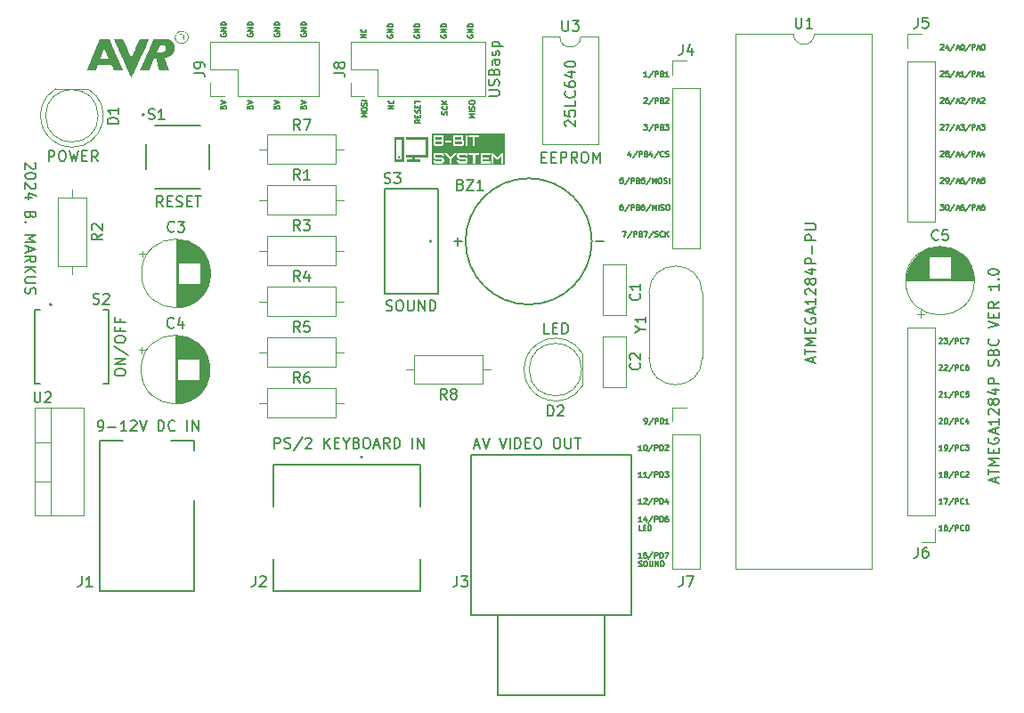
<source format=gbr>
%TF.GenerationSoftware,KiCad,Pcbnew,7.0.10*%
%TF.CreationDate,2024-03-07T20:25:43+01:00*%
%TF.ProjectId,avr-basic-sbc,6176722d-6261-4736-9963-2d7362632e6b,v0.1*%
%TF.SameCoordinates,Original*%
%TF.FileFunction,Legend,Top*%
%TF.FilePolarity,Positive*%
%FSLAX46Y46*%
G04 Gerber Fmt 4.6, Leading zero omitted, Abs format (unit mm)*
G04 Created by KiCad (PCBNEW 7.0.10) date 2024-03-07 20:25:43*
%MOMM*%
%LPD*%
G01*
G04 APERTURE LIST*
%ADD10C,0.127000*%
%ADD11C,0.150000*%
%ADD12C,0.200000*%
%ADD13C,0.120000*%
G04 APERTURE END LIST*
D10*
X150929313Y-61447607D02*
X150953504Y-61423416D01*
X150953504Y-61423416D02*
X151001885Y-61399226D01*
X151001885Y-61399226D02*
X151122837Y-61399226D01*
X151122837Y-61399226D02*
X151171218Y-61423416D01*
X151171218Y-61423416D02*
X151195409Y-61447607D01*
X151195409Y-61447607D02*
X151219599Y-61495988D01*
X151219599Y-61495988D02*
X151219599Y-61544369D01*
X151219599Y-61544369D02*
X151195409Y-61616940D01*
X151195409Y-61616940D02*
X150905123Y-61907226D01*
X150905123Y-61907226D02*
X151219599Y-61907226D01*
X151800171Y-61375036D02*
X151364742Y-62028178D01*
X151969504Y-61907226D02*
X151969504Y-61399226D01*
X151969504Y-61399226D02*
X152163028Y-61399226D01*
X152163028Y-61399226D02*
X152211409Y-61423416D01*
X152211409Y-61423416D02*
X152235599Y-61447607D01*
X152235599Y-61447607D02*
X152259790Y-61495988D01*
X152259790Y-61495988D02*
X152259790Y-61568559D01*
X152259790Y-61568559D02*
X152235599Y-61616940D01*
X152235599Y-61616940D02*
X152211409Y-61641131D01*
X152211409Y-61641131D02*
X152163028Y-61665321D01*
X152163028Y-61665321D02*
X151969504Y-61665321D01*
X152646837Y-61641131D02*
X152719409Y-61665321D01*
X152719409Y-61665321D02*
X152743599Y-61689512D01*
X152743599Y-61689512D02*
X152767790Y-61737893D01*
X152767790Y-61737893D02*
X152767790Y-61810464D01*
X152767790Y-61810464D02*
X152743599Y-61858845D01*
X152743599Y-61858845D02*
X152719409Y-61883036D01*
X152719409Y-61883036D02*
X152671028Y-61907226D01*
X152671028Y-61907226D02*
X152477504Y-61907226D01*
X152477504Y-61907226D02*
X152477504Y-61399226D01*
X152477504Y-61399226D02*
X152646837Y-61399226D01*
X152646837Y-61399226D02*
X152695218Y-61423416D01*
X152695218Y-61423416D02*
X152719409Y-61447607D01*
X152719409Y-61447607D02*
X152743599Y-61495988D01*
X152743599Y-61495988D02*
X152743599Y-61544369D01*
X152743599Y-61544369D02*
X152719409Y-61592750D01*
X152719409Y-61592750D02*
X152695218Y-61616940D01*
X152695218Y-61616940D02*
X152646837Y-61641131D01*
X152646837Y-61641131D02*
X152477504Y-61641131D01*
X152961313Y-61447607D02*
X152985504Y-61423416D01*
X152985504Y-61423416D02*
X153033885Y-61399226D01*
X153033885Y-61399226D02*
X153154837Y-61399226D01*
X153154837Y-61399226D02*
X153203218Y-61423416D01*
X153203218Y-61423416D02*
X153227409Y-61447607D01*
X153227409Y-61447607D02*
X153251599Y-61495988D01*
X153251599Y-61495988D02*
X153251599Y-61544369D01*
X153251599Y-61544369D02*
X153227409Y-61616940D01*
X153227409Y-61616940D02*
X152937123Y-61907226D01*
X152937123Y-61907226D02*
X153251599Y-61907226D01*
X134199416Y-55414400D02*
X134175226Y-55462781D01*
X134175226Y-55462781D02*
X134175226Y-55535352D01*
X134175226Y-55535352D02*
X134199416Y-55607924D01*
X134199416Y-55607924D02*
X134247797Y-55656305D01*
X134247797Y-55656305D02*
X134296178Y-55680495D01*
X134296178Y-55680495D02*
X134392940Y-55704686D01*
X134392940Y-55704686D02*
X134465512Y-55704686D01*
X134465512Y-55704686D02*
X134562274Y-55680495D01*
X134562274Y-55680495D02*
X134610655Y-55656305D01*
X134610655Y-55656305D02*
X134659036Y-55607924D01*
X134659036Y-55607924D02*
X134683226Y-55535352D01*
X134683226Y-55535352D02*
X134683226Y-55486971D01*
X134683226Y-55486971D02*
X134659036Y-55414400D01*
X134659036Y-55414400D02*
X134634845Y-55390209D01*
X134634845Y-55390209D02*
X134465512Y-55390209D01*
X134465512Y-55390209D02*
X134465512Y-55486971D01*
X134683226Y-55172495D02*
X134175226Y-55172495D01*
X134175226Y-55172495D02*
X134683226Y-54882209D01*
X134683226Y-54882209D02*
X134175226Y-54882209D01*
X134683226Y-54640305D02*
X134175226Y-54640305D01*
X134175226Y-54640305D02*
X134175226Y-54519353D01*
X134175226Y-54519353D02*
X134199416Y-54446781D01*
X134199416Y-54446781D02*
X134247797Y-54398400D01*
X134247797Y-54398400D02*
X134296178Y-54374210D01*
X134296178Y-54374210D02*
X134392940Y-54350019D01*
X134392940Y-54350019D02*
X134465512Y-54350019D01*
X134465512Y-54350019D02*
X134562274Y-54374210D01*
X134562274Y-54374210D02*
X134610655Y-54398400D01*
X134610655Y-54398400D02*
X134659036Y-54446781D01*
X134659036Y-54446781D02*
X134683226Y-54519353D01*
X134683226Y-54519353D02*
X134683226Y-54640305D01*
D11*
X143491057Y-64099839D02*
X143443438Y-64052220D01*
X143443438Y-64052220D02*
X143395819Y-63956982D01*
X143395819Y-63956982D02*
X143395819Y-63718887D01*
X143395819Y-63718887D02*
X143443438Y-63623649D01*
X143443438Y-63623649D02*
X143491057Y-63576030D01*
X143491057Y-63576030D02*
X143586295Y-63528411D01*
X143586295Y-63528411D02*
X143681533Y-63528411D01*
X143681533Y-63528411D02*
X143824390Y-63576030D01*
X143824390Y-63576030D02*
X144395819Y-64147458D01*
X144395819Y-64147458D02*
X144395819Y-63528411D01*
X143395819Y-62623649D02*
X143395819Y-63099839D01*
X143395819Y-63099839D02*
X143872009Y-63147458D01*
X143872009Y-63147458D02*
X143824390Y-63099839D01*
X143824390Y-63099839D02*
X143776771Y-63004601D01*
X143776771Y-63004601D02*
X143776771Y-62766506D01*
X143776771Y-62766506D02*
X143824390Y-62671268D01*
X143824390Y-62671268D02*
X143872009Y-62623649D01*
X143872009Y-62623649D02*
X143967247Y-62576030D01*
X143967247Y-62576030D02*
X144205342Y-62576030D01*
X144205342Y-62576030D02*
X144300580Y-62623649D01*
X144300580Y-62623649D02*
X144348200Y-62671268D01*
X144348200Y-62671268D02*
X144395819Y-62766506D01*
X144395819Y-62766506D02*
X144395819Y-63004601D01*
X144395819Y-63004601D02*
X144348200Y-63099839D01*
X144348200Y-63099839D02*
X144300580Y-63147458D01*
X144395819Y-61671268D02*
X144395819Y-62147458D01*
X144395819Y-62147458D02*
X143395819Y-62147458D01*
X144300580Y-60766506D02*
X144348200Y-60814125D01*
X144348200Y-60814125D02*
X144395819Y-60956982D01*
X144395819Y-60956982D02*
X144395819Y-61052220D01*
X144395819Y-61052220D02*
X144348200Y-61195077D01*
X144348200Y-61195077D02*
X144252961Y-61290315D01*
X144252961Y-61290315D02*
X144157723Y-61337934D01*
X144157723Y-61337934D02*
X143967247Y-61385553D01*
X143967247Y-61385553D02*
X143824390Y-61385553D01*
X143824390Y-61385553D02*
X143633914Y-61337934D01*
X143633914Y-61337934D02*
X143538676Y-61290315D01*
X143538676Y-61290315D02*
X143443438Y-61195077D01*
X143443438Y-61195077D02*
X143395819Y-61052220D01*
X143395819Y-61052220D02*
X143395819Y-60956982D01*
X143395819Y-60956982D02*
X143443438Y-60814125D01*
X143443438Y-60814125D02*
X143491057Y-60766506D01*
X143395819Y-59909363D02*
X143395819Y-60099839D01*
X143395819Y-60099839D02*
X143443438Y-60195077D01*
X143443438Y-60195077D02*
X143491057Y-60242696D01*
X143491057Y-60242696D02*
X143633914Y-60337934D01*
X143633914Y-60337934D02*
X143824390Y-60385553D01*
X143824390Y-60385553D02*
X144205342Y-60385553D01*
X144205342Y-60385553D02*
X144300580Y-60337934D01*
X144300580Y-60337934D02*
X144348200Y-60290315D01*
X144348200Y-60290315D02*
X144395819Y-60195077D01*
X144395819Y-60195077D02*
X144395819Y-60004601D01*
X144395819Y-60004601D02*
X144348200Y-59909363D01*
X144348200Y-59909363D02*
X144300580Y-59861744D01*
X144300580Y-59861744D02*
X144205342Y-59814125D01*
X144205342Y-59814125D02*
X143967247Y-59814125D01*
X143967247Y-59814125D02*
X143872009Y-59861744D01*
X143872009Y-59861744D02*
X143824390Y-59909363D01*
X143824390Y-59909363D02*
X143776771Y-60004601D01*
X143776771Y-60004601D02*
X143776771Y-60195077D01*
X143776771Y-60195077D02*
X143824390Y-60290315D01*
X143824390Y-60290315D02*
X143872009Y-60337934D01*
X143872009Y-60337934D02*
X143967247Y-60385553D01*
X143729152Y-58956982D02*
X144395819Y-58956982D01*
X143348200Y-59195077D02*
X144062485Y-59433172D01*
X144062485Y-59433172D02*
X144062485Y-58814125D01*
X143395819Y-58242696D02*
X143395819Y-58147458D01*
X143395819Y-58147458D02*
X143443438Y-58052220D01*
X143443438Y-58052220D02*
X143491057Y-58004601D01*
X143491057Y-58004601D02*
X143586295Y-57956982D01*
X143586295Y-57956982D02*
X143776771Y-57909363D01*
X143776771Y-57909363D02*
X144014866Y-57909363D01*
X144014866Y-57909363D02*
X144205342Y-57956982D01*
X144205342Y-57956982D02*
X144300580Y-58004601D01*
X144300580Y-58004601D02*
X144348200Y-58052220D01*
X144348200Y-58052220D02*
X144395819Y-58147458D01*
X144395819Y-58147458D02*
X144395819Y-58242696D01*
X144395819Y-58242696D02*
X144348200Y-58337934D01*
X144348200Y-58337934D02*
X144300580Y-58385553D01*
X144300580Y-58385553D02*
X144205342Y-58433172D01*
X144205342Y-58433172D02*
X144014866Y-58480791D01*
X144014866Y-58480791D02*
X143776771Y-58480791D01*
X143776771Y-58480791D02*
X143586295Y-58433172D01*
X143586295Y-58433172D02*
X143491057Y-58385553D01*
X143491057Y-58385553D02*
X143443438Y-58337934D01*
X143443438Y-58337934D02*
X143395819Y-58242696D01*
D10*
X124523226Y-55680495D02*
X124015226Y-55680495D01*
X124015226Y-55680495D02*
X124523226Y-55390209D01*
X124523226Y-55390209D02*
X124015226Y-55390209D01*
X124474845Y-54858019D02*
X124499036Y-54882210D01*
X124499036Y-54882210D02*
X124523226Y-54954781D01*
X124523226Y-54954781D02*
X124523226Y-55003162D01*
X124523226Y-55003162D02*
X124499036Y-55075734D01*
X124499036Y-55075734D02*
X124450655Y-55124115D01*
X124450655Y-55124115D02*
X124402274Y-55148305D01*
X124402274Y-55148305D02*
X124305512Y-55172496D01*
X124305512Y-55172496D02*
X124232940Y-55172496D01*
X124232940Y-55172496D02*
X124136178Y-55148305D01*
X124136178Y-55148305D02*
X124087797Y-55124115D01*
X124087797Y-55124115D02*
X124039416Y-55075734D01*
X124039416Y-55075734D02*
X124015226Y-55003162D01*
X124015226Y-55003162D02*
X124015226Y-54954781D01*
X124015226Y-54954781D02*
X124039416Y-54882210D01*
X124039416Y-54882210D02*
X124063607Y-54858019D01*
X179123313Y-63987607D02*
X179147504Y-63963416D01*
X179147504Y-63963416D02*
X179195885Y-63939226D01*
X179195885Y-63939226D02*
X179316837Y-63939226D01*
X179316837Y-63939226D02*
X179365218Y-63963416D01*
X179365218Y-63963416D02*
X179389409Y-63987607D01*
X179389409Y-63987607D02*
X179413599Y-64035988D01*
X179413599Y-64035988D02*
X179413599Y-64084369D01*
X179413599Y-64084369D02*
X179389409Y-64156940D01*
X179389409Y-64156940D02*
X179099123Y-64447226D01*
X179099123Y-64447226D02*
X179413599Y-64447226D01*
X179582933Y-63939226D02*
X179921600Y-63939226D01*
X179921600Y-63939226D02*
X179703885Y-64447226D01*
X180477981Y-63915036D02*
X180042552Y-64568178D01*
X180623123Y-64302083D02*
X180865028Y-64302083D01*
X180574742Y-64447226D02*
X180744076Y-63939226D01*
X180744076Y-63939226D02*
X180913409Y-64447226D01*
X181034362Y-63939226D02*
X181348838Y-63939226D01*
X181348838Y-63939226D02*
X181179505Y-64132750D01*
X181179505Y-64132750D02*
X181252076Y-64132750D01*
X181252076Y-64132750D02*
X181300457Y-64156940D01*
X181300457Y-64156940D02*
X181324648Y-64181131D01*
X181324648Y-64181131D02*
X181348838Y-64229512D01*
X181348838Y-64229512D02*
X181348838Y-64350464D01*
X181348838Y-64350464D02*
X181324648Y-64398845D01*
X181324648Y-64398845D02*
X181300457Y-64423036D01*
X181300457Y-64423036D02*
X181252076Y-64447226D01*
X181252076Y-64447226D02*
X181106933Y-64447226D01*
X181106933Y-64447226D02*
X181058552Y-64423036D01*
X181058552Y-64423036D02*
X181034362Y-64398845D01*
X181929410Y-63915036D02*
X181493981Y-64568178D01*
X182098743Y-64447226D02*
X182098743Y-63939226D01*
X182098743Y-63939226D02*
X182292267Y-63939226D01*
X182292267Y-63939226D02*
X182340648Y-63963416D01*
X182340648Y-63963416D02*
X182364838Y-63987607D01*
X182364838Y-63987607D02*
X182389029Y-64035988D01*
X182389029Y-64035988D02*
X182389029Y-64108559D01*
X182389029Y-64108559D02*
X182364838Y-64156940D01*
X182364838Y-64156940D02*
X182340648Y-64181131D01*
X182340648Y-64181131D02*
X182292267Y-64205321D01*
X182292267Y-64205321D02*
X182098743Y-64205321D01*
X182582552Y-64302083D02*
X182824457Y-64302083D01*
X182534171Y-64447226D02*
X182703505Y-63939226D01*
X182703505Y-63939226D02*
X182872838Y-64447226D01*
X182993791Y-63939226D02*
X183308267Y-63939226D01*
X183308267Y-63939226D02*
X183138934Y-64132750D01*
X183138934Y-64132750D02*
X183211505Y-64132750D01*
X183211505Y-64132750D02*
X183259886Y-64156940D01*
X183259886Y-64156940D02*
X183284077Y-64181131D01*
X183284077Y-64181131D02*
X183308267Y-64229512D01*
X183308267Y-64229512D02*
X183308267Y-64350464D01*
X183308267Y-64350464D02*
X183284077Y-64398845D01*
X183284077Y-64398845D02*
X183259886Y-64423036D01*
X183259886Y-64423036D02*
X183211505Y-64447226D01*
X183211505Y-64447226D02*
X183066362Y-64447226D01*
X183066362Y-64447226D02*
X183017981Y-64423036D01*
X183017981Y-64423036D02*
X182993791Y-64398845D01*
X124574026Y-63224295D02*
X124066026Y-63224295D01*
X124066026Y-63224295D02*
X124428883Y-63054962D01*
X124428883Y-63054962D02*
X124066026Y-62885628D01*
X124066026Y-62885628D02*
X124574026Y-62885628D01*
X124066026Y-62546962D02*
X124066026Y-62450200D01*
X124066026Y-62450200D02*
X124090216Y-62401819D01*
X124090216Y-62401819D02*
X124138597Y-62353438D01*
X124138597Y-62353438D02*
X124235359Y-62329248D01*
X124235359Y-62329248D02*
X124404693Y-62329248D01*
X124404693Y-62329248D02*
X124501455Y-62353438D01*
X124501455Y-62353438D02*
X124549836Y-62401819D01*
X124549836Y-62401819D02*
X124574026Y-62450200D01*
X124574026Y-62450200D02*
X124574026Y-62546962D01*
X124574026Y-62546962D02*
X124549836Y-62595343D01*
X124549836Y-62595343D02*
X124501455Y-62643724D01*
X124501455Y-62643724D02*
X124404693Y-62667915D01*
X124404693Y-62667915D02*
X124235359Y-62667915D01*
X124235359Y-62667915D02*
X124138597Y-62643724D01*
X124138597Y-62643724D02*
X124090216Y-62595343D01*
X124090216Y-62595343D02*
X124066026Y-62546962D01*
X124549836Y-62135725D02*
X124574026Y-62063153D01*
X124574026Y-62063153D02*
X124574026Y-61942201D01*
X124574026Y-61942201D02*
X124549836Y-61893820D01*
X124549836Y-61893820D02*
X124525645Y-61869629D01*
X124525645Y-61869629D02*
X124477264Y-61845439D01*
X124477264Y-61845439D02*
X124428883Y-61845439D01*
X124428883Y-61845439D02*
X124380502Y-61869629D01*
X124380502Y-61869629D02*
X124356312Y-61893820D01*
X124356312Y-61893820D02*
X124332121Y-61942201D01*
X124332121Y-61942201D02*
X124307931Y-62038963D01*
X124307931Y-62038963D02*
X124283740Y-62087344D01*
X124283740Y-62087344D02*
X124259550Y-62111534D01*
X124259550Y-62111534D02*
X124211169Y-62135725D01*
X124211169Y-62135725D02*
X124162788Y-62135725D01*
X124162788Y-62135725D02*
X124114407Y-62111534D01*
X124114407Y-62111534D02*
X124090216Y-62087344D01*
X124090216Y-62087344D02*
X124066026Y-62038963D01*
X124066026Y-62038963D02*
X124066026Y-61918010D01*
X124066026Y-61918010D02*
X124090216Y-61845439D01*
X124574026Y-61627724D02*
X124066026Y-61627724D01*
X129119416Y-55414400D02*
X129095226Y-55462781D01*
X129095226Y-55462781D02*
X129095226Y-55535352D01*
X129095226Y-55535352D02*
X129119416Y-55607924D01*
X129119416Y-55607924D02*
X129167797Y-55656305D01*
X129167797Y-55656305D02*
X129216178Y-55680495D01*
X129216178Y-55680495D02*
X129312940Y-55704686D01*
X129312940Y-55704686D02*
X129385512Y-55704686D01*
X129385512Y-55704686D02*
X129482274Y-55680495D01*
X129482274Y-55680495D02*
X129530655Y-55656305D01*
X129530655Y-55656305D02*
X129579036Y-55607924D01*
X129579036Y-55607924D02*
X129603226Y-55535352D01*
X129603226Y-55535352D02*
X129603226Y-55486971D01*
X129603226Y-55486971D02*
X129579036Y-55414400D01*
X129579036Y-55414400D02*
X129554845Y-55390209D01*
X129554845Y-55390209D02*
X129385512Y-55390209D01*
X129385512Y-55390209D02*
X129385512Y-55486971D01*
X129603226Y-55172495D02*
X129095226Y-55172495D01*
X129095226Y-55172495D02*
X129603226Y-54882209D01*
X129603226Y-54882209D02*
X129095226Y-54882209D01*
X129603226Y-54640305D02*
X129095226Y-54640305D01*
X129095226Y-54640305D02*
X129095226Y-54519353D01*
X129095226Y-54519353D02*
X129119416Y-54446781D01*
X129119416Y-54446781D02*
X129167797Y-54398400D01*
X129167797Y-54398400D02*
X129216178Y-54374210D01*
X129216178Y-54374210D02*
X129312940Y-54350019D01*
X129312940Y-54350019D02*
X129385512Y-54350019D01*
X129385512Y-54350019D02*
X129482274Y-54374210D01*
X129482274Y-54374210D02*
X129530655Y-54398400D01*
X129530655Y-54398400D02*
X129579036Y-54446781D01*
X129579036Y-54446781D02*
X129603226Y-54519353D01*
X129603226Y-54519353D02*
X129603226Y-54640305D01*
D11*
X115779779Y-94738819D02*
X115779779Y-93738819D01*
X115779779Y-93738819D02*
X116160731Y-93738819D01*
X116160731Y-93738819D02*
X116255969Y-93786438D01*
X116255969Y-93786438D02*
X116303588Y-93834057D01*
X116303588Y-93834057D02*
X116351207Y-93929295D01*
X116351207Y-93929295D02*
X116351207Y-94072152D01*
X116351207Y-94072152D02*
X116303588Y-94167390D01*
X116303588Y-94167390D02*
X116255969Y-94215009D01*
X116255969Y-94215009D02*
X116160731Y-94262628D01*
X116160731Y-94262628D02*
X115779779Y-94262628D01*
X116732160Y-94691200D02*
X116875017Y-94738819D01*
X116875017Y-94738819D02*
X117113112Y-94738819D01*
X117113112Y-94738819D02*
X117208350Y-94691200D01*
X117208350Y-94691200D02*
X117255969Y-94643580D01*
X117255969Y-94643580D02*
X117303588Y-94548342D01*
X117303588Y-94548342D02*
X117303588Y-94453104D01*
X117303588Y-94453104D02*
X117255969Y-94357866D01*
X117255969Y-94357866D02*
X117208350Y-94310247D01*
X117208350Y-94310247D02*
X117113112Y-94262628D01*
X117113112Y-94262628D02*
X116922636Y-94215009D01*
X116922636Y-94215009D02*
X116827398Y-94167390D01*
X116827398Y-94167390D02*
X116779779Y-94119771D01*
X116779779Y-94119771D02*
X116732160Y-94024533D01*
X116732160Y-94024533D02*
X116732160Y-93929295D01*
X116732160Y-93929295D02*
X116779779Y-93834057D01*
X116779779Y-93834057D02*
X116827398Y-93786438D01*
X116827398Y-93786438D02*
X116922636Y-93738819D01*
X116922636Y-93738819D02*
X117160731Y-93738819D01*
X117160731Y-93738819D02*
X117303588Y-93786438D01*
X118446445Y-93691200D02*
X117589303Y-94976914D01*
X118732160Y-93834057D02*
X118779779Y-93786438D01*
X118779779Y-93786438D02*
X118875017Y-93738819D01*
X118875017Y-93738819D02*
X119113112Y-93738819D01*
X119113112Y-93738819D02*
X119208350Y-93786438D01*
X119208350Y-93786438D02*
X119255969Y-93834057D01*
X119255969Y-93834057D02*
X119303588Y-93929295D01*
X119303588Y-93929295D02*
X119303588Y-94024533D01*
X119303588Y-94024533D02*
X119255969Y-94167390D01*
X119255969Y-94167390D02*
X118684541Y-94738819D01*
X118684541Y-94738819D02*
X119303588Y-94738819D01*
X120494065Y-94738819D02*
X120494065Y-93738819D01*
X121065493Y-94738819D02*
X120636922Y-94167390D01*
X121065493Y-93738819D02*
X120494065Y-94310247D01*
X121494065Y-94215009D02*
X121827398Y-94215009D01*
X121970255Y-94738819D02*
X121494065Y-94738819D01*
X121494065Y-94738819D02*
X121494065Y-93738819D01*
X121494065Y-93738819D02*
X121970255Y-93738819D01*
X122589303Y-94262628D02*
X122589303Y-94738819D01*
X122255970Y-93738819D02*
X122589303Y-94262628D01*
X122589303Y-94262628D02*
X122922636Y-93738819D01*
X123589303Y-94215009D02*
X123732160Y-94262628D01*
X123732160Y-94262628D02*
X123779779Y-94310247D01*
X123779779Y-94310247D02*
X123827398Y-94405485D01*
X123827398Y-94405485D02*
X123827398Y-94548342D01*
X123827398Y-94548342D02*
X123779779Y-94643580D01*
X123779779Y-94643580D02*
X123732160Y-94691200D01*
X123732160Y-94691200D02*
X123636922Y-94738819D01*
X123636922Y-94738819D02*
X123255970Y-94738819D01*
X123255970Y-94738819D02*
X123255970Y-93738819D01*
X123255970Y-93738819D02*
X123589303Y-93738819D01*
X123589303Y-93738819D02*
X123684541Y-93786438D01*
X123684541Y-93786438D02*
X123732160Y-93834057D01*
X123732160Y-93834057D02*
X123779779Y-93929295D01*
X123779779Y-93929295D02*
X123779779Y-94024533D01*
X123779779Y-94024533D02*
X123732160Y-94119771D01*
X123732160Y-94119771D02*
X123684541Y-94167390D01*
X123684541Y-94167390D02*
X123589303Y-94215009D01*
X123589303Y-94215009D02*
X123255970Y-94215009D01*
X124446446Y-93738819D02*
X124636922Y-93738819D01*
X124636922Y-93738819D02*
X124732160Y-93786438D01*
X124732160Y-93786438D02*
X124827398Y-93881676D01*
X124827398Y-93881676D02*
X124875017Y-94072152D01*
X124875017Y-94072152D02*
X124875017Y-94405485D01*
X124875017Y-94405485D02*
X124827398Y-94595961D01*
X124827398Y-94595961D02*
X124732160Y-94691200D01*
X124732160Y-94691200D02*
X124636922Y-94738819D01*
X124636922Y-94738819D02*
X124446446Y-94738819D01*
X124446446Y-94738819D02*
X124351208Y-94691200D01*
X124351208Y-94691200D02*
X124255970Y-94595961D01*
X124255970Y-94595961D02*
X124208351Y-94405485D01*
X124208351Y-94405485D02*
X124208351Y-94072152D01*
X124208351Y-94072152D02*
X124255970Y-93881676D01*
X124255970Y-93881676D02*
X124351208Y-93786438D01*
X124351208Y-93786438D02*
X124446446Y-93738819D01*
X125255970Y-94453104D02*
X125732160Y-94453104D01*
X125160732Y-94738819D02*
X125494065Y-93738819D01*
X125494065Y-93738819D02*
X125827398Y-94738819D01*
X126732160Y-94738819D02*
X126398827Y-94262628D01*
X126160732Y-94738819D02*
X126160732Y-93738819D01*
X126160732Y-93738819D02*
X126541684Y-93738819D01*
X126541684Y-93738819D02*
X126636922Y-93786438D01*
X126636922Y-93786438D02*
X126684541Y-93834057D01*
X126684541Y-93834057D02*
X126732160Y-93929295D01*
X126732160Y-93929295D02*
X126732160Y-94072152D01*
X126732160Y-94072152D02*
X126684541Y-94167390D01*
X126684541Y-94167390D02*
X126636922Y-94215009D01*
X126636922Y-94215009D02*
X126541684Y-94262628D01*
X126541684Y-94262628D02*
X126160732Y-94262628D01*
X127160732Y-94738819D02*
X127160732Y-93738819D01*
X127160732Y-93738819D02*
X127398827Y-93738819D01*
X127398827Y-93738819D02*
X127541684Y-93786438D01*
X127541684Y-93786438D02*
X127636922Y-93881676D01*
X127636922Y-93881676D02*
X127684541Y-93976914D01*
X127684541Y-93976914D02*
X127732160Y-94167390D01*
X127732160Y-94167390D02*
X127732160Y-94310247D01*
X127732160Y-94310247D02*
X127684541Y-94500723D01*
X127684541Y-94500723D02*
X127636922Y-94595961D01*
X127636922Y-94595961D02*
X127541684Y-94691200D01*
X127541684Y-94691200D02*
X127398827Y-94738819D01*
X127398827Y-94738819D02*
X127160732Y-94738819D01*
X128922637Y-94738819D02*
X128922637Y-93738819D01*
X129398827Y-94738819D02*
X129398827Y-93738819D01*
X129398827Y-93738819D02*
X129970255Y-94738819D01*
X129970255Y-94738819D02*
X129970255Y-93738819D01*
D10*
X179123313Y-61447607D02*
X179147504Y-61423416D01*
X179147504Y-61423416D02*
X179195885Y-61399226D01*
X179195885Y-61399226D02*
X179316837Y-61399226D01*
X179316837Y-61399226D02*
X179365218Y-61423416D01*
X179365218Y-61423416D02*
X179389409Y-61447607D01*
X179389409Y-61447607D02*
X179413599Y-61495988D01*
X179413599Y-61495988D02*
X179413599Y-61544369D01*
X179413599Y-61544369D02*
X179389409Y-61616940D01*
X179389409Y-61616940D02*
X179099123Y-61907226D01*
X179099123Y-61907226D02*
X179413599Y-61907226D01*
X179849028Y-61399226D02*
X179752266Y-61399226D01*
X179752266Y-61399226D02*
X179703885Y-61423416D01*
X179703885Y-61423416D02*
X179679695Y-61447607D01*
X179679695Y-61447607D02*
X179631314Y-61520178D01*
X179631314Y-61520178D02*
X179607123Y-61616940D01*
X179607123Y-61616940D02*
X179607123Y-61810464D01*
X179607123Y-61810464D02*
X179631314Y-61858845D01*
X179631314Y-61858845D02*
X179655504Y-61883036D01*
X179655504Y-61883036D02*
X179703885Y-61907226D01*
X179703885Y-61907226D02*
X179800647Y-61907226D01*
X179800647Y-61907226D02*
X179849028Y-61883036D01*
X179849028Y-61883036D02*
X179873219Y-61858845D01*
X179873219Y-61858845D02*
X179897409Y-61810464D01*
X179897409Y-61810464D02*
X179897409Y-61689512D01*
X179897409Y-61689512D02*
X179873219Y-61641131D01*
X179873219Y-61641131D02*
X179849028Y-61616940D01*
X179849028Y-61616940D02*
X179800647Y-61592750D01*
X179800647Y-61592750D02*
X179703885Y-61592750D01*
X179703885Y-61592750D02*
X179655504Y-61616940D01*
X179655504Y-61616940D02*
X179631314Y-61641131D01*
X179631314Y-61641131D02*
X179607123Y-61689512D01*
X180477981Y-61375036D02*
X180042552Y-62028178D01*
X180623123Y-61762083D02*
X180865028Y-61762083D01*
X180574742Y-61907226D02*
X180744076Y-61399226D01*
X180744076Y-61399226D02*
X180913409Y-61907226D01*
X181058552Y-61447607D02*
X181082743Y-61423416D01*
X181082743Y-61423416D02*
X181131124Y-61399226D01*
X181131124Y-61399226D02*
X181252076Y-61399226D01*
X181252076Y-61399226D02*
X181300457Y-61423416D01*
X181300457Y-61423416D02*
X181324648Y-61447607D01*
X181324648Y-61447607D02*
X181348838Y-61495988D01*
X181348838Y-61495988D02*
X181348838Y-61544369D01*
X181348838Y-61544369D02*
X181324648Y-61616940D01*
X181324648Y-61616940D02*
X181034362Y-61907226D01*
X181034362Y-61907226D02*
X181348838Y-61907226D01*
X181929410Y-61375036D02*
X181493981Y-62028178D01*
X182098743Y-61907226D02*
X182098743Y-61399226D01*
X182098743Y-61399226D02*
X182292267Y-61399226D01*
X182292267Y-61399226D02*
X182340648Y-61423416D01*
X182340648Y-61423416D02*
X182364838Y-61447607D01*
X182364838Y-61447607D02*
X182389029Y-61495988D01*
X182389029Y-61495988D02*
X182389029Y-61568559D01*
X182389029Y-61568559D02*
X182364838Y-61616940D01*
X182364838Y-61616940D02*
X182340648Y-61641131D01*
X182340648Y-61641131D02*
X182292267Y-61665321D01*
X182292267Y-61665321D02*
X182098743Y-61665321D01*
X182582552Y-61762083D02*
X182824457Y-61762083D01*
X182534171Y-61907226D02*
X182703505Y-61399226D01*
X182703505Y-61399226D02*
X182872838Y-61907226D01*
X183017981Y-61447607D02*
X183042172Y-61423416D01*
X183042172Y-61423416D02*
X183090553Y-61399226D01*
X183090553Y-61399226D02*
X183211505Y-61399226D01*
X183211505Y-61399226D02*
X183259886Y-61423416D01*
X183259886Y-61423416D02*
X183284077Y-61447607D01*
X183284077Y-61447607D02*
X183308267Y-61495988D01*
X183308267Y-61495988D02*
X183308267Y-61544369D01*
X183308267Y-61544369D02*
X183284077Y-61616940D01*
X183284077Y-61616940D02*
X182993791Y-61907226D01*
X182993791Y-61907226D02*
X183308267Y-61907226D01*
D11*
X166970104Y-86578839D02*
X166970104Y-86102649D01*
X167255819Y-86674077D02*
X166255819Y-86340744D01*
X166255819Y-86340744D02*
X167255819Y-86007411D01*
X166255819Y-85816934D02*
X166255819Y-85245506D01*
X167255819Y-85531220D02*
X166255819Y-85531220D01*
X167255819Y-84912172D02*
X166255819Y-84912172D01*
X166255819Y-84912172D02*
X166970104Y-84578839D01*
X166970104Y-84578839D02*
X166255819Y-84245506D01*
X166255819Y-84245506D02*
X167255819Y-84245506D01*
X166732009Y-83769315D02*
X166732009Y-83435982D01*
X167255819Y-83293125D02*
X167255819Y-83769315D01*
X167255819Y-83769315D02*
X166255819Y-83769315D01*
X166255819Y-83769315D02*
X166255819Y-83293125D01*
X166303438Y-82340744D02*
X166255819Y-82435982D01*
X166255819Y-82435982D02*
X166255819Y-82578839D01*
X166255819Y-82578839D02*
X166303438Y-82721696D01*
X166303438Y-82721696D02*
X166398676Y-82816934D01*
X166398676Y-82816934D02*
X166493914Y-82864553D01*
X166493914Y-82864553D02*
X166684390Y-82912172D01*
X166684390Y-82912172D02*
X166827247Y-82912172D01*
X166827247Y-82912172D02*
X167017723Y-82864553D01*
X167017723Y-82864553D02*
X167112961Y-82816934D01*
X167112961Y-82816934D02*
X167208200Y-82721696D01*
X167208200Y-82721696D02*
X167255819Y-82578839D01*
X167255819Y-82578839D02*
X167255819Y-82483601D01*
X167255819Y-82483601D02*
X167208200Y-82340744D01*
X167208200Y-82340744D02*
X167160580Y-82293125D01*
X167160580Y-82293125D02*
X166827247Y-82293125D01*
X166827247Y-82293125D02*
X166827247Y-82483601D01*
X166970104Y-81912172D02*
X166970104Y-81435982D01*
X167255819Y-82007410D02*
X166255819Y-81674077D01*
X166255819Y-81674077D02*
X167255819Y-81340744D01*
X167255819Y-80483601D02*
X167255819Y-81055029D01*
X167255819Y-80769315D02*
X166255819Y-80769315D01*
X166255819Y-80769315D02*
X166398676Y-80864553D01*
X166398676Y-80864553D02*
X166493914Y-80959791D01*
X166493914Y-80959791D02*
X166541533Y-81055029D01*
X166351057Y-80102648D02*
X166303438Y-80055029D01*
X166303438Y-80055029D02*
X166255819Y-79959791D01*
X166255819Y-79959791D02*
X166255819Y-79721696D01*
X166255819Y-79721696D02*
X166303438Y-79626458D01*
X166303438Y-79626458D02*
X166351057Y-79578839D01*
X166351057Y-79578839D02*
X166446295Y-79531220D01*
X166446295Y-79531220D02*
X166541533Y-79531220D01*
X166541533Y-79531220D02*
X166684390Y-79578839D01*
X166684390Y-79578839D02*
X167255819Y-80150267D01*
X167255819Y-80150267D02*
X167255819Y-79531220D01*
X166684390Y-78959791D02*
X166636771Y-79055029D01*
X166636771Y-79055029D02*
X166589152Y-79102648D01*
X166589152Y-79102648D02*
X166493914Y-79150267D01*
X166493914Y-79150267D02*
X166446295Y-79150267D01*
X166446295Y-79150267D02*
X166351057Y-79102648D01*
X166351057Y-79102648D02*
X166303438Y-79055029D01*
X166303438Y-79055029D02*
X166255819Y-78959791D01*
X166255819Y-78959791D02*
X166255819Y-78769315D01*
X166255819Y-78769315D02*
X166303438Y-78674077D01*
X166303438Y-78674077D02*
X166351057Y-78626458D01*
X166351057Y-78626458D02*
X166446295Y-78578839D01*
X166446295Y-78578839D02*
X166493914Y-78578839D01*
X166493914Y-78578839D02*
X166589152Y-78626458D01*
X166589152Y-78626458D02*
X166636771Y-78674077D01*
X166636771Y-78674077D02*
X166684390Y-78769315D01*
X166684390Y-78769315D02*
X166684390Y-78959791D01*
X166684390Y-78959791D02*
X166732009Y-79055029D01*
X166732009Y-79055029D02*
X166779628Y-79102648D01*
X166779628Y-79102648D02*
X166874866Y-79150267D01*
X166874866Y-79150267D02*
X167065342Y-79150267D01*
X167065342Y-79150267D02*
X167160580Y-79102648D01*
X167160580Y-79102648D02*
X167208200Y-79055029D01*
X167208200Y-79055029D02*
X167255819Y-78959791D01*
X167255819Y-78959791D02*
X167255819Y-78769315D01*
X167255819Y-78769315D02*
X167208200Y-78674077D01*
X167208200Y-78674077D02*
X167160580Y-78626458D01*
X167160580Y-78626458D02*
X167065342Y-78578839D01*
X167065342Y-78578839D02*
X166874866Y-78578839D01*
X166874866Y-78578839D02*
X166779628Y-78626458D01*
X166779628Y-78626458D02*
X166732009Y-78674077D01*
X166732009Y-78674077D02*
X166684390Y-78769315D01*
X166589152Y-77721696D02*
X167255819Y-77721696D01*
X166208200Y-77959791D02*
X166922485Y-78197886D01*
X166922485Y-78197886D02*
X166922485Y-77578839D01*
X167255819Y-77197886D02*
X166255819Y-77197886D01*
X166255819Y-77197886D02*
X166255819Y-76816934D01*
X166255819Y-76816934D02*
X166303438Y-76721696D01*
X166303438Y-76721696D02*
X166351057Y-76674077D01*
X166351057Y-76674077D02*
X166446295Y-76626458D01*
X166446295Y-76626458D02*
X166589152Y-76626458D01*
X166589152Y-76626458D02*
X166684390Y-76674077D01*
X166684390Y-76674077D02*
X166732009Y-76721696D01*
X166732009Y-76721696D02*
X166779628Y-76816934D01*
X166779628Y-76816934D02*
X166779628Y-77197886D01*
X166874866Y-76197886D02*
X166874866Y-75435982D01*
X167255819Y-74959791D02*
X166255819Y-74959791D01*
X166255819Y-74959791D02*
X166255819Y-74578839D01*
X166255819Y-74578839D02*
X166303438Y-74483601D01*
X166303438Y-74483601D02*
X166351057Y-74435982D01*
X166351057Y-74435982D02*
X166446295Y-74388363D01*
X166446295Y-74388363D02*
X166589152Y-74388363D01*
X166589152Y-74388363D02*
X166684390Y-74435982D01*
X166684390Y-74435982D02*
X166732009Y-74483601D01*
X166732009Y-74483601D02*
X166779628Y-74578839D01*
X166779628Y-74578839D02*
X166779628Y-74959791D01*
X166255819Y-73959791D02*
X167065342Y-73959791D01*
X167065342Y-73959791D02*
X167160580Y-73912172D01*
X167160580Y-73912172D02*
X167208200Y-73864553D01*
X167208200Y-73864553D02*
X167255819Y-73769315D01*
X167255819Y-73769315D02*
X167255819Y-73578839D01*
X167255819Y-73578839D02*
X167208200Y-73483601D01*
X167208200Y-73483601D02*
X167160580Y-73435982D01*
X167160580Y-73435982D02*
X167065342Y-73388363D01*
X167065342Y-73388363D02*
X166255819Y-73388363D01*
D10*
X150711599Y-105158346D02*
X150421313Y-105158346D01*
X150566456Y-105158346D02*
X150566456Y-104650346D01*
X150566456Y-104650346D02*
X150518075Y-104722917D01*
X150518075Y-104722917D02*
X150469694Y-104771298D01*
X150469694Y-104771298D02*
X150421313Y-104795489D01*
X151171219Y-104650346D02*
X150929314Y-104650346D01*
X150929314Y-104650346D02*
X150905123Y-104892251D01*
X150905123Y-104892251D02*
X150929314Y-104868060D01*
X150929314Y-104868060D02*
X150977695Y-104843870D01*
X150977695Y-104843870D02*
X151098647Y-104843870D01*
X151098647Y-104843870D02*
X151147028Y-104868060D01*
X151147028Y-104868060D02*
X151171219Y-104892251D01*
X151171219Y-104892251D02*
X151195409Y-104940632D01*
X151195409Y-104940632D02*
X151195409Y-105061584D01*
X151195409Y-105061584D02*
X151171219Y-105109965D01*
X151171219Y-105109965D02*
X151147028Y-105134156D01*
X151147028Y-105134156D02*
X151098647Y-105158346D01*
X151098647Y-105158346D02*
X150977695Y-105158346D01*
X150977695Y-105158346D02*
X150929314Y-105134156D01*
X150929314Y-105134156D02*
X150905123Y-105109965D01*
X151775981Y-104626156D02*
X151340552Y-105279298D01*
X151945314Y-105158346D02*
X151945314Y-104650346D01*
X151945314Y-104650346D02*
X152138838Y-104650346D01*
X152138838Y-104650346D02*
X152187219Y-104674536D01*
X152187219Y-104674536D02*
X152211409Y-104698727D01*
X152211409Y-104698727D02*
X152235600Y-104747108D01*
X152235600Y-104747108D02*
X152235600Y-104819679D01*
X152235600Y-104819679D02*
X152211409Y-104868060D01*
X152211409Y-104868060D02*
X152187219Y-104892251D01*
X152187219Y-104892251D02*
X152138838Y-104916441D01*
X152138838Y-104916441D02*
X151945314Y-104916441D01*
X152453314Y-105158346D02*
X152453314Y-104650346D01*
X152453314Y-104650346D02*
X152574266Y-104650346D01*
X152574266Y-104650346D02*
X152646838Y-104674536D01*
X152646838Y-104674536D02*
X152695219Y-104722917D01*
X152695219Y-104722917D02*
X152719409Y-104771298D01*
X152719409Y-104771298D02*
X152743600Y-104868060D01*
X152743600Y-104868060D02*
X152743600Y-104940632D01*
X152743600Y-104940632D02*
X152719409Y-105037394D01*
X152719409Y-105037394D02*
X152695219Y-105085775D01*
X152695219Y-105085775D02*
X152646838Y-105134156D01*
X152646838Y-105134156D02*
X152574266Y-105158346D01*
X152574266Y-105158346D02*
X152453314Y-105158346D01*
X152912933Y-104650346D02*
X153251600Y-104650346D01*
X153251600Y-104650346D02*
X153033885Y-105158346D01*
X150421313Y-105952036D02*
X150493885Y-105976226D01*
X150493885Y-105976226D02*
X150614837Y-105976226D01*
X150614837Y-105976226D02*
X150663218Y-105952036D01*
X150663218Y-105952036D02*
X150687409Y-105927845D01*
X150687409Y-105927845D02*
X150711599Y-105879464D01*
X150711599Y-105879464D02*
X150711599Y-105831083D01*
X150711599Y-105831083D02*
X150687409Y-105782702D01*
X150687409Y-105782702D02*
X150663218Y-105758512D01*
X150663218Y-105758512D02*
X150614837Y-105734321D01*
X150614837Y-105734321D02*
X150518075Y-105710131D01*
X150518075Y-105710131D02*
X150469694Y-105685940D01*
X150469694Y-105685940D02*
X150445504Y-105661750D01*
X150445504Y-105661750D02*
X150421313Y-105613369D01*
X150421313Y-105613369D02*
X150421313Y-105564988D01*
X150421313Y-105564988D02*
X150445504Y-105516607D01*
X150445504Y-105516607D02*
X150469694Y-105492416D01*
X150469694Y-105492416D02*
X150518075Y-105468226D01*
X150518075Y-105468226D02*
X150639028Y-105468226D01*
X150639028Y-105468226D02*
X150711599Y-105492416D01*
X151026076Y-105468226D02*
X151122838Y-105468226D01*
X151122838Y-105468226D02*
X151171219Y-105492416D01*
X151171219Y-105492416D02*
X151219600Y-105540797D01*
X151219600Y-105540797D02*
X151243790Y-105637559D01*
X151243790Y-105637559D02*
X151243790Y-105806893D01*
X151243790Y-105806893D02*
X151219600Y-105903655D01*
X151219600Y-105903655D02*
X151171219Y-105952036D01*
X151171219Y-105952036D02*
X151122838Y-105976226D01*
X151122838Y-105976226D02*
X151026076Y-105976226D01*
X151026076Y-105976226D02*
X150977695Y-105952036D01*
X150977695Y-105952036D02*
X150929314Y-105903655D01*
X150929314Y-105903655D02*
X150905123Y-105806893D01*
X150905123Y-105806893D02*
X150905123Y-105637559D01*
X150905123Y-105637559D02*
X150929314Y-105540797D01*
X150929314Y-105540797D02*
X150977695Y-105492416D01*
X150977695Y-105492416D02*
X151026076Y-105468226D01*
X151461504Y-105468226D02*
X151461504Y-105879464D01*
X151461504Y-105879464D02*
X151485694Y-105927845D01*
X151485694Y-105927845D02*
X151509885Y-105952036D01*
X151509885Y-105952036D02*
X151558266Y-105976226D01*
X151558266Y-105976226D02*
X151655028Y-105976226D01*
X151655028Y-105976226D02*
X151703409Y-105952036D01*
X151703409Y-105952036D02*
X151727599Y-105927845D01*
X151727599Y-105927845D02*
X151751790Y-105879464D01*
X151751790Y-105879464D02*
X151751790Y-105468226D01*
X151993694Y-105976226D02*
X151993694Y-105468226D01*
X151993694Y-105468226D02*
X152283980Y-105976226D01*
X152283980Y-105976226D02*
X152283980Y-105468226D01*
X152525884Y-105976226D02*
X152525884Y-105468226D01*
X152525884Y-105468226D02*
X152646836Y-105468226D01*
X152646836Y-105468226D02*
X152719408Y-105492416D01*
X152719408Y-105492416D02*
X152767789Y-105540797D01*
X152767789Y-105540797D02*
X152791979Y-105589178D01*
X152791979Y-105589178D02*
X152816170Y-105685940D01*
X152816170Y-105685940D02*
X152816170Y-105758512D01*
X152816170Y-105758512D02*
X152791979Y-105855274D01*
X152791979Y-105855274D02*
X152767789Y-105903655D01*
X152767789Y-105903655D02*
X152719408Y-105952036D01*
X152719408Y-105952036D02*
X152646836Y-105976226D01*
X152646836Y-105976226D02*
X152525884Y-105976226D01*
X118329416Y-55282400D02*
X118305226Y-55330781D01*
X118305226Y-55330781D02*
X118305226Y-55403352D01*
X118305226Y-55403352D02*
X118329416Y-55475924D01*
X118329416Y-55475924D02*
X118377797Y-55524305D01*
X118377797Y-55524305D02*
X118426178Y-55548495D01*
X118426178Y-55548495D02*
X118522940Y-55572686D01*
X118522940Y-55572686D02*
X118595512Y-55572686D01*
X118595512Y-55572686D02*
X118692274Y-55548495D01*
X118692274Y-55548495D02*
X118740655Y-55524305D01*
X118740655Y-55524305D02*
X118789036Y-55475924D01*
X118789036Y-55475924D02*
X118813226Y-55403352D01*
X118813226Y-55403352D02*
X118813226Y-55354971D01*
X118813226Y-55354971D02*
X118789036Y-55282400D01*
X118789036Y-55282400D02*
X118764845Y-55258209D01*
X118764845Y-55258209D02*
X118595512Y-55258209D01*
X118595512Y-55258209D02*
X118595512Y-55354971D01*
X118813226Y-55040495D02*
X118305226Y-55040495D01*
X118305226Y-55040495D02*
X118813226Y-54750209D01*
X118813226Y-54750209D02*
X118305226Y-54750209D01*
X118813226Y-54508305D02*
X118305226Y-54508305D01*
X118305226Y-54508305D02*
X118305226Y-54387353D01*
X118305226Y-54387353D02*
X118329416Y-54314781D01*
X118329416Y-54314781D02*
X118377797Y-54266400D01*
X118377797Y-54266400D02*
X118426178Y-54242210D01*
X118426178Y-54242210D02*
X118522940Y-54218019D01*
X118522940Y-54218019D02*
X118595512Y-54218019D01*
X118595512Y-54218019D02*
X118692274Y-54242210D01*
X118692274Y-54242210D02*
X118740655Y-54266400D01*
X118740655Y-54266400D02*
X118789036Y-54314781D01*
X118789036Y-54314781D02*
X118813226Y-54387353D01*
X118813226Y-54387353D02*
X118813226Y-54508305D01*
D11*
X105175207Y-71751819D02*
X104841874Y-71275628D01*
X104603779Y-71751819D02*
X104603779Y-70751819D01*
X104603779Y-70751819D02*
X104984731Y-70751819D01*
X104984731Y-70751819D02*
X105079969Y-70799438D01*
X105079969Y-70799438D02*
X105127588Y-70847057D01*
X105127588Y-70847057D02*
X105175207Y-70942295D01*
X105175207Y-70942295D02*
X105175207Y-71085152D01*
X105175207Y-71085152D02*
X105127588Y-71180390D01*
X105127588Y-71180390D02*
X105079969Y-71228009D01*
X105079969Y-71228009D02*
X104984731Y-71275628D01*
X104984731Y-71275628D02*
X104603779Y-71275628D01*
X105603779Y-71228009D02*
X105937112Y-71228009D01*
X106079969Y-71751819D02*
X105603779Y-71751819D01*
X105603779Y-71751819D02*
X105603779Y-70751819D01*
X105603779Y-70751819D02*
X106079969Y-70751819D01*
X106460922Y-71704200D02*
X106603779Y-71751819D01*
X106603779Y-71751819D02*
X106841874Y-71751819D01*
X106841874Y-71751819D02*
X106937112Y-71704200D01*
X106937112Y-71704200D02*
X106984731Y-71656580D01*
X106984731Y-71656580D02*
X107032350Y-71561342D01*
X107032350Y-71561342D02*
X107032350Y-71466104D01*
X107032350Y-71466104D02*
X106984731Y-71370866D01*
X106984731Y-71370866D02*
X106937112Y-71323247D01*
X106937112Y-71323247D02*
X106841874Y-71275628D01*
X106841874Y-71275628D02*
X106651398Y-71228009D01*
X106651398Y-71228009D02*
X106556160Y-71180390D01*
X106556160Y-71180390D02*
X106508541Y-71132771D01*
X106508541Y-71132771D02*
X106460922Y-71037533D01*
X106460922Y-71037533D02*
X106460922Y-70942295D01*
X106460922Y-70942295D02*
X106508541Y-70847057D01*
X106508541Y-70847057D02*
X106556160Y-70799438D01*
X106556160Y-70799438D02*
X106651398Y-70751819D01*
X106651398Y-70751819D02*
X106889493Y-70751819D01*
X106889493Y-70751819D02*
X107032350Y-70799438D01*
X107460922Y-71228009D02*
X107794255Y-71228009D01*
X107937112Y-71751819D02*
X107460922Y-71751819D01*
X107460922Y-71751819D02*
X107460922Y-70751819D01*
X107460922Y-70751819D02*
X107937112Y-70751819D01*
X108222827Y-70751819D02*
X108794255Y-70751819D01*
X108508541Y-71751819D02*
X108508541Y-70751819D01*
D10*
X179099123Y-71559226D02*
X179413599Y-71559226D01*
X179413599Y-71559226D02*
X179244266Y-71752750D01*
X179244266Y-71752750D02*
X179316837Y-71752750D01*
X179316837Y-71752750D02*
X179365218Y-71776940D01*
X179365218Y-71776940D02*
X179389409Y-71801131D01*
X179389409Y-71801131D02*
X179413599Y-71849512D01*
X179413599Y-71849512D02*
X179413599Y-71970464D01*
X179413599Y-71970464D02*
X179389409Y-72018845D01*
X179389409Y-72018845D02*
X179365218Y-72043036D01*
X179365218Y-72043036D02*
X179316837Y-72067226D01*
X179316837Y-72067226D02*
X179171694Y-72067226D01*
X179171694Y-72067226D02*
X179123313Y-72043036D01*
X179123313Y-72043036D02*
X179099123Y-72018845D01*
X179728076Y-71559226D02*
X179776457Y-71559226D01*
X179776457Y-71559226D02*
X179824838Y-71583416D01*
X179824838Y-71583416D02*
X179849028Y-71607607D01*
X179849028Y-71607607D02*
X179873219Y-71655988D01*
X179873219Y-71655988D02*
X179897409Y-71752750D01*
X179897409Y-71752750D02*
X179897409Y-71873702D01*
X179897409Y-71873702D02*
X179873219Y-71970464D01*
X179873219Y-71970464D02*
X179849028Y-72018845D01*
X179849028Y-72018845D02*
X179824838Y-72043036D01*
X179824838Y-72043036D02*
X179776457Y-72067226D01*
X179776457Y-72067226D02*
X179728076Y-72067226D01*
X179728076Y-72067226D02*
X179679695Y-72043036D01*
X179679695Y-72043036D02*
X179655504Y-72018845D01*
X179655504Y-72018845D02*
X179631314Y-71970464D01*
X179631314Y-71970464D02*
X179607123Y-71873702D01*
X179607123Y-71873702D02*
X179607123Y-71752750D01*
X179607123Y-71752750D02*
X179631314Y-71655988D01*
X179631314Y-71655988D02*
X179655504Y-71607607D01*
X179655504Y-71607607D02*
X179679695Y-71583416D01*
X179679695Y-71583416D02*
X179728076Y-71559226D01*
X180477981Y-71535036D02*
X180042552Y-72188178D01*
X180623123Y-71922083D02*
X180865028Y-71922083D01*
X180574742Y-72067226D02*
X180744076Y-71559226D01*
X180744076Y-71559226D02*
X180913409Y-72067226D01*
X181300457Y-71559226D02*
X181203695Y-71559226D01*
X181203695Y-71559226D02*
X181155314Y-71583416D01*
X181155314Y-71583416D02*
X181131124Y-71607607D01*
X181131124Y-71607607D02*
X181082743Y-71680178D01*
X181082743Y-71680178D02*
X181058552Y-71776940D01*
X181058552Y-71776940D02*
X181058552Y-71970464D01*
X181058552Y-71970464D02*
X181082743Y-72018845D01*
X181082743Y-72018845D02*
X181106933Y-72043036D01*
X181106933Y-72043036D02*
X181155314Y-72067226D01*
X181155314Y-72067226D02*
X181252076Y-72067226D01*
X181252076Y-72067226D02*
X181300457Y-72043036D01*
X181300457Y-72043036D02*
X181324648Y-72018845D01*
X181324648Y-72018845D02*
X181348838Y-71970464D01*
X181348838Y-71970464D02*
X181348838Y-71849512D01*
X181348838Y-71849512D02*
X181324648Y-71801131D01*
X181324648Y-71801131D02*
X181300457Y-71776940D01*
X181300457Y-71776940D02*
X181252076Y-71752750D01*
X181252076Y-71752750D02*
X181155314Y-71752750D01*
X181155314Y-71752750D02*
X181106933Y-71776940D01*
X181106933Y-71776940D02*
X181082743Y-71801131D01*
X181082743Y-71801131D02*
X181058552Y-71849512D01*
X181929410Y-71535036D02*
X181493981Y-72188178D01*
X182098743Y-72067226D02*
X182098743Y-71559226D01*
X182098743Y-71559226D02*
X182292267Y-71559226D01*
X182292267Y-71559226D02*
X182340648Y-71583416D01*
X182340648Y-71583416D02*
X182364838Y-71607607D01*
X182364838Y-71607607D02*
X182389029Y-71655988D01*
X182389029Y-71655988D02*
X182389029Y-71728559D01*
X182389029Y-71728559D02*
X182364838Y-71776940D01*
X182364838Y-71776940D02*
X182340648Y-71801131D01*
X182340648Y-71801131D02*
X182292267Y-71825321D01*
X182292267Y-71825321D02*
X182098743Y-71825321D01*
X182582552Y-71922083D02*
X182824457Y-71922083D01*
X182534171Y-72067226D02*
X182703505Y-71559226D01*
X182703505Y-71559226D02*
X182872838Y-72067226D01*
X183259886Y-71559226D02*
X183163124Y-71559226D01*
X183163124Y-71559226D02*
X183114743Y-71583416D01*
X183114743Y-71583416D02*
X183090553Y-71607607D01*
X183090553Y-71607607D02*
X183042172Y-71680178D01*
X183042172Y-71680178D02*
X183017981Y-71776940D01*
X183017981Y-71776940D02*
X183017981Y-71970464D01*
X183017981Y-71970464D02*
X183042172Y-72018845D01*
X183042172Y-72018845D02*
X183066362Y-72043036D01*
X183066362Y-72043036D02*
X183114743Y-72067226D01*
X183114743Y-72067226D02*
X183211505Y-72067226D01*
X183211505Y-72067226D02*
X183259886Y-72043036D01*
X183259886Y-72043036D02*
X183284077Y-72018845D01*
X183284077Y-72018845D02*
X183308267Y-71970464D01*
X183308267Y-71970464D02*
X183308267Y-71849512D01*
X183308267Y-71849512D02*
X183284077Y-71801131D01*
X183284077Y-71801131D02*
X183259886Y-71776940D01*
X183259886Y-71776940D02*
X183211505Y-71752750D01*
X183211505Y-71752750D02*
X183114743Y-71752750D01*
X183114743Y-71752750D02*
X183066362Y-71776940D01*
X183066362Y-71776940D02*
X183042172Y-71801131D01*
X183042172Y-71801131D02*
X183017981Y-71849512D01*
X127139426Y-62462295D02*
X126631426Y-62462295D01*
X126631426Y-62462295D02*
X127139426Y-62172009D01*
X127139426Y-62172009D02*
X126631426Y-62172009D01*
X127091045Y-61639819D02*
X127115236Y-61664010D01*
X127115236Y-61664010D02*
X127139426Y-61736581D01*
X127139426Y-61736581D02*
X127139426Y-61784962D01*
X127139426Y-61784962D02*
X127115236Y-61857534D01*
X127115236Y-61857534D02*
X127066855Y-61905915D01*
X127066855Y-61905915D02*
X127018474Y-61930105D01*
X127018474Y-61930105D02*
X126921712Y-61954296D01*
X126921712Y-61954296D02*
X126849140Y-61954296D01*
X126849140Y-61954296D02*
X126752378Y-61930105D01*
X126752378Y-61930105D02*
X126703997Y-61905915D01*
X126703997Y-61905915D02*
X126655616Y-61857534D01*
X126655616Y-61857534D02*
X126631426Y-61784962D01*
X126631426Y-61784962D02*
X126631426Y-61736581D01*
X126631426Y-61736581D02*
X126655616Y-61664010D01*
X126655616Y-61664010D02*
X126679807Y-61639819D01*
X113249416Y-55282400D02*
X113225226Y-55330781D01*
X113225226Y-55330781D02*
X113225226Y-55403352D01*
X113225226Y-55403352D02*
X113249416Y-55475924D01*
X113249416Y-55475924D02*
X113297797Y-55524305D01*
X113297797Y-55524305D02*
X113346178Y-55548495D01*
X113346178Y-55548495D02*
X113442940Y-55572686D01*
X113442940Y-55572686D02*
X113515512Y-55572686D01*
X113515512Y-55572686D02*
X113612274Y-55548495D01*
X113612274Y-55548495D02*
X113660655Y-55524305D01*
X113660655Y-55524305D02*
X113709036Y-55475924D01*
X113709036Y-55475924D02*
X113733226Y-55403352D01*
X113733226Y-55403352D02*
X113733226Y-55354971D01*
X113733226Y-55354971D02*
X113709036Y-55282400D01*
X113709036Y-55282400D02*
X113684845Y-55258209D01*
X113684845Y-55258209D02*
X113515512Y-55258209D01*
X113515512Y-55258209D02*
X113515512Y-55354971D01*
X113733226Y-55040495D02*
X113225226Y-55040495D01*
X113225226Y-55040495D02*
X113733226Y-54750209D01*
X113733226Y-54750209D02*
X113225226Y-54750209D01*
X113733226Y-54508305D02*
X113225226Y-54508305D01*
X113225226Y-54508305D02*
X113225226Y-54387353D01*
X113225226Y-54387353D02*
X113249416Y-54314781D01*
X113249416Y-54314781D02*
X113297797Y-54266400D01*
X113297797Y-54266400D02*
X113346178Y-54242210D01*
X113346178Y-54242210D02*
X113442940Y-54218019D01*
X113442940Y-54218019D02*
X113515512Y-54218019D01*
X113515512Y-54218019D02*
X113612274Y-54242210D01*
X113612274Y-54242210D02*
X113660655Y-54266400D01*
X113660655Y-54266400D02*
X113709036Y-54314781D01*
X113709036Y-54314781D02*
X113733226Y-54387353D01*
X113733226Y-54387353D02*
X113733226Y-54508305D01*
X179286599Y-102547226D02*
X178996313Y-102547226D01*
X179141456Y-102547226D02*
X179141456Y-102039226D01*
X179141456Y-102039226D02*
X179093075Y-102111797D01*
X179093075Y-102111797D02*
X179044694Y-102160178D01*
X179044694Y-102160178D02*
X178996313Y-102184369D01*
X179722028Y-102039226D02*
X179625266Y-102039226D01*
X179625266Y-102039226D02*
X179576885Y-102063416D01*
X179576885Y-102063416D02*
X179552695Y-102087607D01*
X179552695Y-102087607D02*
X179504314Y-102160178D01*
X179504314Y-102160178D02*
X179480123Y-102256940D01*
X179480123Y-102256940D02*
X179480123Y-102450464D01*
X179480123Y-102450464D02*
X179504314Y-102498845D01*
X179504314Y-102498845D02*
X179528504Y-102523036D01*
X179528504Y-102523036D02*
X179576885Y-102547226D01*
X179576885Y-102547226D02*
X179673647Y-102547226D01*
X179673647Y-102547226D02*
X179722028Y-102523036D01*
X179722028Y-102523036D02*
X179746219Y-102498845D01*
X179746219Y-102498845D02*
X179770409Y-102450464D01*
X179770409Y-102450464D02*
X179770409Y-102329512D01*
X179770409Y-102329512D02*
X179746219Y-102281131D01*
X179746219Y-102281131D02*
X179722028Y-102256940D01*
X179722028Y-102256940D02*
X179673647Y-102232750D01*
X179673647Y-102232750D02*
X179576885Y-102232750D01*
X179576885Y-102232750D02*
X179528504Y-102256940D01*
X179528504Y-102256940D02*
X179504314Y-102281131D01*
X179504314Y-102281131D02*
X179480123Y-102329512D01*
X180350981Y-102015036D02*
X179915552Y-102668178D01*
X180520314Y-102547226D02*
X180520314Y-102039226D01*
X180520314Y-102039226D02*
X180713838Y-102039226D01*
X180713838Y-102039226D02*
X180762219Y-102063416D01*
X180762219Y-102063416D02*
X180786409Y-102087607D01*
X180786409Y-102087607D02*
X180810600Y-102135988D01*
X180810600Y-102135988D02*
X180810600Y-102208559D01*
X180810600Y-102208559D02*
X180786409Y-102256940D01*
X180786409Y-102256940D02*
X180762219Y-102281131D01*
X180762219Y-102281131D02*
X180713838Y-102305321D01*
X180713838Y-102305321D02*
X180520314Y-102305321D01*
X181318600Y-102498845D02*
X181294409Y-102523036D01*
X181294409Y-102523036D02*
X181221838Y-102547226D01*
X181221838Y-102547226D02*
X181173457Y-102547226D01*
X181173457Y-102547226D02*
X181100885Y-102523036D01*
X181100885Y-102523036D02*
X181052504Y-102474655D01*
X181052504Y-102474655D02*
X181028314Y-102426274D01*
X181028314Y-102426274D02*
X181004123Y-102329512D01*
X181004123Y-102329512D02*
X181004123Y-102256940D01*
X181004123Y-102256940D02*
X181028314Y-102160178D01*
X181028314Y-102160178D02*
X181052504Y-102111797D01*
X181052504Y-102111797D02*
X181100885Y-102063416D01*
X181100885Y-102063416D02*
X181173457Y-102039226D01*
X181173457Y-102039226D02*
X181221838Y-102039226D01*
X181221838Y-102039226D02*
X181294409Y-102063416D01*
X181294409Y-102063416D02*
X181318600Y-102087607D01*
X181633076Y-102039226D02*
X181681457Y-102039226D01*
X181681457Y-102039226D02*
X181729838Y-102063416D01*
X181729838Y-102063416D02*
X181754028Y-102087607D01*
X181754028Y-102087607D02*
X181778219Y-102135988D01*
X181778219Y-102135988D02*
X181802409Y-102232750D01*
X181802409Y-102232750D02*
X181802409Y-102353702D01*
X181802409Y-102353702D02*
X181778219Y-102450464D01*
X181778219Y-102450464D02*
X181754028Y-102498845D01*
X181754028Y-102498845D02*
X181729838Y-102523036D01*
X181729838Y-102523036D02*
X181681457Y-102547226D01*
X181681457Y-102547226D02*
X181633076Y-102547226D01*
X181633076Y-102547226D02*
X181584695Y-102523036D01*
X181584695Y-102523036D02*
X181560504Y-102498845D01*
X181560504Y-102498845D02*
X181536314Y-102450464D01*
X181536314Y-102450464D02*
X181512123Y-102353702D01*
X181512123Y-102353702D02*
X181512123Y-102232750D01*
X181512123Y-102232750D02*
X181536314Y-102135988D01*
X181536314Y-102135988D02*
X181560504Y-102087607D01*
X181560504Y-102087607D02*
X181584695Y-102063416D01*
X181584695Y-102063416D02*
X181633076Y-102039226D01*
D11*
X136156819Y-61237820D02*
X136966342Y-61237820D01*
X136966342Y-61237820D02*
X137061580Y-61190201D01*
X137061580Y-61190201D02*
X137109200Y-61142582D01*
X137109200Y-61142582D02*
X137156819Y-61047344D01*
X137156819Y-61047344D02*
X137156819Y-60856868D01*
X137156819Y-60856868D02*
X137109200Y-60761630D01*
X137109200Y-60761630D02*
X137061580Y-60714011D01*
X137061580Y-60714011D02*
X136966342Y-60666392D01*
X136966342Y-60666392D02*
X136156819Y-60666392D01*
X137109200Y-60237820D02*
X137156819Y-60094963D01*
X137156819Y-60094963D02*
X137156819Y-59856868D01*
X137156819Y-59856868D02*
X137109200Y-59761630D01*
X137109200Y-59761630D02*
X137061580Y-59714011D01*
X137061580Y-59714011D02*
X136966342Y-59666392D01*
X136966342Y-59666392D02*
X136871104Y-59666392D01*
X136871104Y-59666392D02*
X136775866Y-59714011D01*
X136775866Y-59714011D02*
X136728247Y-59761630D01*
X136728247Y-59761630D02*
X136680628Y-59856868D01*
X136680628Y-59856868D02*
X136633009Y-60047344D01*
X136633009Y-60047344D02*
X136585390Y-60142582D01*
X136585390Y-60142582D02*
X136537771Y-60190201D01*
X136537771Y-60190201D02*
X136442533Y-60237820D01*
X136442533Y-60237820D02*
X136347295Y-60237820D01*
X136347295Y-60237820D02*
X136252057Y-60190201D01*
X136252057Y-60190201D02*
X136204438Y-60142582D01*
X136204438Y-60142582D02*
X136156819Y-60047344D01*
X136156819Y-60047344D02*
X136156819Y-59809249D01*
X136156819Y-59809249D02*
X136204438Y-59666392D01*
X136633009Y-58904487D02*
X136680628Y-58761630D01*
X136680628Y-58761630D02*
X136728247Y-58714011D01*
X136728247Y-58714011D02*
X136823485Y-58666392D01*
X136823485Y-58666392D02*
X136966342Y-58666392D01*
X136966342Y-58666392D02*
X137061580Y-58714011D01*
X137061580Y-58714011D02*
X137109200Y-58761630D01*
X137109200Y-58761630D02*
X137156819Y-58856868D01*
X137156819Y-58856868D02*
X137156819Y-59237820D01*
X137156819Y-59237820D02*
X136156819Y-59237820D01*
X136156819Y-59237820D02*
X136156819Y-58904487D01*
X136156819Y-58904487D02*
X136204438Y-58809249D01*
X136204438Y-58809249D02*
X136252057Y-58761630D01*
X136252057Y-58761630D02*
X136347295Y-58714011D01*
X136347295Y-58714011D02*
X136442533Y-58714011D01*
X136442533Y-58714011D02*
X136537771Y-58761630D01*
X136537771Y-58761630D02*
X136585390Y-58809249D01*
X136585390Y-58809249D02*
X136633009Y-58904487D01*
X136633009Y-58904487D02*
X136633009Y-59237820D01*
X137156819Y-57809249D02*
X136633009Y-57809249D01*
X136633009Y-57809249D02*
X136537771Y-57856868D01*
X136537771Y-57856868D02*
X136490152Y-57952106D01*
X136490152Y-57952106D02*
X136490152Y-58142582D01*
X136490152Y-58142582D02*
X136537771Y-58237820D01*
X137109200Y-57809249D02*
X137156819Y-57904487D01*
X137156819Y-57904487D02*
X137156819Y-58142582D01*
X137156819Y-58142582D02*
X137109200Y-58237820D01*
X137109200Y-58237820D02*
X137013961Y-58285439D01*
X137013961Y-58285439D02*
X136918723Y-58285439D01*
X136918723Y-58285439D02*
X136823485Y-58237820D01*
X136823485Y-58237820D02*
X136775866Y-58142582D01*
X136775866Y-58142582D02*
X136775866Y-57904487D01*
X136775866Y-57904487D02*
X136728247Y-57809249D01*
X137109200Y-57380677D02*
X137156819Y-57285439D01*
X137156819Y-57285439D02*
X137156819Y-57094963D01*
X137156819Y-57094963D02*
X137109200Y-56999725D01*
X137109200Y-56999725D02*
X137013961Y-56952106D01*
X137013961Y-56952106D02*
X136966342Y-56952106D01*
X136966342Y-56952106D02*
X136871104Y-56999725D01*
X136871104Y-56999725D02*
X136823485Y-57094963D01*
X136823485Y-57094963D02*
X136823485Y-57237820D01*
X136823485Y-57237820D02*
X136775866Y-57333058D01*
X136775866Y-57333058D02*
X136680628Y-57380677D01*
X136680628Y-57380677D02*
X136633009Y-57380677D01*
X136633009Y-57380677D02*
X136537771Y-57333058D01*
X136537771Y-57333058D02*
X136490152Y-57237820D01*
X136490152Y-57237820D02*
X136490152Y-57094963D01*
X136490152Y-57094963D02*
X136537771Y-56999725D01*
X136490152Y-56523534D02*
X137490152Y-56523534D01*
X136537771Y-56523534D02*
X136490152Y-56428296D01*
X136490152Y-56428296D02*
X136490152Y-56237820D01*
X136490152Y-56237820D02*
X136537771Y-56142582D01*
X136537771Y-56142582D02*
X136585390Y-56094963D01*
X136585390Y-56094963D02*
X136680628Y-56047344D01*
X136680628Y-56047344D02*
X136966342Y-56047344D01*
X136966342Y-56047344D02*
X137061580Y-56094963D01*
X137061580Y-56094963D02*
X137109200Y-56142582D01*
X137109200Y-56142582D02*
X137156819Y-56237820D01*
X137156819Y-56237820D02*
X137156819Y-56428296D01*
X137156819Y-56428296D02*
X137109200Y-56523534D01*
D10*
X150711599Y-97467226D02*
X150421313Y-97467226D01*
X150566456Y-97467226D02*
X150566456Y-96959226D01*
X150566456Y-96959226D02*
X150518075Y-97031797D01*
X150518075Y-97031797D02*
X150469694Y-97080178D01*
X150469694Y-97080178D02*
X150421313Y-97104369D01*
X151195409Y-97467226D02*
X150905123Y-97467226D01*
X151050266Y-97467226D02*
X151050266Y-96959226D01*
X151050266Y-96959226D02*
X151001885Y-97031797D01*
X151001885Y-97031797D02*
X150953504Y-97080178D01*
X150953504Y-97080178D02*
X150905123Y-97104369D01*
X151775981Y-96935036D02*
X151340552Y-97588178D01*
X151945314Y-97467226D02*
X151945314Y-96959226D01*
X151945314Y-96959226D02*
X152138838Y-96959226D01*
X152138838Y-96959226D02*
X152187219Y-96983416D01*
X152187219Y-96983416D02*
X152211409Y-97007607D01*
X152211409Y-97007607D02*
X152235600Y-97055988D01*
X152235600Y-97055988D02*
X152235600Y-97128559D01*
X152235600Y-97128559D02*
X152211409Y-97176940D01*
X152211409Y-97176940D02*
X152187219Y-97201131D01*
X152187219Y-97201131D02*
X152138838Y-97225321D01*
X152138838Y-97225321D02*
X151945314Y-97225321D01*
X152453314Y-97467226D02*
X152453314Y-96959226D01*
X152453314Y-96959226D02*
X152574266Y-96959226D01*
X152574266Y-96959226D02*
X152646838Y-96983416D01*
X152646838Y-96983416D02*
X152695219Y-97031797D01*
X152695219Y-97031797D02*
X152719409Y-97080178D01*
X152719409Y-97080178D02*
X152743600Y-97176940D01*
X152743600Y-97176940D02*
X152743600Y-97249512D01*
X152743600Y-97249512D02*
X152719409Y-97346274D01*
X152719409Y-97346274D02*
X152695219Y-97394655D01*
X152695219Y-97394655D02*
X152646838Y-97443036D01*
X152646838Y-97443036D02*
X152574266Y-97467226D01*
X152574266Y-97467226D02*
X152453314Y-97467226D01*
X152912933Y-96959226D02*
X153227409Y-96959226D01*
X153227409Y-96959226D02*
X153058076Y-97152750D01*
X153058076Y-97152750D02*
X153130647Y-97152750D01*
X153130647Y-97152750D02*
X153179028Y-97176940D01*
X153179028Y-97176940D02*
X153203219Y-97201131D01*
X153203219Y-97201131D02*
X153227409Y-97249512D01*
X153227409Y-97249512D02*
X153227409Y-97370464D01*
X153227409Y-97370464D02*
X153203219Y-97418845D01*
X153203219Y-97418845D02*
X153179028Y-97443036D01*
X153179028Y-97443036D02*
X153130647Y-97467226D01*
X153130647Y-97467226D02*
X152985504Y-97467226D01*
X152985504Y-97467226D02*
X152937123Y-97443036D01*
X152937123Y-97443036D02*
X152912933Y-97418845D01*
X150905123Y-63939226D02*
X151219599Y-63939226D01*
X151219599Y-63939226D02*
X151050266Y-64132750D01*
X151050266Y-64132750D02*
X151122837Y-64132750D01*
X151122837Y-64132750D02*
X151171218Y-64156940D01*
X151171218Y-64156940D02*
X151195409Y-64181131D01*
X151195409Y-64181131D02*
X151219599Y-64229512D01*
X151219599Y-64229512D02*
X151219599Y-64350464D01*
X151219599Y-64350464D02*
X151195409Y-64398845D01*
X151195409Y-64398845D02*
X151171218Y-64423036D01*
X151171218Y-64423036D02*
X151122837Y-64447226D01*
X151122837Y-64447226D02*
X150977694Y-64447226D01*
X150977694Y-64447226D02*
X150929313Y-64423036D01*
X150929313Y-64423036D02*
X150905123Y-64398845D01*
X151800171Y-63915036D02*
X151364742Y-64568178D01*
X151969504Y-64447226D02*
X151969504Y-63939226D01*
X151969504Y-63939226D02*
X152163028Y-63939226D01*
X152163028Y-63939226D02*
X152211409Y-63963416D01*
X152211409Y-63963416D02*
X152235599Y-63987607D01*
X152235599Y-63987607D02*
X152259790Y-64035988D01*
X152259790Y-64035988D02*
X152259790Y-64108559D01*
X152259790Y-64108559D02*
X152235599Y-64156940D01*
X152235599Y-64156940D02*
X152211409Y-64181131D01*
X152211409Y-64181131D02*
X152163028Y-64205321D01*
X152163028Y-64205321D02*
X151969504Y-64205321D01*
X152646837Y-64181131D02*
X152719409Y-64205321D01*
X152719409Y-64205321D02*
X152743599Y-64229512D01*
X152743599Y-64229512D02*
X152767790Y-64277893D01*
X152767790Y-64277893D02*
X152767790Y-64350464D01*
X152767790Y-64350464D02*
X152743599Y-64398845D01*
X152743599Y-64398845D02*
X152719409Y-64423036D01*
X152719409Y-64423036D02*
X152671028Y-64447226D01*
X152671028Y-64447226D02*
X152477504Y-64447226D01*
X152477504Y-64447226D02*
X152477504Y-63939226D01*
X152477504Y-63939226D02*
X152646837Y-63939226D01*
X152646837Y-63939226D02*
X152695218Y-63963416D01*
X152695218Y-63963416D02*
X152719409Y-63987607D01*
X152719409Y-63987607D02*
X152743599Y-64035988D01*
X152743599Y-64035988D02*
X152743599Y-64084369D01*
X152743599Y-64084369D02*
X152719409Y-64132750D01*
X152719409Y-64132750D02*
X152695218Y-64156940D01*
X152695218Y-64156940D02*
X152646837Y-64181131D01*
X152646837Y-64181131D02*
X152477504Y-64181131D01*
X152937123Y-63939226D02*
X153251599Y-63939226D01*
X153251599Y-63939226D02*
X153082266Y-64132750D01*
X153082266Y-64132750D02*
X153154837Y-64132750D01*
X153154837Y-64132750D02*
X153203218Y-64156940D01*
X153203218Y-64156940D02*
X153227409Y-64181131D01*
X153227409Y-64181131D02*
X153251599Y-64229512D01*
X153251599Y-64229512D02*
X153251599Y-64350464D01*
X153251599Y-64350464D02*
X153227409Y-64398845D01*
X153227409Y-64398845D02*
X153203218Y-64423036D01*
X153203218Y-64423036D02*
X153154837Y-64447226D01*
X153154837Y-64447226D02*
X153009694Y-64447226D01*
X153009694Y-64447226D02*
X152961313Y-64423036D01*
X152961313Y-64423036D02*
X152937123Y-64398845D01*
X179123313Y-58907607D02*
X179147504Y-58883416D01*
X179147504Y-58883416D02*
X179195885Y-58859226D01*
X179195885Y-58859226D02*
X179316837Y-58859226D01*
X179316837Y-58859226D02*
X179365218Y-58883416D01*
X179365218Y-58883416D02*
X179389409Y-58907607D01*
X179389409Y-58907607D02*
X179413599Y-58955988D01*
X179413599Y-58955988D02*
X179413599Y-59004369D01*
X179413599Y-59004369D02*
X179389409Y-59076940D01*
X179389409Y-59076940D02*
X179099123Y-59367226D01*
X179099123Y-59367226D02*
X179413599Y-59367226D01*
X179873219Y-58859226D02*
X179631314Y-58859226D01*
X179631314Y-58859226D02*
X179607123Y-59101131D01*
X179607123Y-59101131D02*
X179631314Y-59076940D01*
X179631314Y-59076940D02*
X179679695Y-59052750D01*
X179679695Y-59052750D02*
X179800647Y-59052750D01*
X179800647Y-59052750D02*
X179849028Y-59076940D01*
X179849028Y-59076940D02*
X179873219Y-59101131D01*
X179873219Y-59101131D02*
X179897409Y-59149512D01*
X179897409Y-59149512D02*
X179897409Y-59270464D01*
X179897409Y-59270464D02*
X179873219Y-59318845D01*
X179873219Y-59318845D02*
X179849028Y-59343036D01*
X179849028Y-59343036D02*
X179800647Y-59367226D01*
X179800647Y-59367226D02*
X179679695Y-59367226D01*
X179679695Y-59367226D02*
X179631314Y-59343036D01*
X179631314Y-59343036D02*
X179607123Y-59318845D01*
X180477981Y-58835036D02*
X180042552Y-59488178D01*
X180623123Y-59222083D02*
X180865028Y-59222083D01*
X180574742Y-59367226D02*
X180744076Y-58859226D01*
X180744076Y-58859226D02*
X180913409Y-59367226D01*
X181348838Y-59367226D02*
X181058552Y-59367226D01*
X181203695Y-59367226D02*
X181203695Y-58859226D01*
X181203695Y-58859226D02*
X181155314Y-58931797D01*
X181155314Y-58931797D02*
X181106933Y-58980178D01*
X181106933Y-58980178D02*
X181058552Y-59004369D01*
X181929410Y-58835036D02*
X181493981Y-59488178D01*
X182098743Y-59367226D02*
X182098743Y-58859226D01*
X182098743Y-58859226D02*
X182292267Y-58859226D01*
X182292267Y-58859226D02*
X182340648Y-58883416D01*
X182340648Y-58883416D02*
X182364838Y-58907607D01*
X182364838Y-58907607D02*
X182389029Y-58955988D01*
X182389029Y-58955988D02*
X182389029Y-59028559D01*
X182389029Y-59028559D02*
X182364838Y-59076940D01*
X182364838Y-59076940D02*
X182340648Y-59101131D01*
X182340648Y-59101131D02*
X182292267Y-59125321D01*
X182292267Y-59125321D02*
X182098743Y-59125321D01*
X182582552Y-59222083D02*
X182824457Y-59222083D01*
X182534171Y-59367226D02*
X182703505Y-58859226D01*
X182703505Y-58859226D02*
X182872838Y-59367226D01*
X183308267Y-59367226D02*
X183017981Y-59367226D01*
X183163124Y-59367226D02*
X183163124Y-58859226D01*
X183163124Y-58859226D02*
X183114743Y-58931797D01*
X183114743Y-58931797D02*
X183066362Y-58980178D01*
X183066362Y-58980178D02*
X183017981Y-59004369D01*
X129679426Y-63467409D02*
X129437521Y-63636743D01*
X129679426Y-63757695D02*
X129171426Y-63757695D01*
X129171426Y-63757695D02*
X129171426Y-63564171D01*
X129171426Y-63564171D02*
X129195616Y-63515790D01*
X129195616Y-63515790D02*
X129219807Y-63491600D01*
X129219807Y-63491600D02*
X129268188Y-63467409D01*
X129268188Y-63467409D02*
X129340759Y-63467409D01*
X129340759Y-63467409D02*
X129389140Y-63491600D01*
X129389140Y-63491600D02*
X129413331Y-63515790D01*
X129413331Y-63515790D02*
X129437521Y-63564171D01*
X129437521Y-63564171D02*
X129437521Y-63757695D01*
X129413331Y-63249695D02*
X129413331Y-63080362D01*
X129679426Y-63007790D02*
X129679426Y-63249695D01*
X129679426Y-63249695D02*
X129171426Y-63249695D01*
X129171426Y-63249695D02*
X129171426Y-63007790D01*
X129655236Y-62814267D02*
X129679426Y-62741695D01*
X129679426Y-62741695D02*
X129679426Y-62620743D01*
X129679426Y-62620743D02*
X129655236Y-62572362D01*
X129655236Y-62572362D02*
X129631045Y-62548171D01*
X129631045Y-62548171D02*
X129582664Y-62523981D01*
X129582664Y-62523981D02*
X129534283Y-62523981D01*
X129534283Y-62523981D02*
X129485902Y-62548171D01*
X129485902Y-62548171D02*
X129461712Y-62572362D01*
X129461712Y-62572362D02*
X129437521Y-62620743D01*
X129437521Y-62620743D02*
X129413331Y-62717505D01*
X129413331Y-62717505D02*
X129389140Y-62765886D01*
X129389140Y-62765886D02*
X129364950Y-62790076D01*
X129364950Y-62790076D02*
X129316569Y-62814267D01*
X129316569Y-62814267D02*
X129268188Y-62814267D01*
X129268188Y-62814267D02*
X129219807Y-62790076D01*
X129219807Y-62790076D02*
X129195616Y-62765886D01*
X129195616Y-62765886D02*
X129171426Y-62717505D01*
X129171426Y-62717505D02*
X129171426Y-62596552D01*
X129171426Y-62596552D02*
X129195616Y-62523981D01*
X129413331Y-62306266D02*
X129413331Y-62136933D01*
X129679426Y-62064361D02*
X129679426Y-62306266D01*
X129679426Y-62306266D02*
X129171426Y-62306266D01*
X129171426Y-62306266D02*
X129171426Y-62064361D01*
X129171426Y-61919219D02*
X129171426Y-61628933D01*
X129679426Y-61774076D02*
X129171426Y-61774076D01*
X150711599Y-100007226D02*
X150421313Y-100007226D01*
X150566456Y-100007226D02*
X150566456Y-99499226D01*
X150566456Y-99499226D02*
X150518075Y-99571797D01*
X150518075Y-99571797D02*
X150469694Y-99620178D01*
X150469694Y-99620178D02*
X150421313Y-99644369D01*
X150905123Y-99547607D02*
X150929314Y-99523416D01*
X150929314Y-99523416D02*
X150977695Y-99499226D01*
X150977695Y-99499226D02*
X151098647Y-99499226D01*
X151098647Y-99499226D02*
X151147028Y-99523416D01*
X151147028Y-99523416D02*
X151171219Y-99547607D01*
X151171219Y-99547607D02*
X151195409Y-99595988D01*
X151195409Y-99595988D02*
X151195409Y-99644369D01*
X151195409Y-99644369D02*
X151171219Y-99716940D01*
X151171219Y-99716940D02*
X150880933Y-100007226D01*
X150880933Y-100007226D02*
X151195409Y-100007226D01*
X151775981Y-99475036D02*
X151340552Y-100128178D01*
X151945314Y-100007226D02*
X151945314Y-99499226D01*
X151945314Y-99499226D02*
X152138838Y-99499226D01*
X152138838Y-99499226D02*
X152187219Y-99523416D01*
X152187219Y-99523416D02*
X152211409Y-99547607D01*
X152211409Y-99547607D02*
X152235600Y-99595988D01*
X152235600Y-99595988D02*
X152235600Y-99668559D01*
X152235600Y-99668559D02*
X152211409Y-99716940D01*
X152211409Y-99716940D02*
X152187219Y-99741131D01*
X152187219Y-99741131D02*
X152138838Y-99765321D01*
X152138838Y-99765321D02*
X151945314Y-99765321D01*
X152453314Y-100007226D02*
X152453314Y-99499226D01*
X152453314Y-99499226D02*
X152574266Y-99499226D01*
X152574266Y-99499226D02*
X152646838Y-99523416D01*
X152646838Y-99523416D02*
X152695219Y-99571797D01*
X152695219Y-99571797D02*
X152719409Y-99620178D01*
X152719409Y-99620178D02*
X152743600Y-99716940D01*
X152743600Y-99716940D02*
X152743600Y-99789512D01*
X152743600Y-99789512D02*
X152719409Y-99886274D01*
X152719409Y-99886274D02*
X152695219Y-99934655D01*
X152695219Y-99934655D02*
X152646838Y-99983036D01*
X152646838Y-99983036D02*
X152574266Y-100007226D01*
X152574266Y-100007226D02*
X152453314Y-100007226D01*
X153179028Y-99668559D02*
X153179028Y-100007226D01*
X153058076Y-99475036D02*
X152937123Y-99837893D01*
X152937123Y-99837893D02*
X153251600Y-99837893D01*
X178996313Y-84307607D02*
X179020504Y-84283416D01*
X179020504Y-84283416D02*
X179068885Y-84259226D01*
X179068885Y-84259226D02*
X179189837Y-84259226D01*
X179189837Y-84259226D02*
X179238218Y-84283416D01*
X179238218Y-84283416D02*
X179262409Y-84307607D01*
X179262409Y-84307607D02*
X179286599Y-84355988D01*
X179286599Y-84355988D02*
X179286599Y-84404369D01*
X179286599Y-84404369D02*
X179262409Y-84476940D01*
X179262409Y-84476940D02*
X178972123Y-84767226D01*
X178972123Y-84767226D02*
X179286599Y-84767226D01*
X179455933Y-84259226D02*
X179770409Y-84259226D01*
X179770409Y-84259226D02*
X179601076Y-84452750D01*
X179601076Y-84452750D02*
X179673647Y-84452750D01*
X179673647Y-84452750D02*
X179722028Y-84476940D01*
X179722028Y-84476940D02*
X179746219Y-84501131D01*
X179746219Y-84501131D02*
X179770409Y-84549512D01*
X179770409Y-84549512D02*
X179770409Y-84670464D01*
X179770409Y-84670464D02*
X179746219Y-84718845D01*
X179746219Y-84718845D02*
X179722028Y-84743036D01*
X179722028Y-84743036D02*
X179673647Y-84767226D01*
X179673647Y-84767226D02*
X179528504Y-84767226D01*
X179528504Y-84767226D02*
X179480123Y-84743036D01*
X179480123Y-84743036D02*
X179455933Y-84718845D01*
X180350981Y-84235036D02*
X179915552Y-84888178D01*
X180520314Y-84767226D02*
X180520314Y-84259226D01*
X180520314Y-84259226D02*
X180713838Y-84259226D01*
X180713838Y-84259226D02*
X180762219Y-84283416D01*
X180762219Y-84283416D02*
X180786409Y-84307607D01*
X180786409Y-84307607D02*
X180810600Y-84355988D01*
X180810600Y-84355988D02*
X180810600Y-84428559D01*
X180810600Y-84428559D02*
X180786409Y-84476940D01*
X180786409Y-84476940D02*
X180762219Y-84501131D01*
X180762219Y-84501131D02*
X180713838Y-84525321D01*
X180713838Y-84525321D02*
X180520314Y-84525321D01*
X181318600Y-84718845D02*
X181294409Y-84743036D01*
X181294409Y-84743036D02*
X181221838Y-84767226D01*
X181221838Y-84767226D02*
X181173457Y-84767226D01*
X181173457Y-84767226D02*
X181100885Y-84743036D01*
X181100885Y-84743036D02*
X181052504Y-84694655D01*
X181052504Y-84694655D02*
X181028314Y-84646274D01*
X181028314Y-84646274D02*
X181004123Y-84549512D01*
X181004123Y-84549512D02*
X181004123Y-84476940D01*
X181004123Y-84476940D02*
X181028314Y-84380178D01*
X181028314Y-84380178D02*
X181052504Y-84331797D01*
X181052504Y-84331797D02*
X181100885Y-84283416D01*
X181100885Y-84283416D02*
X181173457Y-84259226D01*
X181173457Y-84259226D02*
X181221838Y-84259226D01*
X181221838Y-84259226D02*
X181294409Y-84283416D01*
X181294409Y-84283416D02*
X181318600Y-84307607D01*
X181487933Y-84259226D02*
X181826600Y-84259226D01*
X181826600Y-84259226D02*
X181608885Y-84767226D01*
X149647218Y-66648559D02*
X149647218Y-66987226D01*
X149526266Y-66455036D02*
X149405313Y-66817893D01*
X149405313Y-66817893D02*
X149719790Y-66817893D01*
X150276171Y-66455036D02*
X149840742Y-67108178D01*
X150445504Y-66987226D02*
X150445504Y-66479226D01*
X150445504Y-66479226D02*
X150639028Y-66479226D01*
X150639028Y-66479226D02*
X150687409Y-66503416D01*
X150687409Y-66503416D02*
X150711599Y-66527607D01*
X150711599Y-66527607D02*
X150735790Y-66575988D01*
X150735790Y-66575988D02*
X150735790Y-66648559D01*
X150735790Y-66648559D02*
X150711599Y-66696940D01*
X150711599Y-66696940D02*
X150687409Y-66721131D01*
X150687409Y-66721131D02*
X150639028Y-66745321D01*
X150639028Y-66745321D02*
X150445504Y-66745321D01*
X151122837Y-66721131D02*
X151195409Y-66745321D01*
X151195409Y-66745321D02*
X151219599Y-66769512D01*
X151219599Y-66769512D02*
X151243790Y-66817893D01*
X151243790Y-66817893D02*
X151243790Y-66890464D01*
X151243790Y-66890464D02*
X151219599Y-66938845D01*
X151219599Y-66938845D02*
X151195409Y-66963036D01*
X151195409Y-66963036D02*
X151147028Y-66987226D01*
X151147028Y-66987226D02*
X150953504Y-66987226D01*
X150953504Y-66987226D02*
X150953504Y-66479226D01*
X150953504Y-66479226D02*
X151122837Y-66479226D01*
X151122837Y-66479226D02*
X151171218Y-66503416D01*
X151171218Y-66503416D02*
X151195409Y-66527607D01*
X151195409Y-66527607D02*
X151219599Y-66575988D01*
X151219599Y-66575988D02*
X151219599Y-66624369D01*
X151219599Y-66624369D02*
X151195409Y-66672750D01*
X151195409Y-66672750D02*
X151171218Y-66696940D01*
X151171218Y-66696940D02*
X151122837Y-66721131D01*
X151122837Y-66721131D02*
X150953504Y-66721131D01*
X151679218Y-66648559D02*
X151679218Y-66987226D01*
X151558266Y-66455036D02*
X151437313Y-66817893D01*
X151437313Y-66817893D02*
X151751790Y-66817893D01*
X152308171Y-66455036D02*
X151872742Y-67108178D01*
X152767790Y-66938845D02*
X152743599Y-66963036D01*
X152743599Y-66963036D02*
X152671028Y-66987226D01*
X152671028Y-66987226D02*
X152622647Y-66987226D01*
X152622647Y-66987226D02*
X152550075Y-66963036D01*
X152550075Y-66963036D02*
X152501694Y-66914655D01*
X152501694Y-66914655D02*
X152477504Y-66866274D01*
X152477504Y-66866274D02*
X152453313Y-66769512D01*
X152453313Y-66769512D02*
X152453313Y-66696940D01*
X152453313Y-66696940D02*
X152477504Y-66600178D01*
X152477504Y-66600178D02*
X152501694Y-66551797D01*
X152501694Y-66551797D02*
X152550075Y-66503416D01*
X152550075Y-66503416D02*
X152622647Y-66479226D01*
X152622647Y-66479226D02*
X152671028Y-66479226D01*
X152671028Y-66479226D02*
X152743599Y-66503416D01*
X152743599Y-66503416D02*
X152767790Y-66527607D01*
X152961313Y-66963036D02*
X153033885Y-66987226D01*
X153033885Y-66987226D02*
X153154837Y-66987226D01*
X153154837Y-66987226D02*
X153203218Y-66963036D01*
X153203218Y-66963036D02*
X153227409Y-66938845D01*
X153227409Y-66938845D02*
X153251599Y-66890464D01*
X153251599Y-66890464D02*
X153251599Y-66842083D01*
X153251599Y-66842083D02*
X153227409Y-66793702D01*
X153227409Y-66793702D02*
X153203218Y-66769512D01*
X153203218Y-66769512D02*
X153154837Y-66745321D01*
X153154837Y-66745321D02*
X153058075Y-66721131D01*
X153058075Y-66721131D02*
X153009694Y-66696940D01*
X153009694Y-66696940D02*
X152985504Y-66672750D01*
X152985504Y-66672750D02*
X152961313Y-66624369D01*
X152961313Y-66624369D02*
X152961313Y-66575988D01*
X152961313Y-66575988D02*
X152985504Y-66527607D01*
X152985504Y-66527607D02*
X153009694Y-66503416D01*
X153009694Y-66503416D02*
X153058075Y-66479226D01*
X153058075Y-66479226D02*
X153179028Y-66479226D01*
X153179028Y-66479226D02*
X153251599Y-66503416D01*
X179123313Y-56367607D02*
X179147504Y-56343416D01*
X179147504Y-56343416D02*
X179195885Y-56319226D01*
X179195885Y-56319226D02*
X179316837Y-56319226D01*
X179316837Y-56319226D02*
X179365218Y-56343416D01*
X179365218Y-56343416D02*
X179389409Y-56367607D01*
X179389409Y-56367607D02*
X179413599Y-56415988D01*
X179413599Y-56415988D02*
X179413599Y-56464369D01*
X179413599Y-56464369D02*
X179389409Y-56536940D01*
X179389409Y-56536940D02*
X179099123Y-56827226D01*
X179099123Y-56827226D02*
X179413599Y-56827226D01*
X179849028Y-56488559D02*
X179849028Y-56827226D01*
X179728076Y-56295036D02*
X179607123Y-56657893D01*
X179607123Y-56657893D02*
X179921600Y-56657893D01*
X180477981Y-56295036D02*
X180042552Y-56948178D01*
X180623123Y-56682083D02*
X180865028Y-56682083D01*
X180574742Y-56827226D02*
X180744076Y-56319226D01*
X180744076Y-56319226D02*
X180913409Y-56827226D01*
X181179505Y-56319226D02*
X181227886Y-56319226D01*
X181227886Y-56319226D02*
X181276267Y-56343416D01*
X181276267Y-56343416D02*
X181300457Y-56367607D01*
X181300457Y-56367607D02*
X181324648Y-56415988D01*
X181324648Y-56415988D02*
X181348838Y-56512750D01*
X181348838Y-56512750D02*
X181348838Y-56633702D01*
X181348838Y-56633702D02*
X181324648Y-56730464D01*
X181324648Y-56730464D02*
X181300457Y-56778845D01*
X181300457Y-56778845D02*
X181276267Y-56803036D01*
X181276267Y-56803036D02*
X181227886Y-56827226D01*
X181227886Y-56827226D02*
X181179505Y-56827226D01*
X181179505Y-56827226D02*
X181131124Y-56803036D01*
X181131124Y-56803036D02*
X181106933Y-56778845D01*
X181106933Y-56778845D02*
X181082743Y-56730464D01*
X181082743Y-56730464D02*
X181058552Y-56633702D01*
X181058552Y-56633702D02*
X181058552Y-56512750D01*
X181058552Y-56512750D02*
X181082743Y-56415988D01*
X181082743Y-56415988D02*
X181106933Y-56367607D01*
X181106933Y-56367607D02*
X181131124Y-56343416D01*
X181131124Y-56343416D02*
X181179505Y-56319226D01*
X181929410Y-56295036D02*
X181493981Y-56948178D01*
X182098743Y-56827226D02*
X182098743Y-56319226D01*
X182098743Y-56319226D02*
X182292267Y-56319226D01*
X182292267Y-56319226D02*
X182340648Y-56343416D01*
X182340648Y-56343416D02*
X182364838Y-56367607D01*
X182364838Y-56367607D02*
X182389029Y-56415988D01*
X182389029Y-56415988D02*
X182389029Y-56488559D01*
X182389029Y-56488559D02*
X182364838Y-56536940D01*
X182364838Y-56536940D02*
X182340648Y-56561131D01*
X182340648Y-56561131D02*
X182292267Y-56585321D01*
X182292267Y-56585321D02*
X182098743Y-56585321D01*
X182582552Y-56682083D02*
X182824457Y-56682083D01*
X182534171Y-56827226D02*
X182703505Y-56319226D01*
X182703505Y-56319226D02*
X182872838Y-56827226D01*
X183138934Y-56319226D02*
X183187315Y-56319226D01*
X183187315Y-56319226D02*
X183235696Y-56343416D01*
X183235696Y-56343416D02*
X183259886Y-56367607D01*
X183259886Y-56367607D02*
X183284077Y-56415988D01*
X183284077Y-56415988D02*
X183308267Y-56512750D01*
X183308267Y-56512750D02*
X183308267Y-56633702D01*
X183308267Y-56633702D02*
X183284077Y-56730464D01*
X183284077Y-56730464D02*
X183259886Y-56778845D01*
X183259886Y-56778845D02*
X183235696Y-56803036D01*
X183235696Y-56803036D02*
X183187315Y-56827226D01*
X183187315Y-56827226D02*
X183138934Y-56827226D01*
X183138934Y-56827226D02*
X183090553Y-56803036D01*
X183090553Y-56803036D02*
X183066362Y-56778845D01*
X183066362Y-56778845D02*
X183042172Y-56730464D01*
X183042172Y-56730464D02*
X183017981Y-56633702D01*
X183017981Y-56633702D02*
X183017981Y-56512750D01*
X183017981Y-56512750D02*
X183042172Y-56415988D01*
X183042172Y-56415988D02*
X183066362Y-56367607D01*
X183066362Y-56367607D02*
X183090553Y-56343416D01*
X183090553Y-56343416D02*
X183138934Y-56319226D01*
X178996313Y-89387607D02*
X179020504Y-89363416D01*
X179020504Y-89363416D02*
X179068885Y-89339226D01*
X179068885Y-89339226D02*
X179189837Y-89339226D01*
X179189837Y-89339226D02*
X179238218Y-89363416D01*
X179238218Y-89363416D02*
X179262409Y-89387607D01*
X179262409Y-89387607D02*
X179286599Y-89435988D01*
X179286599Y-89435988D02*
X179286599Y-89484369D01*
X179286599Y-89484369D02*
X179262409Y-89556940D01*
X179262409Y-89556940D02*
X178972123Y-89847226D01*
X178972123Y-89847226D02*
X179286599Y-89847226D01*
X179770409Y-89847226D02*
X179480123Y-89847226D01*
X179625266Y-89847226D02*
X179625266Y-89339226D01*
X179625266Y-89339226D02*
X179576885Y-89411797D01*
X179576885Y-89411797D02*
X179528504Y-89460178D01*
X179528504Y-89460178D02*
X179480123Y-89484369D01*
X180350981Y-89315036D02*
X179915552Y-89968178D01*
X180520314Y-89847226D02*
X180520314Y-89339226D01*
X180520314Y-89339226D02*
X180713838Y-89339226D01*
X180713838Y-89339226D02*
X180762219Y-89363416D01*
X180762219Y-89363416D02*
X180786409Y-89387607D01*
X180786409Y-89387607D02*
X180810600Y-89435988D01*
X180810600Y-89435988D02*
X180810600Y-89508559D01*
X180810600Y-89508559D02*
X180786409Y-89556940D01*
X180786409Y-89556940D02*
X180762219Y-89581131D01*
X180762219Y-89581131D02*
X180713838Y-89605321D01*
X180713838Y-89605321D02*
X180520314Y-89605321D01*
X181318600Y-89798845D02*
X181294409Y-89823036D01*
X181294409Y-89823036D02*
X181221838Y-89847226D01*
X181221838Y-89847226D02*
X181173457Y-89847226D01*
X181173457Y-89847226D02*
X181100885Y-89823036D01*
X181100885Y-89823036D02*
X181052504Y-89774655D01*
X181052504Y-89774655D02*
X181028314Y-89726274D01*
X181028314Y-89726274D02*
X181004123Y-89629512D01*
X181004123Y-89629512D02*
X181004123Y-89556940D01*
X181004123Y-89556940D02*
X181028314Y-89460178D01*
X181028314Y-89460178D02*
X181052504Y-89411797D01*
X181052504Y-89411797D02*
X181100885Y-89363416D01*
X181100885Y-89363416D02*
X181173457Y-89339226D01*
X181173457Y-89339226D02*
X181221838Y-89339226D01*
X181221838Y-89339226D02*
X181294409Y-89363416D01*
X181294409Y-89363416D02*
X181318600Y-89387607D01*
X181778219Y-89339226D02*
X181536314Y-89339226D01*
X181536314Y-89339226D02*
X181512123Y-89581131D01*
X181512123Y-89581131D02*
X181536314Y-89556940D01*
X181536314Y-89556940D02*
X181584695Y-89532750D01*
X181584695Y-89532750D02*
X181705647Y-89532750D01*
X181705647Y-89532750D02*
X181754028Y-89556940D01*
X181754028Y-89556940D02*
X181778219Y-89581131D01*
X181778219Y-89581131D02*
X181802409Y-89629512D01*
X181802409Y-89629512D02*
X181802409Y-89750464D01*
X181802409Y-89750464D02*
X181778219Y-89798845D01*
X181778219Y-89798845D02*
X181754028Y-89823036D01*
X181754028Y-89823036D02*
X181705647Y-89847226D01*
X181705647Y-89847226D02*
X181584695Y-89847226D01*
X181584695Y-89847226D02*
X181536314Y-89823036D01*
X181536314Y-89823036D02*
X181512123Y-89798845D01*
D11*
X92982942Y-67599160D02*
X93030561Y-67646779D01*
X93030561Y-67646779D02*
X93078180Y-67742017D01*
X93078180Y-67742017D02*
X93078180Y-67980112D01*
X93078180Y-67980112D02*
X93030561Y-68075350D01*
X93030561Y-68075350D02*
X92982942Y-68122969D01*
X92982942Y-68122969D02*
X92887704Y-68170588D01*
X92887704Y-68170588D02*
X92792466Y-68170588D01*
X92792466Y-68170588D02*
X92649609Y-68122969D01*
X92649609Y-68122969D02*
X92078180Y-67551541D01*
X92078180Y-67551541D02*
X92078180Y-68170588D01*
X93078180Y-68789636D02*
X93078180Y-68884874D01*
X93078180Y-68884874D02*
X93030561Y-68980112D01*
X93030561Y-68980112D02*
X92982942Y-69027731D01*
X92982942Y-69027731D02*
X92887704Y-69075350D01*
X92887704Y-69075350D02*
X92697228Y-69122969D01*
X92697228Y-69122969D02*
X92459133Y-69122969D01*
X92459133Y-69122969D02*
X92268657Y-69075350D01*
X92268657Y-69075350D02*
X92173419Y-69027731D01*
X92173419Y-69027731D02*
X92125800Y-68980112D01*
X92125800Y-68980112D02*
X92078180Y-68884874D01*
X92078180Y-68884874D02*
X92078180Y-68789636D01*
X92078180Y-68789636D02*
X92125800Y-68694398D01*
X92125800Y-68694398D02*
X92173419Y-68646779D01*
X92173419Y-68646779D02*
X92268657Y-68599160D01*
X92268657Y-68599160D02*
X92459133Y-68551541D01*
X92459133Y-68551541D02*
X92697228Y-68551541D01*
X92697228Y-68551541D02*
X92887704Y-68599160D01*
X92887704Y-68599160D02*
X92982942Y-68646779D01*
X92982942Y-68646779D02*
X93030561Y-68694398D01*
X93030561Y-68694398D02*
X93078180Y-68789636D01*
X92982942Y-69503922D02*
X93030561Y-69551541D01*
X93030561Y-69551541D02*
X93078180Y-69646779D01*
X93078180Y-69646779D02*
X93078180Y-69884874D01*
X93078180Y-69884874D02*
X93030561Y-69980112D01*
X93030561Y-69980112D02*
X92982942Y-70027731D01*
X92982942Y-70027731D02*
X92887704Y-70075350D01*
X92887704Y-70075350D02*
X92792466Y-70075350D01*
X92792466Y-70075350D02*
X92649609Y-70027731D01*
X92649609Y-70027731D02*
X92078180Y-69456303D01*
X92078180Y-69456303D02*
X92078180Y-70075350D01*
X92744847Y-70932493D02*
X92078180Y-70932493D01*
X93125800Y-70694398D02*
X92411514Y-70456303D01*
X92411514Y-70456303D02*
X92411514Y-71075350D01*
X92601990Y-72551541D02*
X92554371Y-72694398D01*
X92554371Y-72694398D02*
X92506752Y-72742017D01*
X92506752Y-72742017D02*
X92411514Y-72789636D01*
X92411514Y-72789636D02*
X92268657Y-72789636D01*
X92268657Y-72789636D02*
X92173419Y-72742017D01*
X92173419Y-72742017D02*
X92125800Y-72694398D01*
X92125800Y-72694398D02*
X92078180Y-72599160D01*
X92078180Y-72599160D02*
X92078180Y-72218208D01*
X92078180Y-72218208D02*
X93078180Y-72218208D01*
X93078180Y-72218208D02*
X93078180Y-72551541D01*
X93078180Y-72551541D02*
X93030561Y-72646779D01*
X93030561Y-72646779D02*
X92982942Y-72694398D01*
X92982942Y-72694398D02*
X92887704Y-72742017D01*
X92887704Y-72742017D02*
X92792466Y-72742017D01*
X92792466Y-72742017D02*
X92697228Y-72694398D01*
X92697228Y-72694398D02*
X92649609Y-72646779D01*
X92649609Y-72646779D02*
X92601990Y-72551541D01*
X92601990Y-72551541D02*
X92601990Y-72218208D01*
X92173419Y-73218208D02*
X92125800Y-73265827D01*
X92125800Y-73265827D02*
X92078180Y-73218208D01*
X92078180Y-73218208D02*
X92125800Y-73170589D01*
X92125800Y-73170589D02*
X92173419Y-73218208D01*
X92173419Y-73218208D02*
X92078180Y-73218208D01*
X92078180Y-74456303D02*
X93078180Y-74456303D01*
X93078180Y-74456303D02*
X92363895Y-74789636D01*
X92363895Y-74789636D02*
X93078180Y-75122969D01*
X93078180Y-75122969D02*
X92078180Y-75122969D01*
X92363895Y-75551541D02*
X92363895Y-76027731D01*
X92078180Y-75456303D02*
X93078180Y-75789636D01*
X93078180Y-75789636D02*
X92078180Y-76122969D01*
X92078180Y-77027731D02*
X92554371Y-76694398D01*
X92078180Y-76456303D02*
X93078180Y-76456303D01*
X93078180Y-76456303D02*
X93078180Y-76837255D01*
X93078180Y-76837255D02*
X93030561Y-76932493D01*
X93030561Y-76932493D02*
X92982942Y-76980112D01*
X92982942Y-76980112D02*
X92887704Y-77027731D01*
X92887704Y-77027731D02*
X92744847Y-77027731D01*
X92744847Y-77027731D02*
X92649609Y-76980112D01*
X92649609Y-76980112D02*
X92601990Y-76932493D01*
X92601990Y-76932493D02*
X92554371Y-76837255D01*
X92554371Y-76837255D02*
X92554371Y-76456303D01*
X92078180Y-77456303D02*
X93078180Y-77456303D01*
X92078180Y-78027731D02*
X92649609Y-77599160D01*
X93078180Y-78027731D02*
X92506752Y-77456303D01*
X93078180Y-78456303D02*
X92268657Y-78456303D01*
X92268657Y-78456303D02*
X92173419Y-78503922D01*
X92173419Y-78503922D02*
X92125800Y-78551541D01*
X92125800Y-78551541D02*
X92078180Y-78646779D01*
X92078180Y-78646779D02*
X92078180Y-78837255D01*
X92078180Y-78837255D02*
X92125800Y-78932493D01*
X92125800Y-78932493D02*
X92173419Y-78980112D01*
X92173419Y-78980112D02*
X92268657Y-79027731D01*
X92268657Y-79027731D02*
X93078180Y-79027731D01*
X92125800Y-79456303D02*
X92078180Y-79599160D01*
X92078180Y-79599160D02*
X92078180Y-79837255D01*
X92078180Y-79837255D02*
X92125800Y-79932493D01*
X92125800Y-79932493D02*
X92173419Y-79980112D01*
X92173419Y-79980112D02*
X92268657Y-80027731D01*
X92268657Y-80027731D02*
X92363895Y-80027731D01*
X92363895Y-80027731D02*
X92459133Y-79980112D01*
X92459133Y-79980112D02*
X92506752Y-79932493D01*
X92506752Y-79932493D02*
X92554371Y-79837255D01*
X92554371Y-79837255D02*
X92601990Y-79646779D01*
X92601990Y-79646779D02*
X92649609Y-79551541D01*
X92649609Y-79551541D02*
X92697228Y-79503922D01*
X92697228Y-79503922D02*
X92792466Y-79456303D01*
X92792466Y-79456303D02*
X92887704Y-79456303D01*
X92887704Y-79456303D02*
X92982942Y-79503922D01*
X92982942Y-79503922D02*
X93030561Y-79551541D01*
X93030561Y-79551541D02*
X93078180Y-79646779D01*
X93078180Y-79646779D02*
X93078180Y-79884874D01*
X93078180Y-79884874D02*
X93030561Y-80027731D01*
X100596819Y-87610744D02*
X100596819Y-87420268D01*
X100596819Y-87420268D02*
X100644438Y-87325030D01*
X100644438Y-87325030D02*
X100739676Y-87229792D01*
X100739676Y-87229792D02*
X100930152Y-87182173D01*
X100930152Y-87182173D02*
X101263485Y-87182173D01*
X101263485Y-87182173D02*
X101453961Y-87229792D01*
X101453961Y-87229792D02*
X101549200Y-87325030D01*
X101549200Y-87325030D02*
X101596819Y-87420268D01*
X101596819Y-87420268D02*
X101596819Y-87610744D01*
X101596819Y-87610744D02*
X101549200Y-87705982D01*
X101549200Y-87705982D02*
X101453961Y-87801220D01*
X101453961Y-87801220D02*
X101263485Y-87848839D01*
X101263485Y-87848839D02*
X100930152Y-87848839D01*
X100930152Y-87848839D02*
X100739676Y-87801220D01*
X100739676Y-87801220D02*
X100644438Y-87705982D01*
X100644438Y-87705982D02*
X100596819Y-87610744D01*
X101596819Y-86753601D02*
X100596819Y-86753601D01*
X100596819Y-86753601D02*
X101596819Y-86182173D01*
X101596819Y-86182173D02*
X100596819Y-86182173D01*
X100549200Y-84991697D02*
X101834914Y-85848839D01*
X100596819Y-84467887D02*
X100596819Y-84277411D01*
X100596819Y-84277411D02*
X100644438Y-84182173D01*
X100644438Y-84182173D02*
X100739676Y-84086935D01*
X100739676Y-84086935D02*
X100930152Y-84039316D01*
X100930152Y-84039316D02*
X101263485Y-84039316D01*
X101263485Y-84039316D02*
X101453961Y-84086935D01*
X101453961Y-84086935D02*
X101549200Y-84182173D01*
X101549200Y-84182173D02*
X101596819Y-84277411D01*
X101596819Y-84277411D02*
X101596819Y-84467887D01*
X101596819Y-84467887D02*
X101549200Y-84563125D01*
X101549200Y-84563125D02*
X101453961Y-84658363D01*
X101453961Y-84658363D02*
X101263485Y-84705982D01*
X101263485Y-84705982D02*
X100930152Y-84705982D01*
X100930152Y-84705982D02*
X100739676Y-84658363D01*
X100739676Y-84658363D02*
X100644438Y-84563125D01*
X100644438Y-84563125D02*
X100596819Y-84467887D01*
X101073009Y-83277411D02*
X101073009Y-83610744D01*
X101596819Y-83610744D02*
X100596819Y-83610744D01*
X100596819Y-83610744D02*
X100596819Y-83134554D01*
X101073009Y-82420268D02*
X101073009Y-82753601D01*
X101596819Y-82753601D02*
X100596819Y-82753601D01*
X100596819Y-82753601D02*
X100596819Y-82277411D01*
D10*
X179286599Y-94927226D02*
X178996313Y-94927226D01*
X179141456Y-94927226D02*
X179141456Y-94419226D01*
X179141456Y-94419226D02*
X179093075Y-94491797D01*
X179093075Y-94491797D02*
X179044694Y-94540178D01*
X179044694Y-94540178D02*
X178996313Y-94564369D01*
X179528504Y-94927226D02*
X179625266Y-94927226D01*
X179625266Y-94927226D02*
X179673647Y-94903036D01*
X179673647Y-94903036D02*
X179697838Y-94878845D01*
X179697838Y-94878845D02*
X179746219Y-94806274D01*
X179746219Y-94806274D02*
X179770409Y-94709512D01*
X179770409Y-94709512D02*
X179770409Y-94515988D01*
X179770409Y-94515988D02*
X179746219Y-94467607D01*
X179746219Y-94467607D02*
X179722028Y-94443416D01*
X179722028Y-94443416D02*
X179673647Y-94419226D01*
X179673647Y-94419226D02*
X179576885Y-94419226D01*
X179576885Y-94419226D02*
X179528504Y-94443416D01*
X179528504Y-94443416D02*
X179504314Y-94467607D01*
X179504314Y-94467607D02*
X179480123Y-94515988D01*
X179480123Y-94515988D02*
X179480123Y-94636940D01*
X179480123Y-94636940D02*
X179504314Y-94685321D01*
X179504314Y-94685321D02*
X179528504Y-94709512D01*
X179528504Y-94709512D02*
X179576885Y-94733702D01*
X179576885Y-94733702D02*
X179673647Y-94733702D01*
X179673647Y-94733702D02*
X179722028Y-94709512D01*
X179722028Y-94709512D02*
X179746219Y-94685321D01*
X179746219Y-94685321D02*
X179770409Y-94636940D01*
X180350981Y-94395036D02*
X179915552Y-95048178D01*
X180520314Y-94927226D02*
X180520314Y-94419226D01*
X180520314Y-94419226D02*
X180713838Y-94419226D01*
X180713838Y-94419226D02*
X180762219Y-94443416D01*
X180762219Y-94443416D02*
X180786409Y-94467607D01*
X180786409Y-94467607D02*
X180810600Y-94515988D01*
X180810600Y-94515988D02*
X180810600Y-94588559D01*
X180810600Y-94588559D02*
X180786409Y-94636940D01*
X180786409Y-94636940D02*
X180762219Y-94661131D01*
X180762219Y-94661131D02*
X180713838Y-94685321D01*
X180713838Y-94685321D02*
X180520314Y-94685321D01*
X181318600Y-94878845D02*
X181294409Y-94903036D01*
X181294409Y-94903036D02*
X181221838Y-94927226D01*
X181221838Y-94927226D02*
X181173457Y-94927226D01*
X181173457Y-94927226D02*
X181100885Y-94903036D01*
X181100885Y-94903036D02*
X181052504Y-94854655D01*
X181052504Y-94854655D02*
X181028314Y-94806274D01*
X181028314Y-94806274D02*
X181004123Y-94709512D01*
X181004123Y-94709512D02*
X181004123Y-94636940D01*
X181004123Y-94636940D02*
X181028314Y-94540178D01*
X181028314Y-94540178D02*
X181052504Y-94491797D01*
X181052504Y-94491797D02*
X181100885Y-94443416D01*
X181100885Y-94443416D02*
X181173457Y-94419226D01*
X181173457Y-94419226D02*
X181221838Y-94419226D01*
X181221838Y-94419226D02*
X181294409Y-94443416D01*
X181294409Y-94443416D02*
X181318600Y-94467607D01*
X181487933Y-94419226D02*
X181802409Y-94419226D01*
X181802409Y-94419226D02*
X181633076Y-94612750D01*
X181633076Y-94612750D02*
X181705647Y-94612750D01*
X181705647Y-94612750D02*
X181754028Y-94636940D01*
X181754028Y-94636940D02*
X181778219Y-94661131D01*
X181778219Y-94661131D02*
X181802409Y-94709512D01*
X181802409Y-94709512D02*
X181802409Y-94830464D01*
X181802409Y-94830464D02*
X181778219Y-94878845D01*
X181778219Y-94878845D02*
X181754028Y-94903036D01*
X181754028Y-94903036D02*
X181705647Y-94927226D01*
X181705647Y-94927226D02*
X181560504Y-94927226D01*
X181560504Y-94927226D02*
X181512123Y-94903036D01*
X181512123Y-94903036D02*
X181487933Y-94878845D01*
X115765226Y-62164590D02*
X115765226Y-62406495D01*
X115765226Y-62406495D02*
X116007131Y-62430686D01*
X116007131Y-62430686D02*
X115982940Y-62406495D01*
X115982940Y-62406495D02*
X115958750Y-62358114D01*
X115958750Y-62358114D02*
X115958750Y-62237162D01*
X115958750Y-62237162D02*
X115982940Y-62188781D01*
X115982940Y-62188781D02*
X116007131Y-62164590D01*
X116007131Y-62164590D02*
X116055512Y-62140400D01*
X116055512Y-62140400D02*
X116176464Y-62140400D01*
X116176464Y-62140400D02*
X116224845Y-62164590D01*
X116224845Y-62164590D02*
X116249036Y-62188781D01*
X116249036Y-62188781D02*
X116273226Y-62237162D01*
X116273226Y-62237162D02*
X116273226Y-62358114D01*
X116273226Y-62358114D02*
X116249036Y-62406495D01*
X116249036Y-62406495D02*
X116224845Y-62430686D01*
X115765226Y-61995257D02*
X116273226Y-61825923D01*
X116273226Y-61825923D02*
X115765226Y-61656590D01*
X110685226Y-62164590D02*
X110685226Y-62406495D01*
X110685226Y-62406495D02*
X110927131Y-62430686D01*
X110927131Y-62430686D02*
X110902940Y-62406495D01*
X110902940Y-62406495D02*
X110878750Y-62358114D01*
X110878750Y-62358114D02*
X110878750Y-62237162D01*
X110878750Y-62237162D02*
X110902940Y-62188781D01*
X110902940Y-62188781D02*
X110927131Y-62164590D01*
X110927131Y-62164590D02*
X110975512Y-62140400D01*
X110975512Y-62140400D02*
X111096464Y-62140400D01*
X111096464Y-62140400D02*
X111144845Y-62164590D01*
X111144845Y-62164590D02*
X111169036Y-62188781D01*
X111169036Y-62188781D02*
X111193226Y-62237162D01*
X111193226Y-62237162D02*
X111193226Y-62358114D01*
X111193226Y-62358114D02*
X111169036Y-62406495D01*
X111169036Y-62406495D02*
X111144845Y-62430686D01*
X110685226Y-61995257D02*
X111193226Y-61825923D01*
X111193226Y-61825923D02*
X110685226Y-61656590D01*
X179286599Y-100007226D02*
X178996313Y-100007226D01*
X179141456Y-100007226D02*
X179141456Y-99499226D01*
X179141456Y-99499226D02*
X179093075Y-99571797D01*
X179093075Y-99571797D02*
X179044694Y-99620178D01*
X179044694Y-99620178D02*
X178996313Y-99644369D01*
X179455933Y-99499226D02*
X179794600Y-99499226D01*
X179794600Y-99499226D02*
X179576885Y-100007226D01*
X180350981Y-99475036D02*
X179915552Y-100128178D01*
X180520314Y-100007226D02*
X180520314Y-99499226D01*
X180520314Y-99499226D02*
X180713838Y-99499226D01*
X180713838Y-99499226D02*
X180762219Y-99523416D01*
X180762219Y-99523416D02*
X180786409Y-99547607D01*
X180786409Y-99547607D02*
X180810600Y-99595988D01*
X180810600Y-99595988D02*
X180810600Y-99668559D01*
X180810600Y-99668559D02*
X180786409Y-99716940D01*
X180786409Y-99716940D02*
X180762219Y-99741131D01*
X180762219Y-99741131D02*
X180713838Y-99765321D01*
X180713838Y-99765321D02*
X180520314Y-99765321D01*
X181318600Y-99958845D02*
X181294409Y-99983036D01*
X181294409Y-99983036D02*
X181221838Y-100007226D01*
X181221838Y-100007226D02*
X181173457Y-100007226D01*
X181173457Y-100007226D02*
X181100885Y-99983036D01*
X181100885Y-99983036D02*
X181052504Y-99934655D01*
X181052504Y-99934655D02*
X181028314Y-99886274D01*
X181028314Y-99886274D02*
X181004123Y-99789512D01*
X181004123Y-99789512D02*
X181004123Y-99716940D01*
X181004123Y-99716940D02*
X181028314Y-99620178D01*
X181028314Y-99620178D02*
X181052504Y-99571797D01*
X181052504Y-99571797D02*
X181100885Y-99523416D01*
X181100885Y-99523416D02*
X181173457Y-99499226D01*
X181173457Y-99499226D02*
X181221838Y-99499226D01*
X181221838Y-99499226D02*
X181294409Y-99523416D01*
X181294409Y-99523416D02*
X181318600Y-99547607D01*
X181802409Y-100007226D02*
X181512123Y-100007226D01*
X181657266Y-100007226D02*
X181657266Y-99499226D01*
X181657266Y-99499226D02*
X181608885Y-99571797D01*
X181608885Y-99571797D02*
X181560504Y-99620178D01*
X181560504Y-99620178D02*
X181512123Y-99644369D01*
X150977694Y-92387226D02*
X151074456Y-92387226D01*
X151074456Y-92387226D02*
X151122837Y-92363036D01*
X151122837Y-92363036D02*
X151147028Y-92338845D01*
X151147028Y-92338845D02*
X151195409Y-92266274D01*
X151195409Y-92266274D02*
X151219599Y-92169512D01*
X151219599Y-92169512D02*
X151219599Y-91975988D01*
X151219599Y-91975988D02*
X151195409Y-91927607D01*
X151195409Y-91927607D02*
X151171218Y-91903416D01*
X151171218Y-91903416D02*
X151122837Y-91879226D01*
X151122837Y-91879226D02*
X151026075Y-91879226D01*
X151026075Y-91879226D02*
X150977694Y-91903416D01*
X150977694Y-91903416D02*
X150953504Y-91927607D01*
X150953504Y-91927607D02*
X150929313Y-91975988D01*
X150929313Y-91975988D02*
X150929313Y-92096940D01*
X150929313Y-92096940D02*
X150953504Y-92145321D01*
X150953504Y-92145321D02*
X150977694Y-92169512D01*
X150977694Y-92169512D02*
X151026075Y-92193702D01*
X151026075Y-92193702D02*
X151122837Y-92193702D01*
X151122837Y-92193702D02*
X151171218Y-92169512D01*
X151171218Y-92169512D02*
X151195409Y-92145321D01*
X151195409Y-92145321D02*
X151219599Y-92096940D01*
X151800171Y-91855036D02*
X151364742Y-92508178D01*
X151969504Y-92387226D02*
X151969504Y-91879226D01*
X151969504Y-91879226D02*
X152163028Y-91879226D01*
X152163028Y-91879226D02*
X152211409Y-91903416D01*
X152211409Y-91903416D02*
X152235599Y-91927607D01*
X152235599Y-91927607D02*
X152259790Y-91975988D01*
X152259790Y-91975988D02*
X152259790Y-92048559D01*
X152259790Y-92048559D02*
X152235599Y-92096940D01*
X152235599Y-92096940D02*
X152211409Y-92121131D01*
X152211409Y-92121131D02*
X152163028Y-92145321D01*
X152163028Y-92145321D02*
X151969504Y-92145321D01*
X152477504Y-92387226D02*
X152477504Y-91879226D01*
X152477504Y-91879226D02*
X152598456Y-91879226D01*
X152598456Y-91879226D02*
X152671028Y-91903416D01*
X152671028Y-91903416D02*
X152719409Y-91951797D01*
X152719409Y-91951797D02*
X152743599Y-92000178D01*
X152743599Y-92000178D02*
X152767790Y-92096940D01*
X152767790Y-92096940D02*
X152767790Y-92169512D01*
X152767790Y-92169512D02*
X152743599Y-92266274D01*
X152743599Y-92266274D02*
X152719409Y-92314655D01*
X152719409Y-92314655D02*
X152671028Y-92363036D01*
X152671028Y-92363036D02*
X152598456Y-92387226D01*
X152598456Y-92387226D02*
X152477504Y-92387226D01*
X153251599Y-92387226D02*
X152961313Y-92387226D01*
X153106456Y-92387226D02*
X153106456Y-91879226D01*
X153106456Y-91879226D02*
X153058075Y-91951797D01*
X153058075Y-91951797D02*
X153009694Y-92000178D01*
X153009694Y-92000178D02*
X152961313Y-92024369D01*
D12*
G36*
X131690951Y-65546682D02*
G01*
X131699776Y-65551565D01*
X131702020Y-65554145D01*
X131704905Y-65563533D01*
X131704905Y-65767720D01*
X131704585Y-65771125D01*
X131699776Y-65779688D01*
X131697546Y-65781592D01*
X131688053Y-65784573D01*
X131090146Y-65784573D01*
X131086727Y-65784268D01*
X131077934Y-65779688D01*
X131075797Y-65777108D01*
X131073049Y-65767720D01*
X131073049Y-65563533D01*
X131073283Y-65560540D01*
X131077934Y-65551565D01*
X131080621Y-65549321D01*
X131090146Y-65546436D01*
X131688053Y-65546436D01*
X131690951Y-65546682D01*
G37*
G36*
X131690951Y-65144902D02*
G01*
X131699776Y-65149786D01*
X131702020Y-65152366D01*
X131704905Y-65161754D01*
X131704905Y-65359835D01*
X131704585Y-65363147D01*
X131699776Y-65371803D01*
X131697546Y-65373706D01*
X131688053Y-65376688D01*
X131090146Y-65376688D01*
X131086727Y-65376382D01*
X131077934Y-65371803D01*
X131076031Y-65369477D01*
X131073049Y-65359835D01*
X131073049Y-65161754D01*
X131073283Y-65158760D01*
X131077934Y-65149786D01*
X131080621Y-65147542D01*
X131090146Y-65144657D01*
X131688053Y-65144657D01*
X131690951Y-65144902D01*
G37*
G36*
X133590689Y-65548222D02*
G01*
X133599253Y-65553031D01*
X133601251Y-65555262D01*
X133604382Y-65564755D01*
X133604382Y-65765278D01*
X133604061Y-65768590D01*
X133599253Y-65777246D01*
X133596673Y-65779383D01*
X133587285Y-65782131D01*
X132984738Y-65782131D01*
X132981425Y-65781825D01*
X132972770Y-65777246D01*
X132970867Y-65774920D01*
X132967885Y-65765278D01*
X132967885Y-65564755D01*
X132968119Y-65561856D01*
X132972770Y-65553031D01*
X132975096Y-65551032D01*
X132984738Y-65547902D01*
X133587285Y-65547902D01*
X133590689Y-65548222D01*
G37*
G36*
X133549723Y-65146124D02*
G01*
X133558464Y-65151007D01*
X133560368Y-65153238D01*
X133563349Y-65162731D01*
X133563349Y-65345180D01*
X133563044Y-65348493D01*
X133558464Y-65357148D01*
X133556317Y-65359052D01*
X133546741Y-65362033D01*
X132984738Y-65362033D01*
X132981425Y-65361728D01*
X132972770Y-65357148D01*
X132970867Y-65354822D01*
X132967885Y-65345180D01*
X132967885Y-65162731D01*
X132968119Y-65159832D01*
X132972770Y-65151007D01*
X132975096Y-65149009D01*
X132984738Y-65145878D01*
X133546741Y-65145878D01*
X133549723Y-65146124D01*
G37*
G36*
X137691517Y-67790857D02*
G01*
X130741392Y-67790857D01*
X130741392Y-67453094D01*
X130884249Y-67453094D01*
X130884275Y-67456413D01*
X130884658Y-67466271D01*
X130885883Y-67479182D01*
X130887924Y-67491825D01*
X130890783Y-67504202D01*
X130894458Y-67516311D01*
X130898950Y-67528153D01*
X130904258Y-67539727D01*
X130910383Y-67551035D01*
X130917260Y-67561866D01*
X130924702Y-67572132D01*
X130932709Y-67581833D01*
X130941280Y-67590969D01*
X130950416Y-67599540D01*
X130960117Y-67607547D01*
X130970383Y-67614989D01*
X130981214Y-67621866D01*
X130986835Y-67625030D01*
X130998284Y-67630747D01*
X131010008Y-67635647D01*
X131022006Y-67639731D01*
X131034279Y-67642997D01*
X131046827Y-67645447D01*
X131059650Y-67647081D01*
X131069447Y-67647770D01*
X131079399Y-67648000D01*
X131697334Y-67648000D01*
X131700638Y-67647974D01*
X131710447Y-67647591D01*
X131723285Y-67646366D01*
X131735848Y-67644324D01*
X131748136Y-67641466D01*
X131760150Y-67637791D01*
X131771889Y-67633299D01*
X131783353Y-67627991D01*
X131794542Y-67621866D01*
X131805320Y-67614989D01*
X131815547Y-67607547D01*
X131825225Y-67599540D01*
X131834354Y-67590969D01*
X131842933Y-67581833D01*
X131850963Y-67572132D01*
X131858442Y-67561866D01*
X131865373Y-67551035D01*
X131868626Y-67545415D01*
X131874503Y-67533973D01*
X131879541Y-67522265D01*
X131883739Y-67510289D01*
X131887097Y-67498047D01*
X131889616Y-67485537D01*
X131891295Y-67472760D01*
X131892003Y-67463002D01*
X131892240Y-67453094D01*
X131892240Y-67245976D01*
X131892135Y-67239268D01*
X131891584Y-67229352D01*
X131890560Y-67219613D01*
X131888461Y-67206901D01*
X131885523Y-67194502D01*
X131881745Y-67182415D01*
X131877127Y-67170642D01*
X131871670Y-67159182D01*
X131865373Y-67148034D01*
X131858442Y-67137261D01*
X131850963Y-67127045D01*
X131842933Y-67117386D01*
X131834354Y-67108284D01*
X131825225Y-67099739D01*
X131815547Y-67091752D01*
X131805320Y-67084321D01*
X131794542Y-67077448D01*
X131791771Y-67075810D01*
X131780513Y-67069779D01*
X131768980Y-67064579D01*
X131757172Y-67060211D01*
X131745090Y-67056675D01*
X131732733Y-67053972D01*
X131720101Y-67052100D01*
X131707194Y-67051060D01*
X131697334Y-67050826D01*
X131085994Y-67050826D01*
X131083084Y-67050604D01*
X131074026Y-67046185D01*
X131072123Y-67043955D01*
X131069141Y-67034461D01*
X131069141Y-66842731D01*
X131069375Y-66839832D01*
X131074026Y-66831007D01*
X131076352Y-66829009D01*
X131085994Y-66825878D01*
X131688541Y-66825878D01*
X131691945Y-66826199D01*
X131700509Y-66831007D01*
X131702507Y-66833238D01*
X131705638Y-66842731D01*
X131705638Y-66911852D01*
X131892240Y-66911852D01*
X131892240Y-66834915D01*
X131892213Y-66831596D01*
X131891820Y-66821741D01*
X131890560Y-66808842D01*
X131888461Y-66796218D01*
X131885523Y-66783868D01*
X131881745Y-66771794D01*
X131877127Y-66759994D01*
X131871670Y-66748468D01*
X131865373Y-66737218D01*
X131858442Y-66726334D01*
X131850963Y-66716030D01*
X131842933Y-66706306D01*
X131834354Y-66697162D01*
X131825225Y-66688598D01*
X131815547Y-66680615D01*
X131805320Y-66673211D01*
X131794542Y-66666387D01*
X131791771Y-66664765D01*
X131780513Y-66658788D01*
X131768980Y-66653636D01*
X131757172Y-66649309D01*
X131745090Y-66645805D01*
X131732733Y-66643126D01*
X131720101Y-66641272D01*
X131707194Y-66640241D01*
X131697334Y-66640009D01*
X131966978Y-66640009D01*
X132432505Y-67270644D01*
X132432505Y-67648000D01*
X132618129Y-67648000D01*
X132618129Y-67453094D01*
X133148869Y-67453094D01*
X133148895Y-67456413D01*
X133149277Y-67466271D01*
X133150502Y-67479182D01*
X133152544Y-67491825D01*
X133155403Y-67504202D01*
X133159078Y-67516311D01*
X133163569Y-67528153D01*
X133168878Y-67539727D01*
X133175003Y-67551035D01*
X133181880Y-67561866D01*
X133189322Y-67572132D01*
X133197328Y-67581833D01*
X133205900Y-67590969D01*
X133215036Y-67599540D01*
X133224737Y-67607547D01*
X133235003Y-67614989D01*
X133245833Y-67621866D01*
X133251455Y-67625030D01*
X133262904Y-67630747D01*
X133274627Y-67635647D01*
X133286626Y-67639731D01*
X133298899Y-67642997D01*
X133311447Y-67645447D01*
X133324270Y-67647081D01*
X133334067Y-67647770D01*
X133344019Y-67648000D01*
X133961953Y-67648000D01*
X133965257Y-67647974D01*
X133975066Y-67647591D01*
X133987904Y-67646366D01*
X134000467Y-67644324D01*
X134012756Y-67641466D01*
X134024770Y-67637791D01*
X134036509Y-67633299D01*
X134047973Y-67627991D01*
X134059162Y-67621866D01*
X134069939Y-67614989D01*
X134080167Y-67607547D01*
X134089845Y-67599540D01*
X134098974Y-67590969D01*
X134107553Y-67581833D01*
X134115582Y-67572132D01*
X134123062Y-67561866D01*
X134129993Y-67551035D01*
X134133246Y-67545415D01*
X134139123Y-67533973D01*
X134144161Y-67522265D01*
X134148358Y-67510289D01*
X134151717Y-67498047D01*
X134154236Y-67485537D01*
X134155915Y-67472760D01*
X134156623Y-67463002D01*
X134156859Y-67453094D01*
X134156859Y-67245976D01*
X134156754Y-67239268D01*
X134156203Y-67229352D01*
X134155180Y-67219613D01*
X134153081Y-67206901D01*
X134150143Y-67194502D01*
X134146364Y-67182415D01*
X134141747Y-67170642D01*
X134136289Y-67159182D01*
X134129993Y-67148034D01*
X134123062Y-67137261D01*
X134115582Y-67127045D01*
X134107553Y-67117386D01*
X134098974Y-67108284D01*
X134089845Y-67099739D01*
X134080167Y-67091752D01*
X134069939Y-67084321D01*
X134059162Y-67077448D01*
X134056391Y-67075810D01*
X134045132Y-67069779D01*
X134033600Y-67064579D01*
X134021792Y-67060211D01*
X134009710Y-67056675D01*
X133997352Y-67053972D01*
X133984721Y-67052100D01*
X133971814Y-67051060D01*
X133961953Y-67050826D01*
X133350614Y-67050826D01*
X133347703Y-67050604D01*
X133338646Y-67046185D01*
X133336742Y-67043955D01*
X133333761Y-67034461D01*
X133333761Y-66842731D01*
X133333995Y-66839832D01*
X133338646Y-66831007D01*
X133340971Y-66829009D01*
X133350614Y-66825878D01*
X133953161Y-66825878D01*
X133956565Y-66826199D01*
X133965129Y-66831007D01*
X133967127Y-66833238D01*
X133970258Y-66842731D01*
X133970258Y-66911852D01*
X134156859Y-66911852D01*
X134156859Y-66834915D01*
X134156833Y-66831596D01*
X134156439Y-66821741D01*
X134155180Y-66808842D01*
X134153081Y-66796218D01*
X134150143Y-66783868D01*
X134146364Y-66771794D01*
X134141747Y-66759994D01*
X134136289Y-66748468D01*
X134129993Y-66737218D01*
X134123062Y-66726334D01*
X134115582Y-66716030D01*
X134107553Y-66706306D01*
X134098974Y-66697162D01*
X134089845Y-66688598D01*
X134080167Y-66680615D01*
X134069939Y-66673211D01*
X134059162Y-66666387D01*
X134056391Y-66664765D01*
X134045132Y-66658788D01*
X134033600Y-66653636D01*
X134021792Y-66649309D01*
X134009710Y-66645805D01*
X133997352Y-66643126D01*
X133984721Y-66641272D01*
X133971814Y-66640241D01*
X133961953Y-66640009D01*
X134258464Y-66640009D01*
X134258464Y-66825878D01*
X134669769Y-66825878D01*
X134669769Y-67648000D01*
X134855394Y-67648000D01*
X134855394Y-66825878D01*
X135266454Y-66825878D01*
X135266454Y-66640009D01*
X135373433Y-66640009D01*
X135373433Y-67648000D01*
X136301067Y-67648000D01*
X136301067Y-67462131D01*
X135560279Y-67462131D01*
X135560279Y-67237183D01*
X136156475Y-67237183D01*
X136156475Y-67050826D01*
X135560279Y-67050826D01*
X135560279Y-66825878D01*
X136301067Y-66825878D01*
X136301067Y-66640009D01*
X136412198Y-66640009D01*
X136412198Y-67648000D01*
X136597090Y-67648000D01*
X136597090Y-66909653D01*
X136980307Y-67364434D01*
X137362791Y-66908676D01*
X137362791Y-67648000D01*
X137548660Y-67648000D01*
X137548660Y-66640009D01*
X137344961Y-66640009D01*
X136980307Y-67075739D01*
X136614919Y-66640009D01*
X136412198Y-66640009D01*
X136301067Y-66640009D01*
X135373433Y-66640009D01*
X135266454Y-66640009D01*
X134258464Y-66640009D01*
X133961953Y-66640009D01*
X133344019Y-66640009D01*
X133340685Y-66640035D01*
X133330784Y-66640421D01*
X133317824Y-66641658D01*
X133305139Y-66643719D01*
X133292728Y-66646604D01*
X133280592Y-66650313D01*
X133268731Y-66654847D01*
X133257145Y-66660205D01*
X133245833Y-66666387D01*
X133235003Y-66673211D01*
X133224737Y-66680615D01*
X133215036Y-66688598D01*
X133205900Y-66697162D01*
X133197328Y-66706306D01*
X133189322Y-66716030D01*
X133181880Y-66726334D01*
X133175003Y-66737218D01*
X133171838Y-66742809D01*
X133166122Y-66754197D01*
X133161221Y-66765859D01*
X133157138Y-66777797D01*
X133153871Y-66790009D01*
X133151421Y-66802496D01*
X133149788Y-66815257D01*
X133149099Y-66825009D01*
X133148869Y-66834915D01*
X133148869Y-67042033D01*
X133148971Y-67048742D01*
X133149507Y-67058662D01*
X133150502Y-67068411D01*
X133152544Y-67081142D01*
X133155403Y-67093568D01*
X133159078Y-67105689D01*
X133163569Y-67117504D01*
X133168878Y-67129014D01*
X133175003Y-67140219D01*
X133181880Y-67150939D01*
X133189322Y-67161117D01*
X133197328Y-67170753D01*
X133205900Y-67179847D01*
X133215036Y-67188399D01*
X133224737Y-67196410D01*
X133235003Y-67203878D01*
X133245833Y-67210805D01*
X133251455Y-67213999D01*
X133262904Y-67219769D01*
X133274627Y-67224715D01*
X133286626Y-67228837D01*
X133298899Y-67232134D01*
X133311447Y-67234607D01*
X133324270Y-67236256D01*
X133334067Y-67236951D01*
X133344019Y-67237183D01*
X133953161Y-67237183D01*
X133956154Y-67237417D01*
X133965129Y-67242068D01*
X133967127Y-67244203D01*
X133970258Y-67253547D01*
X133970258Y-67445278D01*
X133969937Y-67448590D01*
X133965129Y-67457246D01*
X133962549Y-67459383D01*
X133953161Y-67462131D01*
X133350614Y-67462131D01*
X133347301Y-67461825D01*
X133338646Y-67457246D01*
X133336742Y-67454920D01*
X133333761Y-67445278D01*
X133333761Y-67376157D01*
X133148869Y-67376157D01*
X133148869Y-67453094D01*
X132618129Y-67453094D01*
X132618129Y-67271377D01*
X133084389Y-66640009D01*
X132862616Y-66640009D01*
X132525561Y-67067190D01*
X132186064Y-66640009D01*
X131966978Y-66640009D01*
X131697334Y-66640009D01*
X131079399Y-66640009D01*
X131076065Y-66640035D01*
X131066164Y-66640421D01*
X131053204Y-66641658D01*
X131040519Y-66643719D01*
X131028108Y-66646604D01*
X131015973Y-66650313D01*
X131004112Y-66654847D01*
X130992525Y-66660205D01*
X130981214Y-66666387D01*
X130970383Y-66673211D01*
X130960117Y-66680615D01*
X130950416Y-66688598D01*
X130941280Y-66697162D01*
X130932709Y-66706306D01*
X130924702Y-66716030D01*
X130917260Y-66726334D01*
X130910383Y-66737218D01*
X130907219Y-66742809D01*
X130901502Y-66754197D01*
X130896602Y-66765859D01*
X130892518Y-66777797D01*
X130889252Y-66790009D01*
X130886801Y-66802496D01*
X130885168Y-66815257D01*
X130884479Y-66825009D01*
X130884249Y-66834915D01*
X130884249Y-67042033D01*
X130884351Y-67048742D01*
X130884887Y-67058662D01*
X130885883Y-67068411D01*
X130887924Y-67081142D01*
X130890783Y-67093568D01*
X130894458Y-67105689D01*
X130898950Y-67117504D01*
X130904258Y-67129014D01*
X130910383Y-67140219D01*
X130917260Y-67150939D01*
X130924702Y-67161117D01*
X130932709Y-67170753D01*
X130941280Y-67179847D01*
X130950416Y-67188399D01*
X130960117Y-67196410D01*
X130970383Y-67203878D01*
X130981214Y-67210805D01*
X130986835Y-67213999D01*
X130998284Y-67219769D01*
X131010008Y-67224715D01*
X131022006Y-67228837D01*
X131034279Y-67232134D01*
X131046827Y-67234607D01*
X131059650Y-67236256D01*
X131069447Y-67236951D01*
X131079399Y-67237183D01*
X131688541Y-67237183D01*
X131691535Y-67237417D01*
X131700509Y-67242068D01*
X131702507Y-67244203D01*
X131705638Y-67253547D01*
X131705638Y-67445278D01*
X131705317Y-67448590D01*
X131700509Y-67457246D01*
X131697929Y-67459383D01*
X131688541Y-67462131D01*
X131085994Y-67462131D01*
X131082681Y-67461825D01*
X131074026Y-67457246D01*
X131072123Y-67454920D01*
X131069141Y-67445278D01*
X131069141Y-67376157D01*
X130884249Y-67376157D01*
X130884249Y-67453094D01*
X130741392Y-67453094D01*
X130741392Y-65775536D01*
X130889867Y-65775536D01*
X130890275Y-65788470D01*
X130891500Y-65801136D01*
X130893542Y-65813535D01*
X130896400Y-65825667D01*
X130900075Y-65837532D01*
X130904567Y-65849130D01*
X130909876Y-65860460D01*
X130916001Y-65871524D01*
X130922863Y-65882129D01*
X130930259Y-65892208D01*
X130938189Y-65901760D01*
X130946653Y-65910786D01*
X130955652Y-65919285D01*
X130965185Y-65927257D01*
X130975253Y-65934702D01*
X130985854Y-65941621D01*
X130991330Y-65944816D01*
X131002527Y-65950586D01*
X131014052Y-65955532D01*
X131025905Y-65959653D01*
X131038087Y-65962951D01*
X131050597Y-65965424D01*
X131063435Y-65967072D01*
X131073279Y-65967768D01*
X131083307Y-65968000D01*
X131694891Y-65968000D01*
X131707886Y-65967587D01*
X131720613Y-65966351D01*
X131733073Y-65964290D01*
X131745266Y-65961405D01*
X131757192Y-65957696D01*
X131768851Y-65953162D01*
X131780243Y-65947804D01*
X131791367Y-65941621D01*
X131802083Y-65934702D01*
X131812250Y-65927257D01*
X131821867Y-65919285D01*
X131830935Y-65910786D01*
X131839453Y-65901760D01*
X131847421Y-65892208D01*
X131854840Y-65882129D01*
X131861709Y-65871524D01*
X131867949Y-65860460D01*
X131873357Y-65849130D01*
X131877932Y-65837532D01*
X131881676Y-65825667D01*
X131884588Y-65813535D01*
X131886668Y-65801136D01*
X131887916Y-65788470D01*
X131888332Y-65775536D01*
X131888332Y-65554741D01*
X131888216Y-65547966D01*
X131887610Y-65537929D01*
X131886485Y-65528042D01*
X131884840Y-65518305D01*
X131882675Y-65508719D01*
X131879991Y-65499283D01*
X131876787Y-65489997D01*
X131873064Y-65480862D01*
X131868822Y-65471876D01*
X131864060Y-65463041D01*
X131863680Y-65462417D01*
X132060034Y-65462417D01*
X132060034Y-65645843D01*
X132632051Y-65645843D01*
X132632051Y-65462417D01*
X132060034Y-65462417D01*
X131863680Y-65462417D01*
X131858778Y-65454357D01*
X131862357Y-65448034D01*
X131867292Y-65438539D01*
X131871708Y-65429032D01*
X131875604Y-65419511D01*
X131878981Y-65409978D01*
X131881838Y-65400432D01*
X131884176Y-65390873D01*
X131886485Y-65378107D01*
X131887870Y-65365319D01*
X131888332Y-65352508D01*
X131888332Y-65118767D01*
X131885828Y-65107841D01*
X131882714Y-65097167D01*
X131878989Y-65086745D01*
X131874654Y-65076574D01*
X131869708Y-65066656D01*
X131864152Y-65056989D01*
X131857984Y-65047574D01*
X131851207Y-65038411D01*
X131843929Y-65029550D01*
X131836262Y-65021162D01*
X131828206Y-65013247D01*
X131819760Y-65005805D01*
X131810926Y-64998836D01*
X131801702Y-64992341D01*
X131792089Y-64986319D01*
X131782086Y-64980770D01*
X131771801Y-64975790D01*
X131761341Y-64971473D01*
X131750705Y-64967821D01*
X131739893Y-64964833D01*
X131728906Y-64962509D01*
X131717743Y-64960849D01*
X131708181Y-64960009D01*
X132782993Y-64960009D01*
X132782993Y-65345180D01*
X132782993Y-65765278D01*
X132782993Y-65968000D01*
X133595101Y-65968000D01*
X133598435Y-65967974D01*
X133608332Y-65967591D01*
X133621280Y-65966366D01*
X133633947Y-65964324D01*
X133646331Y-65961466D01*
X133658432Y-65957791D01*
X133670251Y-65953299D01*
X133681788Y-65947991D01*
X133693042Y-65941866D01*
X133703877Y-65934989D01*
X133714154Y-65927547D01*
X133723874Y-65919540D01*
X133733037Y-65910969D01*
X133741643Y-65901833D01*
X133749691Y-65892132D01*
X133757183Y-65881866D01*
X133764117Y-65871035D01*
X133767370Y-65865415D01*
X133773247Y-65853973D01*
X133778285Y-65842265D01*
X133782483Y-65830289D01*
X133785841Y-65818047D01*
X133788360Y-65805537D01*
X133790039Y-65792760D01*
X133790747Y-65783002D01*
X133790983Y-65773094D01*
X133790983Y-65556206D01*
X133790927Y-65551813D01*
X133790294Y-65540854D01*
X133788957Y-65529931D01*
X133786916Y-65519044D01*
X133784172Y-65508192D01*
X133780725Y-65497377D01*
X133776573Y-65486597D01*
X133771837Y-65475806D01*
X133766636Y-65465111D01*
X133760970Y-65454511D01*
X133754839Y-65444007D01*
X133749600Y-65435672D01*
X133744062Y-65427398D01*
X133738227Y-65419186D01*
X133739007Y-65417345D01*
X133742509Y-65407886D01*
X133745342Y-65397997D01*
X133747508Y-65387678D01*
X133748353Y-65382294D01*
X133749512Y-65372391D01*
X133750207Y-65362218D01*
X133750439Y-65351775D01*
X133750439Y-65154915D01*
X133750413Y-65151596D01*
X133750019Y-65141741D01*
X133748760Y-65128842D01*
X133746661Y-65116218D01*
X133743722Y-65103868D01*
X133739944Y-65091794D01*
X133735327Y-65079994D01*
X133729869Y-65068468D01*
X133723572Y-65057218D01*
X133716642Y-65046334D01*
X133709162Y-65036030D01*
X133701133Y-65026306D01*
X133692554Y-65017162D01*
X133683425Y-65008598D01*
X133673747Y-65000615D01*
X133663519Y-64993211D01*
X133652742Y-64986387D01*
X133649970Y-64984765D01*
X133638712Y-64978788D01*
X133627180Y-64973636D01*
X133615372Y-64969309D01*
X133603290Y-64965805D01*
X133590932Y-64963126D01*
X133578300Y-64961272D01*
X133565394Y-64960241D01*
X133555533Y-64960009D01*
X133923607Y-64960009D01*
X133923607Y-65968000D01*
X134107034Y-65968000D01*
X134107034Y-64960009D01*
X134211570Y-64960009D01*
X134211570Y-65145878D01*
X134622875Y-65145878D01*
X134622875Y-65968000D01*
X134808499Y-65968000D01*
X134808499Y-65145878D01*
X135219560Y-65145878D01*
X135219560Y-64960009D01*
X134211570Y-64960009D01*
X134107034Y-64960009D01*
X133923607Y-64960009D01*
X133555533Y-64960009D01*
X132782993Y-64960009D01*
X131708181Y-64960009D01*
X131706405Y-64959853D01*
X131694891Y-64959521D01*
X131083307Y-64959521D01*
X131076601Y-64959623D01*
X131066696Y-64960159D01*
X131056975Y-64961154D01*
X131044301Y-64963196D01*
X131031955Y-64966054D01*
X131019938Y-64969729D01*
X131008248Y-64974221D01*
X130996887Y-64979530D01*
X130985854Y-64985655D01*
X130975253Y-64992406D01*
X130965185Y-64999714D01*
X130955652Y-65007579D01*
X130946653Y-65016002D01*
X130938189Y-65024982D01*
X130930259Y-65034519D01*
X130922863Y-65044613D01*
X130916001Y-65055264D01*
X130912836Y-65060738D01*
X130907119Y-65071928D01*
X130902219Y-65083438D01*
X130898136Y-65095268D01*
X130894869Y-65107419D01*
X130892419Y-65119891D01*
X130890786Y-65132683D01*
X130890097Y-65142488D01*
X130889867Y-65152473D01*
X130889867Y-65352508D01*
X130889899Y-65355774D01*
X130890101Y-65359835D01*
X130890386Y-65365575D01*
X130891456Y-65375375D01*
X130893111Y-65385175D01*
X130895349Y-65394975D01*
X130898171Y-65404775D01*
X130899226Y-65408003D01*
X130902598Y-65417583D01*
X130906279Y-65427008D01*
X130910269Y-65436279D01*
X130914568Y-65445395D01*
X130919176Y-65454357D01*
X130917606Y-65457327D01*
X130913101Y-65466340D01*
X130908904Y-65475508D01*
X130905018Y-65484830D01*
X130901440Y-65494307D01*
X130898171Y-65503938D01*
X130895779Y-65511940D01*
X130893443Y-65521512D01*
X130891456Y-65532635D01*
X130890264Y-65543711D01*
X130889867Y-65554741D01*
X130889867Y-65767720D01*
X130889867Y-65775536D01*
X130741392Y-65775536D01*
X130741392Y-64816664D01*
X137691517Y-64816664D01*
X137691517Y-67790857D01*
G37*
D11*
X126400160Y-81610200D02*
X126543017Y-81657819D01*
X126543017Y-81657819D02*
X126781112Y-81657819D01*
X126781112Y-81657819D02*
X126876350Y-81610200D01*
X126876350Y-81610200D02*
X126923969Y-81562580D01*
X126923969Y-81562580D02*
X126971588Y-81467342D01*
X126971588Y-81467342D02*
X126971588Y-81372104D01*
X126971588Y-81372104D02*
X126923969Y-81276866D01*
X126923969Y-81276866D02*
X126876350Y-81229247D01*
X126876350Y-81229247D02*
X126781112Y-81181628D01*
X126781112Y-81181628D02*
X126590636Y-81134009D01*
X126590636Y-81134009D02*
X126495398Y-81086390D01*
X126495398Y-81086390D02*
X126447779Y-81038771D01*
X126447779Y-81038771D02*
X126400160Y-80943533D01*
X126400160Y-80943533D02*
X126400160Y-80848295D01*
X126400160Y-80848295D02*
X126447779Y-80753057D01*
X126447779Y-80753057D02*
X126495398Y-80705438D01*
X126495398Y-80705438D02*
X126590636Y-80657819D01*
X126590636Y-80657819D02*
X126828731Y-80657819D01*
X126828731Y-80657819D02*
X126971588Y-80705438D01*
X127590636Y-80657819D02*
X127781112Y-80657819D01*
X127781112Y-80657819D02*
X127876350Y-80705438D01*
X127876350Y-80705438D02*
X127971588Y-80800676D01*
X127971588Y-80800676D02*
X128019207Y-80991152D01*
X128019207Y-80991152D02*
X128019207Y-81324485D01*
X128019207Y-81324485D02*
X127971588Y-81514961D01*
X127971588Y-81514961D02*
X127876350Y-81610200D01*
X127876350Y-81610200D02*
X127781112Y-81657819D01*
X127781112Y-81657819D02*
X127590636Y-81657819D01*
X127590636Y-81657819D02*
X127495398Y-81610200D01*
X127495398Y-81610200D02*
X127400160Y-81514961D01*
X127400160Y-81514961D02*
X127352541Y-81324485D01*
X127352541Y-81324485D02*
X127352541Y-80991152D01*
X127352541Y-80991152D02*
X127400160Y-80800676D01*
X127400160Y-80800676D02*
X127495398Y-80705438D01*
X127495398Y-80705438D02*
X127590636Y-80657819D01*
X128447779Y-80657819D02*
X128447779Y-81467342D01*
X128447779Y-81467342D02*
X128495398Y-81562580D01*
X128495398Y-81562580D02*
X128543017Y-81610200D01*
X128543017Y-81610200D02*
X128638255Y-81657819D01*
X128638255Y-81657819D02*
X128828731Y-81657819D01*
X128828731Y-81657819D02*
X128923969Y-81610200D01*
X128923969Y-81610200D02*
X128971588Y-81562580D01*
X128971588Y-81562580D02*
X129019207Y-81467342D01*
X129019207Y-81467342D02*
X129019207Y-80657819D01*
X129495398Y-81657819D02*
X129495398Y-80657819D01*
X129495398Y-80657819D02*
X130066826Y-81657819D01*
X130066826Y-81657819D02*
X130066826Y-80657819D01*
X130543017Y-81657819D02*
X130543017Y-80657819D01*
X130543017Y-80657819D02*
X130781112Y-80657819D01*
X130781112Y-80657819D02*
X130923969Y-80705438D01*
X130923969Y-80705438D02*
X131019207Y-80800676D01*
X131019207Y-80800676D02*
X131066826Y-80895914D01*
X131066826Y-80895914D02*
X131114445Y-81086390D01*
X131114445Y-81086390D02*
X131114445Y-81229247D01*
X131114445Y-81229247D02*
X131066826Y-81419723D01*
X131066826Y-81419723D02*
X131019207Y-81514961D01*
X131019207Y-81514961D02*
X130923969Y-81610200D01*
X130923969Y-81610200D02*
X130781112Y-81657819D01*
X130781112Y-81657819D02*
X130543017Y-81657819D01*
X141909969Y-83816819D02*
X141433779Y-83816819D01*
X141433779Y-83816819D02*
X141433779Y-82816819D01*
X142243303Y-83293009D02*
X142576636Y-83293009D01*
X142719493Y-83816819D02*
X142243303Y-83816819D01*
X142243303Y-83816819D02*
X142243303Y-82816819D01*
X142243303Y-82816819D02*
X142719493Y-82816819D01*
X143148065Y-83816819D02*
X143148065Y-82816819D01*
X143148065Y-82816819D02*
X143386160Y-82816819D01*
X143386160Y-82816819D02*
X143529017Y-82864438D01*
X143529017Y-82864438D02*
X143624255Y-82959676D01*
X143624255Y-82959676D02*
X143671874Y-83054914D01*
X143671874Y-83054914D02*
X143719493Y-83245390D01*
X143719493Y-83245390D02*
X143719493Y-83388247D01*
X143719493Y-83388247D02*
X143671874Y-83578723D01*
X143671874Y-83578723D02*
X143624255Y-83673961D01*
X143624255Y-83673961D02*
X143529017Y-83769200D01*
X143529017Y-83769200D02*
X143386160Y-83816819D01*
X143386160Y-83816819D02*
X143148065Y-83816819D01*
D10*
X148885218Y-71559226D02*
X148788456Y-71559226D01*
X148788456Y-71559226D02*
X148740075Y-71583416D01*
X148740075Y-71583416D02*
X148715885Y-71607607D01*
X148715885Y-71607607D02*
X148667504Y-71680178D01*
X148667504Y-71680178D02*
X148643313Y-71776940D01*
X148643313Y-71776940D02*
X148643313Y-71970464D01*
X148643313Y-71970464D02*
X148667504Y-72018845D01*
X148667504Y-72018845D02*
X148691694Y-72043036D01*
X148691694Y-72043036D02*
X148740075Y-72067226D01*
X148740075Y-72067226D02*
X148836837Y-72067226D01*
X148836837Y-72067226D02*
X148885218Y-72043036D01*
X148885218Y-72043036D02*
X148909409Y-72018845D01*
X148909409Y-72018845D02*
X148933599Y-71970464D01*
X148933599Y-71970464D02*
X148933599Y-71849512D01*
X148933599Y-71849512D02*
X148909409Y-71801131D01*
X148909409Y-71801131D02*
X148885218Y-71776940D01*
X148885218Y-71776940D02*
X148836837Y-71752750D01*
X148836837Y-71752750D02*
X148740075Y-71752750D01*
X148740075Y-71752750D02*
X148691694Y-71776940D01*
X148691694Y-71776940D02*
X148667504Y-71801131D01*
X148667504Y-71801131D02*
X148643313Y-71849512D01*
X149514171Y-71535036D02*
X149078742Y-72188178D01*
X149683504Y-72067226D02*
X149683504Y-71559226D01*
X149683504Y-71559226D02*
X149877028Y-71559226D01*
X149877028Y-71559226D02*
X149925409Y-71583416D01*
X149925409Y-71583416D02*
X149949599Y-71607607D01*
X149949599Y-71607607D02*
X149973790Y-71655988D01*
X149973790Y-71655988D02*
X149973790Y-71728559D01*
X149973790Y-71728559D02*
X149949599Y-71776940D01*
X149949599Y-71776940D02*
X149925409Y-71801131D01*
X149925409Y-71801131D02*
X149877028Y-71825321D01*
X149877028Y-71825321D02*
X149683504Y-71825321D01*
X150360837Y-71801131D02*
X150433409Y-71825321D01*
X150433409Y-71825321D02*
X150457599Y-71849512D01*
X150457599Y-71849512D02*
X150481790Y-71897893D01*
X150481790Y-71897893D02*
X150481790Y-71970464D01*
X150481790Y-71970464D02*
X150457599Y-72018845D01*
X150457599Y-72018845D02*
X150433409Y-72043036D01*
X150433409Y-72043036D02*
X150385028Y-72067226D01*
X150385028Y-72067226D02*
X150191504Y-72067226D01*
X150191504Y-72067226D02*
X150191504Y-71559226D01*
X150191504Y-71559226D02*
X150360837Y-71559226D01*
X150360837Y-71559226D02*
X150409218Y-71583416D01*
X150409218Y-71583416D02*
X150433409Y-71607607D01*
X150433409Y-71607607D02*
X150457599Y-71655988D01*
X150457599Y-71655988D02*
X150457599Y-71704369D01*
X150457599Y-71704369D02*
X150433409Y-71752750D01*
X150433409Y-71752750D02*
X150409218Y-71776940D01*
X150409218Y-71776940D02*
X150360837Y-71801131D01*
X150360837Y-71801131D02*
X150191504Y-71801131D01*
X150917218Y-71559226D02*
X150820456Y-71559226D01*
X150820456Y-71559226D02*
X150772075Y-71583416D01*
X150772075Y-71583416D02*
X150747885Y-71607607D01*
X150747885Y-71607607D02*
X150699504Y-71680178D01*
X150699504Y-71680178D02*
X150675313Y-71776940D01*
X150675313Y-71776940D02*
X150675313Y-71970464D01*
X150675313Y-71970464D02*
X150699504Y-72018845D01*
X150699504Y-72018845D02*
X150723694Y-72043036D01*
X150723694Y-72043036D02*
X150772075Y-72067226D01*
X150772075Y-72067226D02*
X150868837Y-72067226D01*
X150868837Y-72067226D02*
X150917218Y-72043036D01*
X150917218Y-72043036D02*
X150941409Y-72018845D01*
X150941409Y-72018845D02*
X150965599Y-71970464D01*
X150965599Y-71970464D02*
X150965599Y-71849512D01*
X150965599Y-71849512D02*
X150941409Y-71801131D01*
X150941409Y-71801131D02*
X150917218Y-71776940D01*
X150917218Y-71776940D02*
X150868837Y-71752750D01*
X150868837Y-71752750D02*
X150772075Y-71752750D01*
X150772075Y-71752750D02*
X150723694Y-71776940D01*
X150723694Y-71776940D02*
X150699504Y-71801131D01*
X150699504Y-71801131D02*
X150675313Y-71849512D01*
X151546171Y-71535036D02*
X151110742Y-72188178D01*
X151715504Y-72067226D02*
X151715504Y-71559226D01*
X151715504Y-71559226D02*
X151884837Y-71922083D01*
X151884837Y-71922083D02*
X152054171Y-71559226D01*
X152054171Y-71559226D02*
X152054171Y-72067226D01*
X152296075Y-72067226D02*
X152296075Y-71559226D01*
X152513789Y-72043036D02*
X152586361Y-72067226D01*
X152586361Y-72067226D02*
X152707313Y-72067226D01*
X152707313Y-72067226D02*
X152755694Y-72043036D01*
X152755694Y-72043036D02*
X152779885Y-72018845D01*
X152779885Y-72018845D02*
X152804075Y-71970464D01*
X152804075Y-71970464D02*
X152804075Y-71922083D01*
X152804075Y-71922083D02*
X152779885Y-71873702D01*
X152779885Y-71873702D02*
X152755694Y-71849512D01*
X152755694Y-71849512D02*
X152707313Y-71825321D01*
X152707313Y-71825321D02*
X152610551Y-71801131D01*
X152610551Y-71801131D02*
X152562170Y-71776940D01*
X152562170Y-71776940D02*
X152537980Y-71752750D01*
X152537980Y-71752750D02*
X152513789Y-71704369D01*
X152513789Y-71704369D02*
X152513789Y-71655988D01*
X152513789Y-71655988D02*
X152537980Y-71607607D01*
X152537980Y-71607607D02*
X152562170Y-71583416D01*
X152562170Y-71583416D02*
X152610551Y-71559226D01*
X152610551Y-71559226D02*
X152731504Y-71559226D01*
X152731504Y-71559226D02*
X152804075Y-71583416D01*
X153118552Y-71559226D02*
X153215314Y-71559226D01*
X153215314Y-71559226D02*
X153263695Y-71583416D01*
X153263695Y-71583416D02*
X153312076Y-71631797D01*
X153312076Y-71631797D02*
X153336266Y-71728559D01*
X153336266Y-71728559D02*
X153336266Y-71897893D01*
X153336266Y-71897893D02*
X153312076Y-71994655D01*
X153312076Y-71994655D02*
X153263695Y-72043036D01*
X153263695Y-72043036D02*
X153215314Y-72067226D01*
X153215314Y-72067226D02*
X153118552Y-72067226D01*
X153118552Y-72067226D02*
X153070171Y-72043036D01*
X153070171Y-72043036D02*
X153021790Y-71994655D01*
X153021790Y-71994655D02*
X152997599Y-71897893D01*
X152997599Y-71897893D02*
X152997599Y-71728559D01*
X152997599Y-71728559D02*
X153021790Y-71631797D01*
X153021790Y-71631797D02*
X153070171Y-71583416D01*
X153070171Y-71583416D02*
X153118552Y-71559226D01*
X151219599Y-59367226D02*
X150929313Y-59367226D01*
X151074456Y-59367226D02*
X151074456Y-58859226D01*
X151074456Y-58859226D02*
X151026075Y-58931797D01*
X151026075Y-58931797D02*
X150977694Y-58980178D01*
X150977694Y-58980178D02*
X150929313Y-59004369D01*
X151800171Y-58835036D02*
X151364742Y-59488178D01*
X151969504Y-59367226D02*
X151969504Y-58859226D01*
X151969504Y-58859226D02*
X152163028Y-58859226D01*
X152163028Y-58859226D02*
X152211409Y-58883416D01*
X152211409Y-58883416D02*
X152235599Y-58907607D01*
X152235599Y-58907607D02*
X152259790Y-58955988D01*
X152259790Y-58955988D02*
X152259790Y-59028559D01*
X152259790Y-59028559D02*
X152235599Y-59076940D01*
X152235599Y-59076940D02*
X152211409Y-59101131D01*
X152211409Y-59101131D02*
X152163028Y-59125321D01*
X152163028Y-59125321D02*
X151969504Y-59125321D01*
X152646837Y-59101131D02*
X152719409Y-59125321D01*
X152719409Y-59125321D02*
X152743599Y-59149512D01*
X152743599Y-59149512D02*
X152767790Y-59197893D01*
X152767790Y-59197893D02*
X152767790Y-59270464D01*
X152767790Y-59270464D02*
X152743599Y-59318845D01*
X152743599Y-59318845D02*
X152719409Y-59343036D01*
X152719409Y-59343036D02*
X152671028Y-59367226D01*
X152671028Y-59367226D02*
X152477504Y-59367226D01*
X152477504Y-59367226D02*
X152477504Y-58859226D01*
X152477504Y-58859226D02*
X152646837Y-58859226D01*
X152646837Y-58859226D02*
X152695218Y-58883416D01*
X152695218Y-58883416D02*
X152719409Y-58907607D01*
X152719409Y-58907607D02*
X152743599Y-58955988D01*
X152743599Y-58955988D02*
X152743599Y-59004369D01*
X152743599Y-59004369D02*
X152719409Y-59052750D01*
X152719409Y-59052750D02*
X152695218Y-59076940D01*
X152695218Y-59076940D02*
X152646837Y-59101131D01*
X152646837Y-59101131D02*
X152477504Y-59101131D01*
X153251599Y-59367226D02*
X152961313Y-59367226D01*
X153106456Y-59367226D02*
X153106456Y-58859226D01*
X153106456Y-58859226D02*
X153058075Y-58931797D01*
X153058075Y-58931797D02*
X153009694Y-58980178D01*
X153009694Y-58980178D02*
X152961313Y-59004369D01*
X179123313Y-69067607D02*
X179147504Y-69043416D01*
X179147504Y-69043416D02*
X179195885Y-69019226D01*
X179195885Y-69019226D02*
X179316837Y-69019226D01*
X179316837Y-69019226D02*
X179365218Y-69043416D01*
X179365218Y-69043416D02*
X179389409Y-69067607D01*
X179389409Y-69067607D02*
X179413599Y-69115988D01*
X179413599Y-69115988D02*
X179413599Y-69164369D01*
X179413599Y-69164369D02*
X179389409Y-69236940D01*
X179389409Y-69236940D02*
X179099123Y-69527226D01*
X179099123Y-69527226D02*
X179413599Y-69527226D01*
X179655504Y-69527226D02*
X179752266Y-69527226D01*
X179752266Y-69527226D02*
X179800647Y-69503036D01*
X179800647Y-69503036D02*
X179824838Y-69478845D01*
X179824838Y-69478845D02*
X179873219Y-69406274D01*
X179873219Y-69406274D02*
X179897409Y-69309512D01*
X179897409Y-69309512D02*
X179897409Y-69115988D01*
X179897409Y-69115988D02*
X179873219Y-69067607D01*
X179873219Y-69067607D02*
X179849028Y-69043416D01*
X179849028Y-69043416D02*
X179800647Y-69019226D01*
X179800647Y-69019226D02*
X179703885Y-69019226D01*
X179703885Y-69019226D02*
X179655504Y-69043416D01*
X179655504Y-69043416D02*
X179631314Y-69067607D01*
X179631314Y-69067607D02*
X179607123Y-69115988D01*
X179607123Y-69115988D02*
X179607123Y-69236940D01*
X179607123Y-69236940D02*
X179631314Y-69285321D01*
X179631314Y-69285321D02*
X179655504Y-69309512D01*
X179655504Y-69309512D02*
X179703885Y-69333702D01*
X179703885Y-69333702D02*
X179800647Y-69333702D01*
X179800647Y-69333702D02*
X179849028Y-69309512D01*
X179849028Y-69309512D02*
X179873219Y-69285321D01*
X179873219Y-69285321D02*
X179897409Y-69236940D01*
X180477981Y-68995036D02*
X180042552Y-69648178D01*
X180623123Y-69382083D02*
X180865028Y-69382083D01*
X180574742Y-69527226D02*
X180744076Y-69019226D01*
X180744076Y-69019226D02*
X180913409Y-69527226D01*
X181324648Y-69019226D02*
X181082743Y-69019226D01*
X181082743Y-69019226D02*
X181058552Y-69261131D01*
X181058552Y-69261131D02*
X181082743Y-69236940D01*
X181082743Y-69236940D02*
X181131124Y-69212750D01*
X181131124Y-69212750D02*
X181252076Y-69212750D01*
X181252076Y-69212750D02*
X181300457Y-69236940D01*
X181300457Y-69236940D02*
X181324648Y-69261131D01*
X181324648Y-69261131D02*
X181348838Y-69309512D01*
X181348838Y-69309512D02*
X181348838Y-69430464D01*
X181348838Y-69430464D02*
X181324648Y-69478845D01*
X181324648Y-69478845D02*
X181300457Y-69503036D01*
X181300457Y-69503036D02*
X181252076Y-69527226D01*
X181252076Y-69527226D02*
X181131124Y-69527226D01*
X181131124Y-69527226D02*
X181082743Y-69503036D01*
X181082743Y-69503036D02*
X181058552Y-69478845D01*
X181929410Y-68995036D02*
X181493981Y-69648178D01*
X182098743Y-69527226D02*
X182098743Y-69019226D01*
X182098743Y-69019226D02*
X182292267Y-69019226D01*
X182292267Y-69019226D02*
X182340648Y-69043416D01*
X182340648Y-69043416D02*
X182364838Y-69067607D01*
X182364838Y-69067607D02*
X182389029Y-69115988D01*
X182389029Y-69115988D02*
X182389029Y-69188559D01*
X182389029Y-69188559D02*
X182364838Y-69236940D01*
X182364838Y-69236940D02*
X182340648Y-69261131D01*
X182340648Y-69261131D02*
X182292267Y-69285321D01*
X182292267Y-69285321D02*
X182098743Y-69285321D01*
X182582552Y-69382083D02*
X182824457Y-69382083D01*
X182534171Y-69527226D02*
X182703505Y-69019226D01*
X182703505Y-69019226D02*
X182872838Y-69527226D01*
X183284077Y-69019226D02*
X183042172Y-69019226D01*
X183042172Y-69019226D02*
X183017981Y-69261131D01*
X183017981Y-69261131D02*
X183042172Y-69236940D01*
X183042172Y-69236940D02*
X183090553Y-69212750D01*
X183090553Y-69212750D02*
X183211505Y-69212750D01*
X183211505Y-69212750D02*
X183259886Y-69236940D01*
X183259886Y-69236940D02*
X183284077Y-69261131D01*
X183284077Y-69261131D02*
X183308267Y-69309512D01*
X183308267Y-69309512D02*
X183308267Y-69430464D01*
X183308267Y-69430464D02*
X183284077Y-69478845D01*
X183284077Y-69478845D02*
X183259886Y-69503036D01*
X183259886Y-69503036D02*
X183211505Y-69527226D01*
X183211505Y-69527226D02*
X183090553Y-69527226D01*
X183090553Y-69527226D02*
X183042172Y-69503036D01*
X183042172Y-69503036D02*
X183017981Y-69478845D01*
D11*
X94316779Y-67433819D02*
X94316779Y-66433819D01*
X94316779Y-66433819D02*
X94697731Y-66433819D01*
X94697731Y-66433819D02*
X94792969Y-66481438D01*
X94792969Y-66481438D02*
X94840588Y-66529057D01*
X94840588Y-66529057D02*
X94888207Y-66624295D01*
X94888207Y-66624295D02*
X94888207Y-66767152D01*
X94888207Y-66767152D02*
X94840588Y-66862390D01*
X94840588Y-66862390D02*
X94792969Y-66910009D01*
X94792969Y-66910009D02*
X94697731Y-66957628D01*
X94697731Y-66957628D02*
X94316779Y-66957628D01*
X95507255Y-66433819D02*
X95697731Y-66433819D01*
X95697731Y-66433819D02*
X95792969Y-66481438D01*
X95792969Y-66481438D02*
X95888207Y-66576676D01*
X95888207Y-66576676D02*
X95935826Y-66767152D01*
X95935826Y-66767152D02*
X95935826Y-67100485D01*
X95935826Y-67100485D02*
X95888207Y-67290961D01*
X95888207Y-67290961D02*
X95792969Y-67386200D01*
X95792969Y-67386200D02*
X95697731Y-67433819D01*
X95697731Y-67433819D02*
X95507255Y-67433819D01*
X95507255Y-67433819D02*
X95412017Y-67386200D01*
X95412017Y-67386200D02*
X95316779Y-67290961D01*
X95316779Y-67290961D02*
X95269160Y-67100485D01*
X95269160Y-67100485D02*
X95269160Y-66767152D01*
X95269160Y-66767152D02*
X95316779Y-66576676D01*
X95316779Y-66576676D02*
X95412017Y-66481438D01*
X95412017Y-66481438D02*
X95507255Y-66433819D01*
X96269160Y-66433819D02*
X96507255Y-67433819D01*
X96507255Y-67433819D02*
X96697731Y-66719533D01*
X96697731Y-66719533D02*
X96888207Y-67433819D01*
X96888207Y-67433819D02*
X97126303Y-66433819D01*
X97507255Y-66910009D02*
X97840588Y-66910009D01*
X97983445Y-67433819D02*
X97507255Y-67433819D01*
X97507255Y-67433819D02*
X97507255Y-66433819D01*
X97507255Y-66433819D02*
X97983445Y-66433819D01*
X98983445Y-67433819D02*
X98650112Y-66957628D01*
X98412017Y-67433819D02*
X98412017Y-66433819D01*
X98412017Y-66433819D02*
X98792969Y-66433819D01*
X98792969Y-66433819D02*
X98888207Y-66481438D01*
X98888207Y-66481438D02*
X98935826Y-66529057D01*
X98935826Y-66529057D02*
X98983445Y-66624295D01*
X98983445Y-66624295D02*
X98983445Y-66767152D01*
X98983445Y-66767152D02*
X98935826Y-66862390D01*
X98935826Y-66862390D02*
X98888207Y-66910009D01*
X98888207Y-66910009D02*
X98792969Y-66957628D01*
X98792969Y-66957628D02*
X98412017Y-66957628D01*
X184369104Y-98008839D02*
X184369104Y-97532649D01*
X184654819Y-98104077D02*
X183654819Y-97770744D01*
X183654819Y-97770744D02*
X184654819Y-97437411D01*
X183654819Y-97246934D02*
X183654819Y-96675506D01*
X184654819Y-96961220D02*
X183654819Y-96961220D01*
X184654819Y-96342172D02*
X183654819Y-96342172D01*
X183654819Y-96342172D02*
X184369104Y-96008839D01*
X184369104Y-96008839D02*
X183654819Y-95675506D01*
X183654819Y-95675506D02*
X184654819Y-95675506D01*
X184131009Y-95199315D02*
X184131009Y-94865982D01*
X184654819Y-94723125D02*
X184654819Y-95199315D01*
X184654819Y-95199315D02*
X183654819Y-95199315D01*
X183654819Y-95199315D02*
X183654819Y-94723125D01*
X183702438Y-93770744D02*
X183654819Y-93865982D01*
X183654819Y-93865982D02*
X183654819Y-94008839D01*
X183654819Y-94008839D02*
X183702438Y-94151696D01*
X183702438Y-94151696D02*
X183797676Y-94246934D01*
X183797676Y-94246934D02*
X183892914Y-94294553D01*
X183892914Y-94294553D02*
X184083390Y-94342172D01*
X184083390Y-94342172D02*
X184226247Y-94342172D01*
X184226247Y-94342172D02*
X184416723Y-94294553D01*
X184416723Y-94294553D02*
X184511961Y-94246934D01*
X184511961Y-94246934D02*
X184607200Y-94151696D01*
X184607200Y-94151696D02*
X184654819Y-94008839D01*
X184654819Y-94008839D02*
X184654819Y-93913601D01*
X184654819Y-93913601D02*
X184607200Y-93770744D01*
X184607200Y-93770744D02*
X184559580Y-93723125D01*
X184559580Y-93723125D02*
X184226247Y-93723125D01*
X184226247Y-93723125D02*
X184226247Y-93913601D01*
X184369104Y-93342172D02*
X184369104Y-92865982D01*
X184654819Y-93437410D02*
X183654819Y-93104077D01*
X183654819Y-93104077D02*
X184654819Y-92770744D01*
X184654819Y-91913601D02*
X184654819Y-92485029D01*
X184654819Y-92199315D02*
X183654819Y-92199315D01*
X183654819Y-92199315D02*
X183797676Y-92294553D01*
X183797676Y-92294553D02*
X183892914Y-92389791D01*
X183892914Y-92389791D02*
X183940533Y-92485029D01*
X183750057Y-91532648D02*
X183702438Y-91485029D01*
X183702438Y-91485029D02*
X183654819Y-91389791D01*
X183654819Y-91389791D02*
X183654819Y-91151696D01*
X183654819Y-91151696D02*
X183702438Y-91056458D01*
X183702438Y-91056458D02*
X183750057Y-91008839D01*
X183750057Y-91008839D02*
X183845295Y-90961220D01*
X183845295Y-90961220D02*
X183940533Y-90961220D01*
X183940533Y-90961220D02*
X184083390Y-91008839D01*
X184083390Y-91008839D02*
X184654819Y-91580267D01*
X184654819Y-91580267D02*
X184654819Y-90961220D01*
X184083390Y-90389791D02*
X184035771Y-90485029D01*
X184035771Y-90485029D02*
X183988152Y-90532648D01*
X183988152Y-90532648D02*
X183892914Y-90580267D01*
X183892914Y-90580267D02*
X183845295Y-90580267D01*
X183845295Y-90580267D02*
X183750057Y-90532648D01*
X183750057Y-90532648D02*
X183702438Y-90485029D01*
X183702438Y-90485029D02*
X183654819Y-90389791D01*
X183654819Y-90389791D02*
X183654819Y-90199315D01*
X183654819Y-90199315D02*
X183702438Y-90104077D01*
X183702438Y-90104077D02*
X183750057Y-90056458D01*
X183750057Y-90056458D02*
X183845295Y-90008839D01*
X183845295Y-90008839D02*
X183892914Y-90008839D01*
X183892914Y-90008839D02*
X183988152Y-90056458D01*
X183988152Y-90056458D02*
X184035771Y-90104077D01*
X184035771Y-90104077D02*
X184083390Y-90199315D01*
X184083390Y-90199315D02*
X184083390Y-90389791D01*
X184083390Y-90389791D02*
X184131009Y-90485029D01*
X184131009Y-90485029D02*
X184178628Y-90532648D01*
X184178628Y-90532648D02*
X184273866Y-90580267D01*
X184273866Y-90580267D02*
X184464342Y-90580267D01*
X184464342Y-90580267D02*
X184559580Y-90532648D01*
X184559580Y-90532648D02*
X184607200Y-90485029D01*
X184607200Y-90485029D02*
X184654819Y-90389791D01*
X184654819Y-90389791D02*
X184654819Y-90199315D01*
X184654819Y-90199315D02*
X184607200Y-90104077D01*
X184607200Y-90104077D02*
X184559580Y-90056458D01*
X184559580Y-90056458D02*
X184464342Y-90008839D01*
X184464342Y-90008839D02*
X184273866Y-90008839D01*
X184273866Y-90008839D02*
X184178628Y-90056458D01*
X184178628Y-90056458D02*
X184131009Y-90104077D01*
X184131009Y-90104077D02*
X184083390Y-90199315D01*
X183988152Y-89151696D02*
X184654819Y-89151696D01*
X183607200Y-89389791D02*
X184321485Y-89627886D01*
X184321485Y-89627886D02*
X184321485Y-89008839D01*
X184654819Y-88627886D02*
X183654819Y-88627886D01*
X183654819Y-88627886D02*
X183654819Y-88246934D01*
X183654819Y-88246934D02*
X183702438Y-88151696D01*
X183702438Y-88151696D02*
X183750057Y-88104077D01*
X183750057Y-88104077D02*
X183845295Y-88056458D01*
X183845295Y-88056458D02*
X183988152Y-88056458D01*
X183988152Y-88056458D02*
X184083390Y-88104077D01*
X184083390Y-88104077D02*
X184131009Y-88151696D01*
X184131009Y-88151696D02*
X184178628Y-88246934D01*
X184178628Y-88246934D02*
X184178628Y-88627886D01*
X184607200Y-86913600D02*
X184654819Y-86770743D01*
X184654819Y-86770743D02*
X184654819Y-86532648D01*
X184654819Y-86532648D02*
X184607200Y-86437410D01*
X184607200Y-86437410D02*
X184559580Y-86389791D01*
X184559580Y-86389791D02*
X184464342Y-86342172D01*
X184464342Y-86342172D02*
X184369104Y-86342172D01*
X184369104Y-86342172D02*
X184273866Y-86389791D01*
X184273866Y-86389791D02*
X184226247Y-86437410D01*
X184226247Y-86437410D02*
X184178628Y-86532648D01*
X184178628Y-86532648D02*
X184131009Y-86723124D01*
X184131009Y-86723124D02*
X184083390Y-86818362D01*
X184083390Y-86818362D02*
X184035771Y-86865981D01*
X184035771Y-86865981D02*
X183940533Y-86913600D01*
X183940533Y-86913600D02*
X183845295Y-86913600D01*
X183845295Y-86913600D02*
X183750057Y-86865981D01*
X183750057Y-86865981D02*
X183702438Y-86818362D01*
X183702438Y-86818362D02*
X183654819Y-86723124D01*
X183654819Y-86723124D02*
X183654819Y-86485029D01*
X183654819Y-86485029D02*
X183702438Y-86342172D01*
X184131009Y-85580267D02*
X184178628Y-85437410D01*
X184178628Y-85437410D02*
X184226247Y-85389791D01*
X184226247Y-85389791D02*
X184321485Y-85342172D01*
X184321485Y-85342172D02*
X184464342Y-85342172D01*
X184464342Y-85342172D02*
X184559580Y-85389791D01*
X184559580Y-85389791D02*
X184607200Y-85437410D01*
X184607200Y-85437410D02*
X184654819Y-85532648D01*
X184654819Y-85532648D02*
X184654819Y-85913600D01*
X184654819Y-85913600D02*
X183654819Y-85913600D01*
X183654819Y-85913600D02*
X183654819Y-85580267D01*
X183654819Y-85580267D02*
X183702438Y-85485029D01*
X183702438Y-85485029D02*
X183750057Y-85437410D01*
X183750057Y-85437410D02*
X183845295Y-85389791D01*
X183845295Y-85389791D02*
X183940533Y-85389791D01*
X183940533Y-85389791D02*
X184035771Y-85437410D01*
X184035771Y-85437410D02*
X184083390Y-85485029D01*
X184083390Y-85485029D02*
X184131009Y-85580267D01*
X184131009Y-85580267D02*
X184131009Y-85913600D01*
X184559580Y-84342172D02*
X184607200Y-84389791D01*
X184607200Y-84389791D02*
X184654819Y-84532648D01*
X184654819Y-84532648D02*
X184654819Y-84627886D01*
X184654819Y-84627886D02*
X184607200Y-84770743D01*
X184607200Y-84770743D02*
X184511961Y-84865981D01*
X184511961Y-84865981D02*
X184416723Y-84913600D01*
X184416723Y-84913600D02*
X184226247Y-84961219D01*
X184226247Y-84961219D02*
X184083390Y-84961219D01*
X184083390Y-84961219D02*
X183892914Y-84913600D01*
X183892914Y-84913600D02*
X183797676Y-84865981D01*
X183797676Y-84865981D02*
X183702438Y-84770743D01*
X183702438Y-84770743D02*
X183654819Y-84627886D01*
X183654819Y-84627886D02*
X183654819Y-84532648D01*
X183654819Y-84532648D02*
X183702438Y-84389791D01*
X183702438Y-84389791D02*
X183750057Y-84342172D01*
X183654819Y-83294552D02*
X184654819Y-82961219D01*
X184654819Y-82961219D02*
X183654819Y-82627886D01*
X184131009Y-82294552D02*
X184131009Y-81961219D01*
X184654819Y-81818362D02*
X184654819Y-82294552D01*
X184654819Y-82294552D02*
X183654819Y-82294552D01*
X183654819Y-82294552D02*
X183654819Y-81818362D01*
X184654819Y-80818362D02*
X184178628Y-81151695D01*
X184654819Y-81389790D02*
X183654819Y-81389790D01*
X183654819Y-81389790D02*
X183654819Y-81008838D01*
X183654819Y-81008838D02*
X183702438Y-80913600D01*
X183702438Y-80913600D02*
X183750057Y-80865981D01*
X183750057Y-80865981D02*
X183845295Y-80818362D01*
X183845295Y-80818362D02*
X183988152Y-80818362D01*
X183988152Y-80818362D02*
X184083390Y-80865981D01*
X184083390Y-80865981D02*
X184131009Y-80913600D01*
X184131009Y-80913600D02*
X184178628Y-81008838D01*
X184178628Y-81008838D02*
X184178628Y-81389790D01*
X184654819Y-79104076D02*
X184654819Y-79675504D01*
X184654819Y-79389790D02*
X183654819Y-79389790D01*
X183654819Y-79389790D02*
X183797676Y-79485028D01*
X183797676Y-79485028D02*
X183892914Y-79580266D01*
X183892914Y-79580266D02*
X183940533Y-79675504D01*
X184559580Y-78675504D02*
X184607200Y-78627885D01*
X184607200Y-78627885D02*
X184654819Y-78675504D01*
X184654819Y-78675504D02*
X184607200Y-78723123D01*
X184607200Y-78723123D02*
X184559580Y-78675504D01*
X184559580Y-78675504D02*
X184654819Y-78675504D01*
X183654819Y-78008838D02*
X183654819Y-77913600D01*
X183654819Y-77913600D02*
X183702438Y-77818362D01*
X183702438Y-77818362D02*
X183750057Y-77770743D01*
X183750057Y-77770743D02*
X183845295Y-77723124D01*
X183845295Y-77723124D02*
X184035771Y-77675505D01*
X184035771Y-77675505D02*
X184273866Y-77675505D01*
X184273866Y-77675505D02*
X184464342Y-77723124D01*
X184464342Y-77723124D02*
X184559580Y-77770743D01*
X184559580Y-77770743D02*
X184607200Y-77818362D01*
X184607200Y-77818362D02*
X184654819Y-77913600D01*
X184654819Y-77913600D02*
X184654819Y-78008838D01*
X184654819Y-78008838D02*
X184607200Y-78104076D01*
X184607200Y-78104076D02*
X184559580Y-78151695D01*
X184559580Y-78151695D02*
X184464342Y-78199314D01*
X184464342Y-78199314D02*
X184273866Y-78246933D01*
X184273866Y-78246933D02*
X184035771Y-78246933D01*
X184035771Y-78246933D02*
X183845295Y-78199314D01*
X183845295Y-78199314D02*
X183750057Y-78151695D01*
X183750057Y-78151695D02*
X183702438Y-78104076D01*
X183702438Y-78104076D02*
X183654819Y-78008838D01*
D10*
X134810226Y-63300495D02*
X134302226Y-63300495D01*
X134302226Y-63300495D02*
X134665083Y-63131162D01*
X134665083Y-63131162D02*
X134302226Y-62961828D01*
X134302226Y-62961828D02*
X134810226Y-62961828D01*
X134810226Y-62719924D02*
X134302226Y-62719924D01*
X134786036Y-62502210D02*
X134810226Y-62429638D01*
X134810226Y-62429638D02*
X134810226Y-62308686D01*
X134810226Y-62308686D02*
X134786036Y-62260305D01*
X134786036Y-62260305D02*
X134761845Y-62236114D01*
X134761845Y-62236114D02*
X134713464Y-62211924D01*
X134713464Y-62211924D02*
X134665083Y-62211924D01*
X134665083Y-62211924D02*
X134616702Y-62236114D01*
X134616702Y-62236114D02*
X134592512Y-62260305D01*
X134592512Y-62260305D02*
X134568321Y-62308686D01*
X134568321Y-62308686D02*
X134544131Y-62405448D01*
X134544131Y-62405448D02*
X134519940Y-62453829D01*
X134519940Y-62453829D02*
X134495750Y-62478019D01*
X134495750Y-62478019D02*
X134447369Y-62502210D01*
X134447369Y-62502210D02*
X134398988Y-62502210D01*
X134398988Y-62502210D02*
X134350607Y-62478019D01*
X134350607Y-62478019D02*
X134326416Y-62453829D01*
X134326416Y-62453829D02*
X134302226Y-62405448D01*
X134302226Y-62405448D02*
X134302226Y-62284495D01*
X134302226Y-62284495D02*
X134326416Y-62211924D01*
X134302226Y-61897447D02*
X134302226Y-61800685D01*
X134302226Y-61800685D02*
X134326416Y-61752304D01*
X134326416Y-61752304D02*
X134374797Y-61703923D01*
X134374797Y-61703923D02*
X134471559Y-61679733D01*
X134471559Y-61679733D02*
X134640893Y-61679733D01*
X134640893Y-61679733D02*
X134737655Y-61703923D01*
X134737655Y-61703923D02*
X134786036Y-61752304D01*
X134786036Y-61752304D02*
X134810226Y-61800685D01*
X134810226Y-61800685D02*
X134810226Y-61897447D01*
X134810226Y-61897447D02*
X134786036Y-61945828D01*
X134786036Y-61945828D02*
X134737655Y-61994209D01*
X134737655Y-61994209D02*
X134640893Y-62018400D01*
X134640893Y-62018400D02*
X134471559Y-62018400D01*
X134471559Y-62018400D02*
X134374797Y-61994209D01*
X134374797Y-61994209D02*
X134326416Y-61945828D01*
X134326416Y-61945828D02*
X134302226Y-61897447D01*
X148873123Y-74099226D02*
X149211790Y-74099226D01*
X149211790Y-74099226D02*
X148994075Y-74607226D01*
X149768171Y-74075036D02*
X149332742Y-74728178D01*
X149937504Y-74607226D02*
X149937504Y-74099226D01*
X149937504Y-74099226D02*
X150131028Y-74099226D01*
X150131028Y-74099226D02*
X150179409Y-74123416D01*
X150179409Y-74123416D02*
X150203599Y-74147607D01*
X150203599Y-74147607D02*
X150227790Y-74195988D01*
X150227790Y-74195988D02*
X150227790Y-74268559D01*
X150227790Y-74268559D02*
X150203599Y-74316940D01*
X150203599Y-74316940D02*
X150179409Y-74341131D01*
X150179409Y-74341131D02*
X150131028Y-74365321D01*
X150131028Y-74365321D02*
X149937504Y-74365321D01*
X150614837Y-74341131D02*
X150687409Y-74365321D01*
X150687409Y-74365321D02*
X150711599Y-74389512D01*
X150711599Y-74389512D02*
X150735790Y-74437893D01*
X150735790Y-74437893D02*
X150735790Y-74510464D01*
X150735790Y-74510464D02*
X150711599Y-74558845D01*
X150711599Y-74558845D02*
X150687409Y-74583036D01*
X150687409Y-74583036D02*
X150639028Y-74607226D01*
X150639028Y-74607226D02*
X150445504Y-74607226D01*
X150445504Y-74607226D02*
X150445504Y-74099226D01*
X150445504Y-74099226D02*
X150614837Y-74099226D01*
X150614837Y-74099226D02*
X150663218Y-74123416D01*
X150663218Y-74123416D02*
X150687409Y-74147607D01*
X150687409Y-74147607D02*
X150711599Y-74195988D01*
X150711599Y-74195988D02*
X150711599Y-74244369D01*
X150711599Y-74244369D02*
X150687409Y-74292750D01*
X150687409Y-74292750D02*
X150663218Y-74316940D01*
X150663218Y-74316940D02*
X150614837Y-74341131D01*
X150614837Y-74341131D02*
X150445504Y-74341131D01*
X150905123Y-74099226D02*
X151243790Y-74099226D01*
X151243790Y-74099226D02*
X151026075Y-74607226D01*
X151800171Y-74075036D02*
X151364742Y-74728178D01*
X151945313Y-74583036D02*
X152017885Y-74607226D01*
X152017885Y-74607226D02*
X152138837Y-74607226D01*
X152138837Y-74607226D02*
X152187218Y-74583036D01*
X152187218Y-74583036D02*
X152211409Y-74558845D01*
X152211409Y-74558845D02*
X152235599Y-74510464D01*
X152235599Y-74510464D02*
X152235599Y-74462083D01*
X152235599Y-74462083D02*
X152211409Y-74413702D01*
X152211409Y-74413702D02*
X152187218Y-74389512D01*
X152187218Y-74389512D02*
X152138837Y-74365321D01*
X152138837Y-74365321D02*
X152042075Y-74341131D01*
X152042075Y-74341131D02*
X151993694Y-74316940D01*
X151993694Y-74316940D02*
X151969504Y-74292750D01*
X151969504Y-74292750D02*
X151945313Y-74244369D01*
X151945313Y-74244369D02*
X151945313Y-74195988D01*
X151945313Y-74195988D02*
X151969504Y-74147607D01*
X151969504Y-74147607D02*
X151993694Y-74123416D01*
X151993694Y-74123416D02*
X152042075Y-74099226D01*
X152042075Y-74099226D02*
X152163028Y-74099226D01*
X152163028Y-74099226D02*
X152235599Y-74123416D01*
X152743600Y-74558845D02*
X152719409Y-74583036D01*
X152719409Y-74583036D02*
X152646838Y-74607226D01*
X152646838Y-74607226D02*
X152598457Y-74607226D01*
X152598457Y-74607226D02*
X152525885Y-74583036D01*
X152525885Y-74583036D02*
X152477504Y-74534655D01*
X152477504Y-74534655D02*
X152453314Y-74486274D01*
X152453314Y-74486274D02*
X152429123Y-74389512D01*
X152429123Y-74389512D02*
X152429123Y-74316940D01*
X152429123Y-74316940D02*
X152453314Y-74220178D01*
X152453314Y-74220178D02*
X152477504Y-74171797D01*
X152477504Y-74171797D02*
X152525885Y-74123416D01*
X152525885Y-74123416D02*
X152598457Y-74099226D01*
X152598457Y-74099226D02*
X152646838Y-74099226D01*
X152646838Y-74099226D02*
X152719409Y-74123416D01*
X152719409Y-74123416D02*
X152743600Y-74147607D01*
X152961314Y-74607226D02*
X152961314Y-74099226D01*
X153251600Y-74607226D02*
X153033885Y-74316940D01*
X153251600Y-74099226D02*
X152961314Y-74389512D01*
X179123313Y-66527607D02*
X179147504Y-66503416D01*
X179147504Y-66503416D02*
X179195885Y-66479226D01*
X179195885Y-66479226D02*
X179316837Y-66479226D01*
X179316837Y-66479226D02*
X179365218Y-66503416D01*
X179365218Y-66503416D02*
X179389409Y-66527607D01*
X179389409Y-66527607D02*
X179413599Y-66575988D01*
X179413599Y-66575988D02*
X179413599Y-66624369D01*
X179413599Y-66624369D02*
X179389409Y-66696940D01*
X179389409Y-66696940D02*
X179099123Y-66987226D01*
X179099123Y-66987226D02*
X179413599Y-66987226D01*
X179703885Y-66696940D02*
X179655504Y-66672750D01*
X179655504Y-66672750D02*
X179631314Y-66648559D01*
X179631314Y-66648559D02*
X179607123Y-66600178D01*
X179607123Y-66600178D02*
X179607123Y-66575988D01*
X179607123Y-66575988D02*
X179631314Y-66527607D01*
X179631314Y-66527607D02*
X179655504Y-66503416D01*
X179655504Y-66503416D02*
X179703885Y-66479226D01*
X179703885Y-66479226D02*
X179800647Y-66479226D01*
X179800647Y-66479226D02*
X179849028Y-66503416D01*
X179849028Y-66503416D02*
X179873219Y-66527607D01*
X179873219Y-66527607D02*
X179897409Y-66575988D01*
X179897409Y-66575988D02*
X179897409Y-66600178D01*
X179897409Y-66600178D02*
X179873219Y-66648559D01*
X179873219Y-66648559D02*
X179849028Y-66672750D01*
X179849028Y-66672750D02*
X179800647Y-66696940D01*
X179800647Y-66696940D02*
X179703885Y-66696940D01*
X179703885Y-66696940D02*
X179655504Y-66721131D01*
X179655504Y-66721131D02*
X179631314Y-66745321D01*
X179631314Y-66745321D02*
X179607123Y-66793702D01*
X179607123Y-66793702D02*
X179607123Y-66890464D01*
X179607123Y-66890464D02*
X179631314Y-66938845D01*
X179631314Y-66938845D02*
X179655504Y-66963036D01*
X179655504Y-66963036D02*
X179703885Y-66987226D01*
X179703885Y-66987226D02*
X179800647Y-66987226D01*
X179800647Y-66987226D02*
X179849028Y-66963036D01*
X179849028Y-66963036D02*
X179873219Y-66938845D01*
X179873219Y-66938845D02*
X179897409Y-66890464D01*
X179897409Y-66890464D02*
X179897409Y-66793702D01*
X179897409Y-66793702D02*
X179873219Y-66745321D01*
X179873219Y-66745321D02*
X179849028Y-66721131D01*
X179849028Y-66721131D02*
X179800647Y-66696940D01*
X180477981Y-66455036D02*
X180042552Y-67108178D01*
X180623123Y-66842083D02*
X180865028Y-66842083D01*
X180574742Y-66987226D02*
X180744076Y-66479226D01*
X180744076Y-66479226D02*
X180913409Y-66987226D01*
X181300457Y-66648559D02*
X181300457Y-66987226D01*
X181179505Y-66455036D02*
X181058552Y-66817893D01*
X181058552Y-66817893D02*
X181373029Y-66817893D01*
X181929410Y-66455036D02*
X181493981Y-67108178D01*
X182098743Y-66987226D02*
X182098743Y-66479226D01*
X182098743Y-66479226D02*
X182292267Y-66479226D01*
X182292267Y-66479226D02*
X182340648Y-66503416D01*
X182340648Y-66503416D02*
X182364838Y-66527607D01*
X182364838Y-66527607D02*
X182389029Y-66575988D01*
X182389029Y-66575988D02*
X182389029Y-66648559D01*
X182389029Y-66648559D02*
X182364838Y-66696940D01*
X182364838Y-66696940D02*
X182340648Y-66721131D01*
X182340648Y-66721131D02*
X182292267Y-66745321D01*
X182292267Y-66745321D02*
X182098743Y-66745321D01*
X182582552Y-66842083D02*
X182824457Y-66842083D01*
X182534171Y-66987226D02*
X182703505Y-66479226D01*
X182703505Y-66479226D02*
X182872838Y-66987226D01*
X183259886Y-66648559D02*
X183259886Y-66987226D01*
X183138934Y-66455036D02*
X183017981Y-66817893D01*
X183017981Y-66817893D02*
X183332458Y-66817893D01*
X179286599Y-97467226D02*
X178996313Y-97467226D01*
X179141456Y-97467226D02*
X179141456Y-96959226D01*
X179141456Y-96959226D02*
X179093075Y-97031797D01*
X179093075Y-97031797D02*
X179044694Y-97080178D01*
X179044694Y-97080178D02*
X178996313Y-97104369D01*
X179576885Y-97176940D02*
X179528504Y-97152750D01*
X179528504Y-97152750D02*
X179504314Y-97128559D01*
X179504314Y-97128559D02*
X179480123Y-97080178D01*
X179480123Y-97080178D02*
X179480123Y-97055988D01*
X179480123Y-97055988D02*
X179504314Y-97007607D01*
X179504314Y-97007607D02*
X179528504Y-96983416D01*
X179528504Y-96983416D02*
X179576885Y-96959226D01*
X179576885Y-96959226D02*
X179673647Y-96959226D01*
X179673647Y-96959226D02*
X179722028Y-96983416D01*
X179722028Y-96983416D02*
X179746219Y-97007607D01*
X179746219Y-97007607D02*
X179770409Y-97055988D01*
X179770409Y-97055988D02*
X179770409Y-97080178D01*
X179770409Y-97080178D02*
X179746219Y-97128559D01*
X179746219Y-97128559D02*
X179722028Y-97152750D01*
X179722028Y-97152750D02*
X179673647Y-97176940D01*
X179673647Y-97176940D02*
X179576885Y-97176940D01*
X179576885Y-97176940D02*
X179528504Y-97201131D01*
X179528504Y-97201131D02*
X179504314Y-97225321D01*
X179504314Y-97225321D02*
X179480123Y-97273702D01*
X179480123Y-97273702D02*
X179480123Y-97370464D01*
X179480123Y-97370464D02*
X179504314Y-97418845D01*
X179504314Y-97418845D02*
X179528504Y-97443036D01*
X179528504Y-97443036D02*
X179576885Y-97467226D01*
X179576885Y-97467226D02*
X179673647Y-97467226D01*
X179673647Y-97467226D02*
X179722028Y-97443036D01*
X179722028Y-97443036D02*
X179746219Y-97418845D01*
X179746219Y-97418845D02*
X179770409Y-97370464D01*
X179770409Y-97370464D02*
X179770409Y-97273702D01*
X179770409Y-97273702D02*
X179746219Y-97225321D01*
X179746219Y-97225321D02*
X179722028Y-97201131D01*
X179722028Y-97201131D02*
X179673647Y-97176940D01*
X180350981Y-96935036D02*
X179915552Y-97588178D01*
X180520314Y-97467226D02*
X180520314Y-96959226D01*
X180520314Y-96959226D02*
X180713838Y-96959226D01*
X180713838Y-96959226D02*
X180762219Y-96983416D01*
X180762219Y-96983416D02*
X180786409Y-97007607D01*
X180786409Y-97007607D02*
X180810600Y-97055988D01*
X180810600Y-97055988D02*
X180810600Y-97128559D01*
X180810600Y-97128559D02*
X180786409Y-97176940D01*
X180786409Y-97176940D02*
X180762219Y-97201131D01*
X180762219Y-97201131D02*
X180713838Y-97225321D01*
X180713838Y-97225321D02*
X180520314Y-97225321D01*
X181318600Y-97418845D02*
X181294409Y-97443036D01*
X181294409Y-97443036D02*
X181221838Y-97467226D01*
X181221838Y-97467226D02*
X181173457Y-97467226D01*
X181173457Y-97467226D02*
X181100885Y-97443036D01*
X181100885Y-97443036D02*
X181052504Y-97394655D01*
X181052504Y-97394655D02*
X181028314Y-97346274D01*
X181028314Y-97346274D02*
X181004123Y-97249512D01*
X181004123Y-97249512D02*
X181004123Y-97176940D01*
X181004123Y-97176940D02*
X181028314Y-97080178D01*
X181028314Y-97080178D02*
X181052504Y-97031797D01*
X181052504Y-97031797D02*
X181100885Y-96983416D01*
X181100885Y-96983416D02*
X181173457Y-96959226D01*
X181173457Y-96959226D02*
X181221838Y-96959226D01*
X181221838Y-96959226D02*
X181294409Y-96983416D01*
X181294409Y-96983416D02*
X181318600Y-97007607D01*
X181512123Y-97007607D02*
X181536314Y-96983416D01*
X181536314Y-96983416D02*
X181584695Y-96959226D01*
X181584695Y-96959226D02*
X181705647Y-96959226D01*
X181705647Y-96959226D02*
X181754028Y-96983416D01*
X181754028Y-96983416D02*
X181778219Y-97007607D01*
X181778219Y-97007607D02*
X181802409Y-97055988D01*
X181802409Y-97055988D02*
X181802409Y-97104369D01*
X181802409Y-97104369D02*
X181778219Y-97176940D01*
X181778219Y-97176940D02*
X181487933Y-97467226D01*
X181487933Y-97467226D02*
X181802409Y-97467226D01*
X132195236Y-62994486D02*
X132219426Y-62921914D01*
X132219426Y-62921914D02*
X132219426Y-62800962D01*
X132219426Y-62800962D02*
X132195236Y-62752581D01*
X132195236Y-62752581D02*
X132171045Y-62728390D01*
X132171045Y-62728390D02*
X132122664Y-62704200D01*
X132122664Y-62704200D02*
X132074283Y-62704200D01*
X132074283Y-62704200D02*
X132025902Y-62728390D01*
X132025902Y-62728390D02*
X132001712Y-62752581D01*
X132001712Y-62752581D02*
X131977521Y-62800962D01*
X131977521Y-62800962D02*
X131953331Y-62897724D01*
X131953331Y-62897724D02*
X131929140Y-62946105D01*
X131929140Y-62946105D02*
X131904950Y-62970295D01*
X131904950Y-62970295D02*
X131856569Y-62994486D01*
X131856569Y-62994486D02*
X131808188Y-62994486D01*
X131808188Y-62994486D02*
X131759807Y-62970295D01*
X131759807Y-62970295D02*
X131735616Y-62946105D01*
X131735616Y-62946105D02*
X131711426Y-62897724D01*
X131711426Y-62897724D02*
X131711426Y-62776771D01*
X131711426Y-62776771D02*
X131735616Y-62704200D01*
X132171045Y-62196199D02*
X132195236Y-62220390D01*
X132195236Y-62220390D02*
X132219426Y-62292961D01*
X132219426Y-62292961D02*
X132219426Y-62341342D01*
X132219426Y-62341342D02*
X132195236Y-62413914D01*
X132195236Y-62413914D02*
X132146855Y-62462295D01*
X132146855Y-62462295D02*
X132098474Y-62486485D01*
X132098474Y-62486485D02*
X132001712Y-62510676D01*
X132001712Y-62510676D02*
X131929140Y-62510676D01*
X131929140Y-62510676D02*
X131832378Y-62486485D01*
X131832378Y-62486485D02*
X131783997Y-62462295D01*
X131783997Y-62462295D02*
X131735616Y-62413914D01*
X131735616Y-62413914D02*
X131711426Y-62341342D01*
X131711426Y-62341342D02*
X131711426Y-62292961D01*
X131711426Y-62292961D02*
X131735616Y-62220390D01*
X131735616Y-62220390D02*
X131759807Y-62196199D01*
X132219426Y-61978485D02*
X131711426Y-61978485D01*
X132219426Y-61688199D02*
X131929140Y-61905914D01*
X131711426Y-61688199D02*
X132001712Y-61978485D01*
X178996313Y-86847607D02*
X179020504Y-86823416D01*
X179020504Y-86823416D02*
X179068885Y-86799226D01*
X179068885Y-86799226D02*
X179189837Y-86799226D01*
X179189837Y-86799226D02*
X179238218Y-86823416D01*
X179238218Y-86823416D02*
X179262409Y-86847607D01*
X179262409Y-86847607D02*
X179286599Y-86895988D01*
X179286599Y-86895988D02*
X179286599Y-86944369D01*
X179286599Y-86944369D02*
X179262409Y-87016940D01*
X179262409Y-87016940D02*
X178972123Y-87307226D01*
X178972123Y-87307226D02*
X179286599Y-87307226D01*
X179480123Y-86847607D02*
X179504314Y-86823416D01*
X179504314Y-86823416D02*
X179552695Y-86799226D01*
X179552695Y-86799226D02*
X179673647Y-86799226D01*
X179673647Y-86799226D02*
X179722028Y-86823416D01*
X179722028Y-86823416D02*
X179746219Y-86847607D01*
X179746219Y-86847607D02*
X179770409Y-86895988D01*
X179770409Y-86895988D02*
X179770409Y-86944369D01*
X179770409Y-86944369D02*
X179746219Y-87016940D01*
X179746219Y-87016940D02*
X179455933Y-87307226D01*
X179455933Y-87307226D02*
X179770409Y-87307226D01*
X180350981Y-86775036D02*
X179915552Y-87428178D01*
X180520314Y-87307226D02*
X180520314Y-86799226D01*
X180520314Y-86799226D02*
X180713838Y-86799226D01*
X180713838Y-86799226D02*
X180762219Y-86823416D01*
X180762219Y-86823416D02*
X180786409Y-86847607D01*
X180786409Y-86847607D02*
X180810600Y-86895988D01*
X180810600Y-86895988D02*
X180810600Y-86968559D01*
X180810600Y-86968559D02*
X180786409Y-87016940D01*
X180786409Y-87016940D02*
X180762219Y-87041131D01*
X180762219Y-87041131D02*
X180713838Y-87065321D01*
X180713838Y-87065321D02*
X180520314Y-87065321D01*
X181318600Y-87258845D02*
X181294409Y-87283036D01*
X181294409Y-87283036D02*
X181221838Y-87307226D01*
X181221838Y-87307226D02*
X181173457Y-87307226D01*
X181173457Y-87307226D02*
X181100885Y-87283036D01*
X181100885Y-87283036D02*
X181052504Y-87234655D01*
X181052504Y-87234655D02*
X181028314Y-87186274D01*
X181028314Y-87186274D02*
X181004123Y-87089512D01*
X181004123Y-87089512D02*
X181004123Y-87016940D01*
X181004123Y-87016940D02*
X181028314Y-86920178D01*
X181028314Y-86920178D02*
X181052504Y-86871797D01*
X181052504Y-86871797D02*
X181100885Y-86823416D01*
X181100885Y-86823416D02*
X181173457Y-86799226D01*
X181173457Y-86799226D02*
X181221838Y-86799226D01*
X181221838Y-86799226D02*
X181294409Y-86823416D01*
X181294409Y-86823416D02*
X181318600Y-86847607D01*
X181754028Y-86799226D02*
X181657266Y-86799226D01*
X181657266Y-86799226D02*
X181608885Y-86823416D01*
X181608885Y-86823416D02*
X181584695Y-86847607D01*
X181584695Y-86847607D02*
X181536314Y-86920178D01*
X181536314Y-86920178D02*
X181512123Y-87016940D01*
X181512123Y-87016940D02*
X181512123Y-87210464D01*
X181512123Y-87210464D02*
X181536314Y-87258845D01*
X181536314Y-87258845D02*
X181560504Y-87283036D01*
X181560504Y-87283036D02*
X181608885Y-87307226D01*
X181608885Y-87307226D02*
X181705647Y-87307226D01*
X181705647Y-87307226D02*
X181754028Y-87283036D01*
X181754028Y-87283036D02*
X181778219Y-87258845D01*
X181778219Y-87258845D02*
X181802409Y-87210464D01*
X181802409Y-87210464D02*
X181802409Y-87089512D01*
X181802409Y-87089512D02*
X181778219Y-87041131D01*
X181778219Y-87041131D02*
X181754028Y-87016940D01*
X181754028Y-87016940D02*
X181705647Y-86992750D01*
X181705647Y-86992750D02*
X181608885Y-86992750D01*
X181608885Y-86992750D02*
X181560504Y-87016940D01*
X181560504Y-87016940D02*
X181536314Y-87041131D01*
X181536314Y-87041131D02*
X181512123Y-87089512D01*
X178996313Y-91927607D02*
X179020504Y-91903416D01*
X179020504Y-91903416D02*
X179068885Y-91879226D01*
X179068885Y-91879226D02*
X179189837Y-91879226D01*
X179189837Y-91879226D02*
X179238218Y-91903416D01*
X179238218Y-91903416D02*
X179262409Y-91927607D01*
X179262409Y-91927607D02*
X179286599Y-91975988D01*
X179286599Y-91975988D02*
X179286599Y-92024369D01*
X179286599Y-92024369D02*
X179262409Y-92096940D01*
X179262409Y-92096940D02*
X178972123Y-92387226D01*
X178972123Y-92387226D02*
X179286599Y-92387226D01*
X179601076Y-91879226D02*
X179649457Y-91879226D01*
X179649457Y-91879226D02*
X179697838Y-91903416D01*
X179697838Y-91903416D02*
X179722028Y-91927607D01*
X179722028Y-91927607D02*
X179746219Y-91975988D01*
X179746219Y-91975988D02*
X179770409Y-92072750D01*
X179770409Y-92072750D02*
X179770409Y-92193702D01*
X179770409Y-92193702D02*
X179746219Y-92290464D01*
X179746219Y-92290464D02*
X179722028Y-92338845D01*
X179722028Y-92338845D02*
X179697838Y-92363036D01*
X179697838Y-92363036D02*
X179649457Y-92387226D01*
X179649457Y-92387226D02*
X179601076Y-92387226D01*
X179601076Y-92387226D02*
X179552695Y-92363036D01*
X179552695Y-92363036D02*
X179528504Y-92338845D01*
X179528504Y-92338845D02*
X179504314Y-92290464D01*
X179504314Y-92290464D02*
X179480123Y-92193702D01*
X179480123Y-92193702D02*
X179480123Y-92072750D01*
X179480123Y-92072750D02*
X179504314Y-91975988D01*
X179504314Y-91975988D02*
X179528504Y-91927607D01*
X179528504Y-91927607D02*
X179552695Y-91903416D01*
X179552695Y-91903416D02*
X179601076Y-91879226D01*
X180350981Y-91855036D02*
X179915552Y-92508178D01*
X180520314Y-92387226D02*
X180520314Y-91879226D01*
X180520314Y-91879226D02*
X180713838Y-91879226D01*
X180713838Y-91879226D02*
X180762219Y-91903416D01*
X180762219Y-91903416D02*
X180786409Y-91927607D01*
X180786409Y-91927607D02*
X180810600Y-91975988D01*
X180810600Y-91975988D02*
X180810600Y-92048559D01*
X180810600Y-92048559D02*
X180786409Y-92096940D01*
X180786409Y-92096940D02*
X180762219Y-92121131D01*
X180762219Y-92121131D02*
X180713838Y-92145321D01*
X180713838Y-92145321D02*
X180520314Y-92145321D01*
X181318600Y-92338845D02*
X181294409Y-92363036D01*
X181294409Y-92363036D02*
X181221838Y-92387226D01*
X181221838Y-92387226D02*
X181173457Y-92387226D01*
X181173457Y-92387226D02*
X181100885Y-92363036D01*
X181100885Y-92363036D02*
X181052504Y-92314655D01*
X181052504Y-92314655D02*
X181028314Y-92266274D01*
X181028314Y-92266274D02*
X181004123Y-92169512D01*
X181004123Y-92169512D02*
X181004123Y-92096940D01*
X181004123Y-92096940D02*
X181028314Y-92000178D01*
X181028314Y-92000178D02*
X181052504Y-91951797D01*
X181052504Y-91951797D02*
X181100885Y-91903416D01*
X181100885Y-91903416D02*
X181173457Y-91879226D01*
X181173457Y-91879226D02*
X181221838Y-91879226D01*
X181221838Y-91879226D02*
X181294409Y-91903416D01*
X181294409Y-91903416D02*
X181318600Y-91927607D01*
X181754028Y-92048559D02*
X181754028Y-92387226D01*
X181633076Y-91855036D02*
X181512123Y-92217893D01*
X181512123Y-92217893D02*
X181826600Y-92217893D01*
X115789416Y-55282400D02*
X115765226Y-55330781D01*
X115765226Y-55330781D02*
X115765226Y-55403352D01*
X115765226Y-55403352D02*
X115789416Y-55475924D01*
X115789416Y-55475924D02*
X115837797Y-55524305D01*
X115837797Y-55524305D02*
X115886178Y-55548495D01*
X115886178Y-55548495D02*
X115982940Y-55572686D01*
X115982940Y-55572686D02*
X116055512Y-55572686D01*
X116055512Y-55572686D02*
X116152274Y-55548495D01*
X116152274Y-55548495D02*
X116200655Y-55524305D01*
X116200655Y-55524305D02*
X116249036Y-55475924D01*
X116249036Y-55475924D02*
X116273226Y-55403352D01*
X116273226Y-55403352D02*
X116273226Y-55354971D01*
X116273226Y-55354971D02*
X116249036Y-55282400D01*
X116249036Y-55282400D02*
X116224845Y-55258209D01*
X116224845Y-55258209D02*
X116055512Y-55258209D01*
X116055512Y-55258209D02*
X116055512Y-55354971D01*
X116273226Y-55040495D02*
X115765226Y-55040495D01*
X115765226Y-55040495D02*
X116273226Y-54750209D01*
X116273226Y-54750209D02*
X115765226Y-54750209D01*
X116273226Y-54508305D02*
X115765226Y-54508305D01*
X115765226Y-54508305D02*
X115765226Y-54387353D01*
X115765226Y-54387353D02*
X115789416Y-54314781D01*
X115789416Y-54314781D02*
X115837797Y-54266400D01*
X115837797Y-54266400D02*
X115886178Y-54242210D01*
X115886178Y-54242210D02*
X115982940Y-54218019D01*
X115982940Y-54218019D02*
X116055512Y-54218019D01*
X116055512Y-54218019D02*
X116152274Y-54242210D01*
X116152274Y-54242210D02*
X116200655Y-54266400D01*
X116200655Y-54266400D02*
X116249036Y-54314781D01*
X116249036Y-54314781D02*
X116273226Y-54387353D01*
X116273226Y-54387353D02*
X116273226Y-54508305D01*
D11*
X134782160Y-94453104D02*
X135258350Y-94453104D01*
X134686922Y-94738819D02*
X135020255Y-93738819D01*
X135020255Y-93738819D02*
X135353588Y-94738819D01*
X135544065Y-93738819D02*
X135877398Y-94738819D01*
X135877398Y-94738819D02*
X136210731Y-93738819D01*
X137163113Y-93738819D02*
X137496446Y-94738819D01*
X137496446Y-94738819D02*
X137829779Y-93738819D01*
X138163113Y-94738819D02*
X138163113Y-93738819D01*
X138639303Y-94738819D02*
X138639303Y-93738819D01*
X138639303Y-93738819D02*
X138877398Y-93738819D01*
X138877398Y-93738819D02*
X139020255Y-93786438D01*
X139020255Y-93786438D02*
X139115493Y-93881676D01*
X139115493Y-93881676D02*
X139163112Y-93976914D01*
X139163112Y-93976914D02*
X139210731Y-94167390D01*
X139210731Y-94167390D02*
X139210731Y-94310247D01*
X139210731Y-94310247D02*
X139163112Y-94500723D01*
X139163112Y-94500723D02*
X139115493Y-94595961D01*
X139115493Y-94595961D02*
X139020255Y-94691200D01*
X139020255Y-94691200D02*
X138877398Y-94738819D01*
X138877398Y-94738819D02*
X138639303Y-94738819D01*
X139639303Y-94215009D02*
X139972636Y-94215009D01*
X140115493Y-94738819D02*
X139639303Y-94738819D01*
X139639303Y-94738819D02*
X139639303Y-93738819D01*
X139639303Y-93738819D02*
X140115493Y-93738819D01*
X140734541Y-93738819D02*
X140925017Y-93738819D01*
X140925017Y-93738819D02*
X141020255Y-93786438D01*
X141020255Y-93786438D02*
X141115493Y-93881676D01*
X141115493Y-93881676D02*
X141163112Y-94072152D01*
X141163112Y-94072152D02*
X141163112Y-94405485D01*
X141163112Y-94405485D02*
X141115493Y-94595961D01*
X141115493Y-94595961D02*
X141020255Y-94691200D01*
X141020255Y-94691200D02*
X140925017Y-94738819D01*
X140925017Y-94738819D02*
X140734541Y-94738819D01*
X140734541Y-94738819D02*
X140639303Y-94691200D01*
X140639303Y-94691200D02*
X140544065Y-94595961D01*
X140544065Y-94595961D02*
X140496446Y-94405485D01*
X140496446Y-94405485D02*
X140496446Y-94072152D01*
X140496446Y-94072152D02*
X140544065Y-93881676D01*
X140544065Y-93881676D02*
X140639303Y-93786438D01*
X140639303Y-93786438D02*
X140734541Y-93738819D01*
X142544065Y-93738819D02*
X142734541Y-93738819D01*
X142734541Y-93738819D02*
X142829779Y-93786438D01*
X142829779Y-93786438D02*
X142925017Y-93881676D01*
X142925017Y-93881676D02*
X142972636Y-94072152D01*
X142972636Y-94072152D02*
X142972636Y-94405485D01*
X142972636Y-94405485D02*
X142925017Y-94595961D01*
X142925017Y-94595961D02*
X142829779Y-94691200D01*
X142829779Y-94691200D02*
X142734541Y-94738819D01*
X142734541Y-94738819D02*
X142544065Y-94738819D01*
X142544065Y-94738819D02*
X142448827Y-94691200D01*
X142448827Y-94691200D02*
X142353589Y-94595961D01*
X142353589Y-94595961D02*
X142305970Y-94405485D01*
X142305970Y-94405485D02*
X142305970Y-94072152D01*
X142305970Y-94072152D02*
X142353589Y-93881676D01*
X142353589Y-93881676D02*
X142448827Y-93786438D01*
X142448827Y-93786438D02*
X142544065Y-93738819D01*
X143401208Y-93738819D02*
X143401208Y-94548342D01*
X143401208Y-94548342D02*
X143448827Y-94643580D01*
X143448827Y-94643580D02*
X143496446Y-94691200D01*
X143496446Y-94691200D02*
X143591684Y-94738819D01*
X143591684Y-94738819D02*
X143782160Y-94738819D01*
X143782160Y-94738819D02*
X143877398Y-94691200D01*
X143877398Y-94691200D02*
X143925017Y-94643580D01*
X143925017Y-94643580D02*
X143972636Y-94548342D01*
X143972636Y-94548342D02*
X143972636Y-93738819D01*
X144305970Y-93738819D02*
X144877398Y-93738819D01*
X144591684Y-94738819D02*
X144591684Y-93738819D01*
D10*
X150711599Y-101729346D02*
X150421313Y-101729346D01*
X150566456Y-101729346D02*
X150566456Y-101221346D01*
X150566456Y-101221346D02*
X150518075Y-101293917D01*
X150518075Y-101293917D02*
X150469694Y-101342298D01*
X150469694Y-101342298D02*
X150421313Y-101366489D01*
X151147028Y-101390679D02*
X151147028Y-101729346D01*
X151026076Y-101197156D02*
X150905123Y-101560013D01*
X150905123Y-101560013D02*
X151219600Y-101560013D01*
X151775981Y-101197156D02*
X151340552Y-101850298D01*
X151945314Y-101729346D02*
X151945314Y-101221346D01*
X151945314Y-101221346D02*
X152138838Y-101221346D01*
X152138838Y-101221346D02*
X152187219Y-101245536D01*
X152187219Y-101245536D02*
X152211409Y-101269727D01*
X152211409Y-101269727D02*
X152235600Y-101318108D01*
X152235600Y-101318108D02*
X152235600Y-101390679D01*
X152235600Y-101390679D02*
X152211409Y-101439060D01*
X152211409Y-101439060D02*
X152187219Y-101463251D01*
X152187219Y-101463251D02*
X152138838Y-101487441D01*
X152138838Y-101487441D02*
X151945314Y-101487441D01*
X152453314Y-101729346D02*
X152453314Y-101221346D01*
X152453314Y-101221346D02*
X152574266Y-101221346D01*
X152574266Y-101221346D02*
X152646838Y-101245536D01*
X152646838Y-101245536D02*
X152695219Y-101293917D01*
X152695219Y-101293917D02*
X152719409Y-101342298D01*
X152719409Y-101342298D02*
X152743600Y-101439060D01*
X152743600Y-101439060D02*
X152743600Y-101511632D01*
X152743600Y-101511632D02*
X152719409Y-101608394D01*
X152719409Y-101608394D02*
X152695219Y-101656775D01*
X152695219Y-101656775D02*
X152646838Y-101705156D01*
X152646838Y-101705156D02*
X152574266Y-101729346D01*
X152574266Y-101729346D02*
X152453314Y-101729346D01*
X153179028Y-101221346D02*
X153082266Y-101221346D01*
X153082266Y-101221346D02*
X153033885Y-101245536D01*
X153033885Y-101245536D02*
X153009695Y-101269727D01*
X153009695Y-101269727D02*
X152961314Y-101342298D01*
X152961314Y-101342298D02*
X152937123Y-101439060D01*
X152937123Y-101439060D02*
X152937123Y-101632584D01*
X152937123Y-101632584D02*
X152961314Y-101680965D01*
X152961314Y-101680965D02*
X152985504Y-101705156D01*
X152985504Y-101705156D02*
X153033885Y-101729346D01*
X153033885Y-101729346D02*
X153130647Y-101729346D01*
X153130647Y-101729346D02*
X153179028Y-101705156D01*
X153179028Y-101705156D02*
X153203219Y-101680965D01*
X153203219Y-101680965D02*
X153227409Y-101632584D01*
X153227409Y-101632584D02*
X153227409Y-101511632D01*
X153227409Y-101511632D02*
X153203219Y-101463251D01*
X153203219Y-101463251D02*
X153179028Y-101439060D01*
X153179028Y-101439060D02*
X153130647Y-101414870D01*
X153130647Y-101414870D02*
X153033885Y-101414870D01*
X153033885Y-101414870D02*
X152985504Y-101439060D01*
X152985504Y-101439060D02*
X152961314Y-101463251D01*
X152961314Y-101463251D02*
X152937123Y-101511632D01*
X150687409Y-102547226D02*
X150445504Y-102547226D01*
X150445504Y-102547226D02*
X150445504Y-102039226D01*
X150856742Y-102281131D02*
X151026075Y-102281131D01*
X151098647Y-102547226D02*
X150856742Y-102547226D01*
X150856742Y-102547226D02*
X150856742Y-102039226D01*
X150856742Y-102039226D02*
X151098647Y-102039226D01*
X151316361Y-102547226D02*
X151316361Y-102039226D01*
X151316361Y-102039226D02*
X151437313Y-102039226D01*
X151437313Y-102039226D02*
X151509885Y-102063416D01*
X151509885Y-102063416D02*
X151558266Y-102111797D01*
X151558266Y-102111797D02*
X151582456Y-102160178D01*
X151582456Y-102160178D02*
X151606647Y-102256940D01*
X151606647Y-102256940D02*
X151606647Y-102329512D01*
X151606647Y-102329512D02*
X151582456Y-102426274D01*
X151582456Y-102426274D02*
X151558266Y-102474655D01*
X151558266Y-102474655D02*
X151509885Y-102523036D01*
X151509885Y-102523036D02*
X151437313Y-102547226D01*
X151437313Y-102547226D02*
X151316361Y-102547226D01*
X150711599Y-94927226D02*
X150421313Y-94927226D01*
X150566456Y-94927226D02*
X150566456Y-94419226D01*
X150566456Y-94419226D02*
X150518075Y-94491797D01*
X150518075Y-94491797D02*
X150469694Y-94540178D01*
X150469694Y-94540178D02*
X150421313Y-94564369D01*
X151026076Y-94419226D02*
X151074457Y-94419226D01*
X151074457Y-94419226D02*
X151122838Y-94443416D01*
X151122838Y-94443416D02*
X151147028Y-94467607D01*
X151147028Y-94467607D02*
X151171219Y-94515988D01*
X151171219Y-94515988D02*
X151195409Y-94612750D01*
X151195409Y-94612750D02*
X151195409Y-94733702D01*
X151195409Y-94733702D02*
X151171219Y-94830464D01*
X151171219Y-94830464D02*
X151147028Y-94878845D01*
X151147028Y-94878845D02*
X151122838Y-94903036D01*
X151122838Y-94903036D02*
X151074457Y-94927226D01*
X151074457Y-94927226D02*
X151026076Y-94927226D01*
X151026076Y-94927226D02*
X150977695Y-94903036D01*
X150977695Y-94903036D02*
X150953504Y-94878845D01*
X150953504Y-94878845D02*
X150929314Y-94830464D01*
X150929314Y-94830464D02*
X150905123Y-94733702D01*
X150905123Y-94733702D02*
X150905123Y-94612750D01*
X150905123Y-94612750D02*
X150929314Y-94515988D01*
X150929314Y-94515988D02*
X150953504Y-94467607D01*
X150953504Y-94467607D02*
X150977695Y-94443416D01*
X150977695Y-94443416D02*
X151026076Y-94419226D01*
X151775981Y-94395036D02*
X151340552Y-95048178D01*
X151945314Y-94927226D02*
X151945314Y-94419226D01*
X151945314Y-94419226D02*
X152138838Y-94419226D01*
X152138838Y-94419226D02*
X152187219Y-94443416D01*
X152187219Y-94443416D02*
X152211409Y-94467607D01*
X152211409Y-94467607D02*
X152235600Y-94515988D01*
X152235600Y-94515988D02*
X152235600Y-94588559D01*
X152235600Y-94588559D02*
X152211409Y-94636940D01*
X152211409Y-94636940D02*
X152187219Y-94661131D01*
X152187219Y-94661131D02*
X152138838Y-94685321D01*
X152138838Y-94685321D02*
X151945314Y-94685321D01*
X152453314Y-94927226D02*
X152453314Y-94419226D01*
X152453314Y-94419226D02*
X152574266Y-94419226D01*
X152574266Y-94419226D02*
X152646838Y-94443416D01*
X152646838Y-94443416D02*
X152695219Y-94491797D01*
X152695219Y-94491797D02*
X152719409Y-94540178D01*
X152719409Y-94540178D02*
X152743600Y-94636940D01*
X152743600Y-94636940D02*
X152743600Y-94709512D01*
X152743600Y-94709512D02*
X152719409Y-94806274D01*
X152719409Y-94806274D02*
X152695219Y-94854655D01*
X152695219Y-94854655D02*
X152646838Y-94903036D01*
X152646838Y-94903036D02*
X152574266Y-94927226D01*
X152574266Y-94927226D02*
X152453314Y-94927226D01*
X152937123Y-94467607D02*
X152961314Y-94443416D01*
X152961314Y-94443416D02*
X153009695Y-94419226D01*
X153009695Y-94419226D02*
X153130647Y-94419226D01*
X153130647Y-94419226D02*
X153179028Y-94443416D01*
X153179028Y-94443416D02*
X153203219Y-94467607D01*
X153203219Y-94467607D02*
X153227409Y-94515988D01*
X153227409Y-94515988D02*
X153227409Y-94564369D01*
X153227409Y-94564369D02*
X153203219Y-94636940D01*
X153203219Y-94636940D02*
X152912933Y-94927226D01*
X152912933Y-94927226D02*
X153227409Y-94927226D01*
X131659416Y-55414400D02*
X131635226Y-55462781D01*
X131635226Y-55462781D02*
X131635226Y-55535352D01*
X131635226Y-55535352D02*
X131659416Y-55607924D01*
X131659416Y-55607924D02*
X131707797Y-55656305D01*
X131707797Y-55656305D02*
X131756178Y-55680495D01*
X131756178Y-55680495D02*
X131852940Y-55704686D01*
X131852940Y-55704686D02*
X131925512Y-55704686D01*
X131925512Y-55704686D02*
X132022274Y-55680495D01*
X132022274Y-55680495D02*
X132070655Y-55656305D01*
X132070655Y-55656305D02*
X132119036Y-55607924D01*
X132119036Y-55607924D02*
X132143226Y-55535352D01*
X132143226Y-55535352D02*
X132143226Y-55486971D01*
X132143226Y-55486971D02*
X132119036Y-55414400D01*
X132119036Y-55414400D02*
X132094845Y-55390209D01*
X132094845Y-55390209D02*
X131925512Y-55390209D01*
X131925512Y-55390209D02*
X131925512Y-55486971D01*
X132143226Y-55172495D02*
X131635226Y-55172495D01*
X131635226Y-55172495D02*
X132143226Y-54882209D01*
X132143226Y-54882209D02*
X131635226Y-54882209D01*
X132143226Y-54640305D02*
X131635226Y-54640305D01*
X131635226Y-54640305D02*
X131635226Y-54519353D01*
X131635226Y-54519353D02*
X131659416Y-54446781D01*
X131659416Y-54446781D02*
X131707797Y-54398400D01*
X131707797Y-54398400D02*
X131756178Y-54374210D01*
X131756178Y-54374210D02*
X131852940Y-54350019D01*
X131852940Y-54350019D02*
X131925512Y-54350019D01*
X131925512Y-54350019D02*
X132022274Y-54374210D01*
X132022274Y-54374210D02*
X132070655Y-54398400D01*
X132070655Y-54398400D02*
X132119036Y-54446781D01*
X132119036Y-54446781D02*
X132143226Y-54519353D01*
X132143226Y-54519353D02*
X132143226Y-54640305D01*
D11*
X99063398Y-93087819D02*
X99253874Y-93087819D01*
X99253874Y-93087819D02*
X99349112Y-93040200D01*
X99349112Y-93040200D02*
X99396731Y-92992580D01*
X99396731Y-92992580D02*
X99491969Y-92849723D01*
X99491969Y-92849723D02*
X99539588Y-92659247D01*
X99539588Y-92659247D02*
X99539588Y-92278295D01*
X99539588Y-92278295D02*
X99491969Y-92183057D01*
X99491969Y-92183057D02*
X99444350Y-92135438D01*
X99444350Y-92135438D02*
X99349112Y-92087819D01*
X99349112Y-92087819D02*
X99158636Y-92087819D01*
X99158636Y-92087819D02*
X99063398Y-92135438D01*
X99063398Y-92135438D02*
X99015779Y-92183057D01*
X99015779Y-92183057D02*
X98968160Y-92278295D01*
X98968160Y-92278295D02*
X98968160Y-92516390D01*
X98968160Y-92516390D02*
X99015779Y-92611628D01*
X99015779Y-92611628D02*
X99063398Y-92659247D01*
X99063398Y-92659247D02*
X99158636Y-92706866D01*
X99158636Y-92706866D02*
X99349112Y-92706866D01*
X99349112Y-92706866D02*
X99444350Y-92659247D01*
X99444350Y-92659247D02*
X99491969Y-92611628D01*
X99491969Y-92611628D02*
X99539588Y-92516390D01*
X99968160Y-92706866D02*
X100730065Y-92706866D01*
X101730064Y-93087819D02*
X101158636Y-93087819D01*
X101444350Y-93087819D02*
X101444350Y-92087819D01*
X101444350Y-92087819D02*
X101349112Y-92230676D01*
X101349112Y-92230676D02*
X101253874Y-92325914D01*
X101253874Y-92325914D02*
X101158636Y-92373533D01*
X102111017Y-92183057D02*
X102158636Y-92135438D01*
X102158636Y-92135438D02*
X102253874Y-92087819D01*
X102253874Y-92087819D02*
X102491969Y-92087819D01*
X102491969Y-92087819D02*
X102587207Y-92135438D01*
X102587207Y-92135438D02*
X102634826Y-92183057D01*
X102634826Y-92183057D02*
X102682445Y-92278295D01*
X102682445Y-92278295D02*
X102682445Y-92373533D01*
X102682445Y-92373533D02*
X102634826Y-92516390D01*
X102634826Y-92516390D02*
X102063398Y-93087819D01*
X102063398Y-93087819D02*
X102682445Y-93087819D01*
X102968160Y-92087819D02*
X103301493Y-93087819D01*
X103301493Y-93087819D02*
X103634826Y-92087819D01*
X104730065Y-93087819D02*
X104730065Y-92087819D01*
X104730065Y-92087819D02*
X104968160Y-92087819D01*
X104968160Y-92087819D02*
X105111017Y-92135438D01*
X105111017Y-92135438D02*
X105206255Y-92230676D01*
X105206255Y-92230676D02*
X105253874Y-92325914D01*
X105253874Y-92325914D02*
X105301493Y-92516390D01*
X105301493Y-92516390D02*
X105301493Y-92659247D01*
X105301493Y-92659247D02*
X105253874Y-92849723D01*
X105253874Y-92849723D02*
X105206255Y-92944961D01*
X105206255Y-92944961D02*
X105111017Y-93040200D01*
X105111017Y-93040200D02*
X104968160Y-93087819D01*
X104968160Y-93087819D02*
X104730065Y-93087819D01*
X106301493Y-92992580D02*
X106253874Y-93040200D01*
X106253874Y-93040200D02*
X106111017Y-93087819D01*
X106111017Y-93087819D02*
X106015779Y-93087819D01*
X106015779Y-93087819D02*
X105872922Y-93040200D01*
X105872922Y-93040200D02*
X105777684Y-92944961D01*
X105777684Y-92944961D02*
X105730065Y-92849723D01*
X105730065Y-92849723D02*
X105682446Y-92659247D01*
X105682446Y-92659247D02*
X105682446Y-92516390D01*
X105682446Y-92516390D02*
X105730065Y-92325914D01*
X105730065Y-92325914D02*
X105777684Y-92230676D01*
X105777684Y-92230676D02*
X105872922Y-92135438D01*
X105872922Y-92135438D02*
X106015779Y-92087819D01*
X106015779Y-92087819D02*
X106111017Y-92087819D01*
X106111017Y-92087819D02*
X106253874Y-92135438D01*
X106253874Y-92135438D02*
X106301493Y-92183057D01*
X107491970Y-93087819D02*
X107491970Y-92087819D01*
X107968160Y-93087819D02*
X107968160Y-92087819D01*
X107968160Y-92087819D02*
X108539588Y-93087819D01*
X108539588Y-93087819D02*
X108539588Y-92087819D01*
D10*
X118305226Y-62164590D02*
X118305226Y-62406495D01*
X118305226Y-62406495D02*
X118547131Y-62430686D01*
X118547131Y-62430686D02*
X118522940Y-62406495D01*
X118522940Y-62406495D02*
X118498750Y-62358114D01*
X118498750Y-62358114D02*
X118498750Y-62237162D01*
X118498750Y-62237162D02*
X118522940Y-62188781D01*
X118522940Y-62188781D02*
X118547131Y-62164590D01*
X118547131Y-62164590D02*
X118595512Y-62140400D01*
X118595512Y-62140400D02*
X118716464Y-62140400D01*
X118716464Y-62140400D02*
X118764845Y-62164590D01*
X118764845Y-62164590D02*
X118789036Y-62188781D01*
X118789036Y-62188781D02*
X118813226Y-62237162D01*
X118813226Y-62237162D02*
X118813226Y-62358114D01*
X118813226Y-62358114D02*
X118789036Y-62406495D01*
X118789036Y-62406495D02*
X118764845Y-62430686D01*
X118305226Y-61995257D02*
X118813226Y-61825923D01*
X118813226Y-61825923D02*
X118305226Y-61656590D01*
X110709416Y-55282400D02*
X110685226Y-55330781D01*
X110685226Y-55330781D02*
X110685226Y-55403352D01*
X110685226Y-55403352D02*
X110709416Y-55475924D01*
X110709416Y-55475924D02*
X110757797Y-55524305D01*
X110757797Y-55524305D02*
X110806178Y-55548495D01*
X110806178Y-55548495D02*
X110902940Y-55572686D01*
X110902940Y-55572686D02*
X110975512Y-55572686D01*
X110975512Y-55572686D02*
X111072274Y-55548495D01*
X111072274Y-55548495D02*
X111120655Y-55524305D01*
X111120655Y-55524305D02*
X111169036Y-55475924D01*
X111169036Y-55475924D02*
X111193226Y-55403352D01*
X111193226Y-55403352D02*
X111193226Y-55354971D01*
X111193226Y-55354971D02*
X111169036Y-55282400D01*
X111169036Y-55282400D02*
X111144845Y-55258209D01*
X111144845Y-55258209D02*
X110975512Y-55258209D01*
X110975512Y-55258209D02*
X110975512Y-55354971D01*
X111193226Y-55040495D02*
X110685226Y-55040495D01*
X110685226Y-55040495D02*
X111193226Y-54750209D01*
X111193226Y-54750209D02*
X110685226Y-54750209D01*
X111193226Y-54508305D02*
X110685226Y-54508305D01*
X110685226Y-54508305D02*
X110685226Y-54387353D01*
X110685226Y-54387353D02*
X110709416Y-54314781D01*
X110709416Y-54314781D02*
X110757797Y-54266400D01*
X110757797Y-54266400D02*
X110806178Y-54242210D01*
X110806178Y-54242210D02*
X110902940Y-54218019D01*
X110902940Y-54218019D02*
X110975512Y-54218019D01*
X110975512Y-54218019D02*
X111072274Y-54242210D01*
X111072274Y-54242210D02*
X111120655Y-54266400D01*
X111120655Y-54266400D02*
X111169036Y-54314781D01*
X111169036Y-54314781D02*
X111193226Y-54387353D01*
X111193226Y-54387353D02*
X111193226Y-54508305D01*
D11*
X141189779Y-67047009D02*
X141523112Y-67047009D01*
X141665969Y-67570819D02*
X141189779Y-67570819D01*
X141189779Y-67570819D02*
X141189779Y-66570819D01*
X141189779Y-66570819D02*
X141665969Y-66570819D01*
X142094541Y-67047009D02*
X142427874Y-67047009D01*
X142570731Y-67570819D02*
X142094541Y-67570819D01*
X142094541Y-67570819D02*
X142094541Y-66570819D01*
X142094541Y-66570819D02*
X142570731Y-66570819D01*
X142999303Y-67570819D02*
X142999303Y-66570819D01*
X142999303Y-66570819D02*
X143380255Y-66570819D01*
X143380255Y-66570819D02*
X143475493Y-66618438D01*
X143475493Y-66618438D02*
X143523112Y-66666057D01*
X143523112Y-66666057D02*
X143570731Y-66761295D01*
X143570731Y-66761295D02*
X143570731Y-66904152D01*
X143570731Y-66904152D02*
X143523112Y-66999390D01*
X143523112Y-66999390D02*
X143475493Y-67047009D01*
X143475493Y-67047009D02*
X143380255Y-67094628D01*
X143380255Y-67094628D02*
X142999303Y-67094628D01*
X144570731Y-67570819D02*
X144237398Y-67094628D01*
X143999303Y-67570819D02*
X143999303Y-66570819D01*
X143999303Y-66570819D02*
X144380255Y-66570819D01*
X144380255Y-66570819D02*
X144475493Y-66618438D01*
X144475493Y-66618438D02*
X144523112Y-66666057D01*
X144523112Y-66666057D02*
X144570731Y-66761295D01*
X144570731Y-66761295D02*
X144570731Y-66904152D01*
X144570731Y-66904152D02*
X144523112Y-66999390D01*
X144523112Y-66999390D02*
X144475493Y-67047009D01*
X144475493Y-67047009D02*
X144380255Y-67094628D01*
X144380255Y-67094628D02*
X143999303Y-67094628D01*
X145189779Y-66570819D02*
X145380255Y-66570819D01*
X145380255Y-66570819D02*
X145475493Y-66618438D01*
X145475493Y-66618438D02*
X145570731Y-66713676D01*
X145570731Y-66713676D02*
X145618350Y-66904152D01*
X145618350Y-66904152D02*
X145618350Y-67237485D01*
X145618350Y-67237485D02*
X145570731Y-67427961D01*
X145570731Y-67427961D02*
X145475493Y-67523200D01*
X145475493Y-67523200D02*
X145380255Y-67570819D01*
X145380255Y-67570819D02*
X145189779Y-67570819D01*
X145189779Y-67570819D02*
X145094541Y-67523200D01*
X145094541Y-67523200D02*
X144999303Y-67427961D01*
X144999303Y-67427961D02*
X144951684Y-67237485D01*
X144951684Y-67237485D02*
X144951684Y-66904152D01*
X144951684Y-66904152D02*
X144999303Y-66713676D01*
X144999303Y-66713676D02*
X145094541Y-66618438D01*
X145094541Y-66618438D02*
X145189779Y-66570819D01*
X146046922Y-67570819D02*
X146046922Y-66570819D01*
X146046922Y-66570819D02*
X146380255Y-67285104D01*
X146380255Y-67285104D02*
X146713588Y-66570819D01*
X146713588Y-66570819D02*
X146713588Y-67570819D01*
D10*
X126579416Y-55414400D02*
X126555226Y-55462781D01*
X126555226Y-55462781D02*
X126555226Y-55535352D01*
X126555226Y-55535352D02*
X126579416Y-55607924D01*
X126579416Y-55607924D02*
X126627797Y-55656305D01*
X126627797Y-55656305D02*
X126676178Y-55680495D01*
X126676178Y-55680495D02*
X126772940Y-55704686D01*
X126772940Y-55704686D02*
X126845512Y-55704686D01*
X126845512Y-55704686D02*
X126942274Y-55680495D01*
X126942274Y-55680495D02*
X126990655Y-55656305D01*
X126990655Y-55656305D02*
X127039036Y-55607924D01*
X127039036Y-55607924D02*
X127063226Y-55535352D01*
X127063226Y-55535352D02*
X127063226Y-55486971D01*
X127063226Y-55486971D02*
X127039036Y-55414400D01*
X127039036Y-55414400D02*
X127014845Y-55390209D01*
X127014845Y-55390209D02*
X126845512Y-55390209D01*
X126845512Y-55390209D02*
X126845512Y-55486971D01*
X127063226Y-55172495D02*
X126555226Y-55172495D01*
X126555226Y-55172495D02*
X127063226Y-54882209D01*
X127063226Y-54882209D02*
X126555226Y-54882209D01*
X127063226Y-54640305D02*
X126555226Y-54640305D01*
X126555226Y-54640305D02*
X126555226Y-54519353D01*
X126555226Y-54519353D02*
X126579416Y-54446781D01*
X126579416Y-54446781D02*
X126627797Y-54398400D01*
X126627797Y-54398400D02*
X126676178Y-54374210D01*
X126676178Y-54374210D02*
X126772940Y-54350019D01*
X126772940Y-54350019D02*
X126845512Y-54350019D01*
X126845512Y-54350019D02*
X126942274Y-54374210D01*
X126942274Y-54374210D02*
X126990655Y-54398400D01*
X126990655Y-54398400D02*
X127039036Y-54446781D01*
X127039036Y-54446781D02*
X127063226Y-54519353D01*
X127063226Y-54519353D02*
X127063226Y-54640305D01*
X148909409Y-69019226D02*
X148667504Y-69019226D01*
X148667504Y-69019226D02*
X148643313Y-69261131D01*
X148643313Y-69261131D02*
X148667504Y-69236940D01*
X148667504Y-69236940D02*
X148715885Y-69212750D01*
X148715885Y-69212750D02*
X148836837Y-69212750D01*
X148836837Y-69212750D02*
X148885218Y-69236940D01*
X148885218Y-69236940D02*
X148909409Y-69261131D01*
X148909409Y-69261131D02*
X148933599Y-69309512D01*
X148933599Y-69309512D02*
X148933599Y-69430464D01*
X148933599Y-69430464D02*
X148909409Y-69478845D01*
X148909409Y-69478845D02*
X148885218Y-69503036D01*
X148885218Y-69503036D02*
X148836837Y-69527226D01*
X148836837Y-69527226D02*
X148715885Y-69527226D01*
X148715885Y-69527226D02*
X148667504Y-69503036D01*
X148667504Y-69503036D02*
X148643313Y-69478845D01*
X149514171Y-68995036D02*
X149078742Y-69648178D01*
X149683504Y-69527226D02*
X149683504Y-69019226D01*
X149683504Y-69019226D02*
X149877028Y-69019226D01*
X149877028Y-69019226D02*
X149925409Y-69043416D01*
X149925409Y-69043416D02*
X149949599Y-69067607D01*
X149949599Y-69067607D02*
X149973790Y-69115988D01*
X149973790Y-69115988D02*
X149973790Y-69188559D01*
X149973790Y-69188559D02*
X149949599Y-69236940D01*
X149949599Y-69236940D02*
X149925409Y-69261131D01*
X149925409Y-69261131D02*
X149877028Y-69285321D01*
X149877028Y-69285321D02*
X149683504Y-69285321D01*
X150360837Y-69261131D02*
X150433409Y-69285321D01*
X150433409Y-69285321D02*
X150457599Y-69309512D01*
X150457599Y-69309512D02*
X150481790Y-69357893D01*
X150481790Y-69357893D02*
X150481790Y-69430464D01*
X150481790Y-69430464D02*
X150457599Y-69478845D01*
X150457599Y-69478845D02*
X150433409Y-69503036D01*
X150433409Y-69503036D02*
X150385028Y-69527226D01*
X150385028Y-69527226D02*
X150191504Y-69527226D01*
X150191504Y-69527226D02*
X150191504Y-69019226D01*
X150191504Y-69019226D02*
X150360837Y-69019226D01*
X150360837Y-69019226D02*
X150409218Y-69043416D01*
X150409218Y-69043416D02*
X150433409Y-69067607D01*
X150433409Y-69067607D02*
X150457599Y-69115988D01*
X150457599Y-69115988D02*
X150457599Y-69164369D01*
X150457599Y-69164369D02*
X150433409Y-69212750D01*
X150433409Y-69212750D02*
X150409218Y-69236940D01*
X150409218Y-69236940D02*
X150360837Y-69261131D01*
X150360837Y-69261131D02*
X150191504Y-69261131D01*
X150941409Y-69019226D02*
X150699504Y-69019226D01*
X150699504Y-69019226D02*
X150675313Y-69261131D01*
X150675313Y-69261131D02*
X150699504Y-69236940D01*
X150699504Y-69236940D02*
X150747885Y-69212750D01*
X150747885Y-69212750D02*
X150868837Y-69212750D01*
X150868837Y-69212750D02*
X150917218Y-69236940D01*
X150917218Y-69236940D02*
X150941409Y-69261131D01*
X150941409Y-69261131D02*
X150965599Y-69309512D01*
X150965599Y-69309512D02*
X150965599Y-69430464D01*
X150965599Y-69430464D02*
X150941409Y-69478845D01*
X150941409Y-69478845D02*
X150917218Y-69503036D01*
X150917218Y-69503036D02*
X150868837Y-69527226D01*
X150868837Y-69527226D02*
X150747885Y-69527226D01*
X150747885Y-69527226D02*
X150699504Y-69503036D01*
X150699504Y-69503036D02*
X150675313Y-69478845D01*
X151546171Y-68995036D02*
X151110742Y-69648178D01*
X151715504Y-69527226D02*
X151715504Y-69019226D01*
X151715504Y-69019226D02*
X151884837Y-69382083D01*
X151884837Y-69382083D02*
X152054171Y-69019226D01*
X152054171Y-69019226D02*
X152054171Y-69527226D01*
X152392837Y-69019226D02*
X152489599Y-69019226D01*
X152489599Y-69019226D02*
X152537980Y-69043416D01*
X152537980Y-69043416D02*
X152586361Y-69091797D01*
X152586361Y-69091797D02*
X152610551Y-69188559D01*
X152610551Y-69188559D02*
X152610551Y-69357893D01*
X152610551Y-69357893D02*
X152586361Y-69454655D01*
X152586361Y-69454655D02*
X152537980Y-69503036D01*
X152537980Y-69503036D02*
X152489599Y-69527226D01*
X152489599Y-69527226D02*
X152392837Y-69527226D01*
X152392837Y-69527226D02*
X152344456Y-69503036D01*
X152344456Y-69503036D02*
X152296075Y-69454655D01*
X152296075Y-69454655D02*
X152271884Y-69357893D01*
X152271884Y-69357893D02*
X152271884Y-69188559D01*
X152271884Y-69188559D02*
X152296075Y-69091797D01*
X152296075Y-69091797D02*
X152344456Y-69043416D01*
X152344456Y-69043416D02*
X152392837Y-69019226D01*
X152804074Y-69503036D02*
X152876646Y-69527226D01*
X152876646Y-69527226D02*
X152997598Y-69527226D01*
X152997598Y-69527226D02*
X153045979Y-69503036D01*
X153045979Y-69503036D02*
X153070170Y-69478845D01*
X153070170Y-69478845D02*
X153094360Y-69430464D01*
X153094360Y-69430464D02*
X153094360Y-69382083D01*
X153094360Y-69382083D02*
X153070170Y-69333702D01*
X153070170Y-69333702D02*
X153045979Y-69309512D01*
X153045979Y-69309512D02*
X152997598Y-69285321D01*
X152997598Y-69285321D02*
X152900836Y-69261131D01*
X152900836Y-69261131D02*
X152852455Y-69236940D01*
X152852455Y-69236940D02*
X152828265Y-69212750D01*
X152828265Y-69212750D02*
X152804074Y-69164369D01*
X152804074Y-69164369D02*
X152804074Y-69115988D01*
X152804074Y-69115988D02*
X152828265Y-69067607D01*
X152828265Y-69067607D02*
X152852455Y-69043416D01*
X152852455Y-69043416D02*
X152900836Y-69019226D01*
X152900836Y-69019226D02*
X153021789Y-69019226D01*
X153021789Y-69019226D02*
X153094360Y-69043416D01*
X153312075Y-69527226D02*
X153312075Y-69019226D01*
X113225226Y-62164590D02*
X113225226Y-62406495D01*
X113225226Y-62406495D02*
X113467131Y-62430686D01*
X113467131Y-62430686D02*
X113442940Y-62406495D01*
X113442940Y-62406495D02*
X113418750Y-62358114D01*
X113418750Y-62358114D02*
X113418750Y-62237162D01*
X113418750Y-62237162D02*
X113442940Y-62188781D01*
X113442940Y-62188781D02*
X113467131Y-62164590D01*
X113467131Y-62164590D02*
X113515512Y-62140400D01*
X113515512Y-62140400D02*
X113636464Y-62140400D01*
X113636464Y-62140400D02*
X113684845Y-62164590D01*
X113684845Y-62164590D02*
X113709036Y-62188781D01*
X113709036Y-62188781D02*
X113733226Y-62237162D01*
X113733226Y-62237162D02*
X113733226Y-62358114D01*
X113733226Y-62358114D02*
X113709036Y-62406495D01*
X113709036Y-62406495D02*
X113684845Y-62430686D01*
X113225226Y-61995257D02*
X113733226Y-61825923D01*
X113733226Y-61825923D02*
X113225226Y-61656590D01*
D11*
X118197333Y-64462819D02*
X117864000Y-63986628D01*
X117625905Y-64462819D02*
X117625905Y-63462819D01*
X117625905Y-63462819D02*
X118006857Y-63462819D01*
X118006857Y-63462819D02*
X118102095Y-63510438D01*
X118102095Y-63510438D02*
X118149714Y-63558057D01*
X118149714Y-63558057D02*
X118197333Y-63653295D01*
X118197333Y-63653295D02*
X118197333Y-63796152D01*
X118197333Y-63796152D02*
X118149714Y-63891390D01*
X118149714Y-63891390D02*
X118102095Y-63939009D01*
X118102095Y-63939009D02*
X118006857Y-63986628D01*
X118006857Y-63986628D02*
X117625905Y-63986628D01*
X118530667Y-63462819D02*
X119197333Y-63462819D01*
X119197333Y-63462819D02*
X118768762Y-64462819D01*
X118197333Y-88508819D02*
X117864000Y-88032628D01*
X117625905Y-88508819D02*
X117625905Y-87508819D01*
X117625905Y-87508819D02*
X118006857Y-87508819D01*
X118006857Y-87508819D02*
X118102095Y-87556438D01*
X118102095Y-87556438D02*
X118149714Y-87604057D01*
X118149714Y-87604057D02*
X118197333Y-87699295D01*
X118197333Y-87699295D02*
X118197333Y-87842152D01*
X118197333Y-87842152D02*
X118149714Y-87937390D01*
X118149714Y-87937390D02*
X118102095Y-87985009D01*
X118102095Y-87985009D02*
X118006857Y-88032628D01*
X118006857Y-88032628D02*
X117625905Y-88032628D01*
X119054476Y-87508819D02*
X118864000Y-87508819D01*
X118864000Y-87508819D02*
X118768762Y-87556438D01*
X118768762Y-87556438D02*
X118721143Y-87604057D01*
X118721143Y-87604057D02*
X118625905Y-87746914D01*
X118625905Y-87746914D02*
X118578286Y-87937390D01*
X118578286Y-87937390D02*
X118578286Y-88318342D01*
X118578286Y-88318342D02*
X118625905Y-88413580D01*
X118625905Y-88413580D02*
X118673524Y-88461200D01*
X118673524Y-88461200D02*
X118768762Y-88508819D01*
X118768762Y-88508819D02*
X118959238Y-88508819D01*
X118959238Y-88508819D02*
X119054476Y-88461200D01*
X119054476Y-88461200D02*
X119102095Y-88413580D01*
X119102095Y-88413580D02*
X119149714Y-88318342D01*
X119149714Y-88318342D02*
X119149714Y-88080247D01*
X119149714Y-88080247D02*
X119102095Y-87985009D01*
X119102095Y-87985009D02*
X119054476Y-87937390D01*
X119054476Y-87937390D02*
X118959238Y-87889771D01*
X118959238Y-87889771D02*
X118768762Y-87889771D01*
X118768762Y-87889771D02*
X118673524Y-87937390D01*
X118673524Y-87937390D02*
X118625905Y-87985009D01*
X118625905Y-87985009D02*
X118578286Y-88080247D01*
X113966288Y-106896210D02*
X113966288Y-107611305D01*
X113966288Y-107611305D02*
X113918615Y-107754324D01*
X113918615Y-107754324D02*
X113823269Y-107849671D01*
X113823269Y-107849671D02*
X113680250Y-107897344D01*
X113680250Y-107897344D02*
X113584904Y-107897344D01*
X114395346Y-106991556D02*
X114443019Y-106943883D01*
X114443019Y-106943883D02*
X114538365Y-106896210D01*
X114538365Y-106896210D02*
X114776730Y-106896210D01*
X114776730Y-106896210D02*
X114872076Y-106943883D01*
X114872076Y-106943883D02*
X114919749Y-106991556D01*
X114919749Y-106991556D02*
X114967422Y-107086902D01*
X114967422Y-107086902D02*
X114967422Y-107182248D01*
X114967422Y-107182248D02*
X114919749Y-107325267D01*
X114919749Y-107325267D02*
X114347673Y-107897344D01*
X114347673Y-107897344D02*
X114967422Y-107897344D01*
X118197333Y-69204819D02*
X117864000Y-68728628D01*
X117625905Y-69204819D02*
X117625905Y-68204819D01*
X117625905Y-68204819D02*
X118006857Y-68204819D01*
X118006857Y-68204819D02*
X118102095Y-68252438D01*
X118102095Y-68252438D02*
X118149714Y-68300057D01*
X118149714Y-68300057D02*
X118197333Y-68395295D01*
X118197333Y-68395295D02*
X118197333Y-68538152D01*
X118197333Y-68538152D02*
X118149714Y-68633390D01*
X118149714Y-68633390D02*
X118102095Y-68681009D01*
X118102095Y-68681009D02*
X118006857Y-68728628D01*
X118006857Y-68728628D02*
X117625905Y-68728628D01*
X119149714Y-69204819D02*
X118578286Y-69204819D01*
X118864000Y-69204819D02*
X118864000Y-68204819D01*
X118864000Y-68204819D02*
X118768762Y-68347676D01*
X118768762Y-68347676D02*
X118673524Y-68442914D01*
X118673524Y-68442914D02*
X118578286Y-68490533D01*
X97456666Y-106896819D02*
X97456666Y-107611104D01*
X97456666Y-107611104D02*
X97409047Y-107753961D01*
X97409047Y-107753961D02*
X97313809Y-107849200D01*
X97313809Y-107849200D02*
X97170952Y-107896819D01*
X97170952Y-107896819D02*
X97075714Y-107896819D01*
X98456666Y-107896819D02*
X97885238Y-107896819D01*
X98170952Y-107896819D02*
X98170952Y-106896819D01*
X98170952Y-106896819D02*
X98075714Y-107039676D01*
X98075714Y-107039676D02*
X97980476Y-107134914D01*
X97980476Y-107134914D02*
X97885238Y-107182533D01*
X103811095Y-63399200D02*
X103953952Y-63446819D01*
X103953952Y-63446819D02*
X104192047Y-63446819D01*
X104192047Y-63446819D02*
X104287285Y-63399200D01*
X104287285Y-63399200D02*
X104334904Y-63351580D01*
X104334904Y-63351580D02*
X104382523Y-63256342D01*
X104382523Y-63256342D02*
X104382523Y-63161104D01*
X104382523Y-63161104D02*
X104334904Y-63065866D01*
X104334904Y-63065866D02*
X104287285Y-63018247D01*
X104287285Y-63018247D02*
X104192047Y-62970628D01*
X104192047Y-62970628D02*
X104001571Y-62923009D01*
X104001571Y-62923009D02*
X103906333Y-62875390D01*
X103906333Y-62875390D02*
X103858714Y-62827771D01*
X103858714Y-62827771D02*
X103811095Y-62732533D01*
X103811095Y-62732533D02*
X103811095Y-62637295D01*
X103811095Y-62637295D02*
X103858714Y-62542057D01*
X103858714Y-62542057D02*
X103906333Y-62494438D01*
X103906333Y-62494438D02*
X104001571Y-62446819D01*
X104001571Y-62446819D02*
X104239666Y-62446819D01*
X104239666Y-62446819D02*
X104382523Y-62494438D01*
X105334904Y-63446819D02*
X104763476Y-63446819D01*
X105049190Y-63446819D02*
X105049190Y-62446819D01*
X105049190Y-62446819D02*
X104953952Y-62589676D01*
X104953952Y-62589676D02*
X104858714Y-62684914D01*
X104858714Y-62684914D02*
X104763476Y-62732533D01*
X92964095Y-89370819D02*
X92964095Y-90180342D01*
X92964095Y-90180342D02*
X93011714Y-90275580D01*
X93011714Y-90275580D02*
X93059333Y-90323200D01*
X93059333Y-90323200D02*
X93154571Y-90370819D01*
X93154571Y-90370819D02*
X93345047Y-90370819D01*
X93345047Y-90370819D02*
X93440285Y-90323200D01*
X93440285Y-90323200D02*
X93487904Y-90275580D01*
X93487904Y-90275580D02*
X93535523Y-90180342D01*
X93535523Y-90180342D02*
X93535523Y-89370819D01*
X93964095Y-89466057D02*
X94011714Y-89418438D01*
X94011714Y-89418438D02*
X94106952Y-89370819D01*
X94106952Y-89370819D02*
X94345047Y-89370819D01*
X94345047Y-89370819D02*
X94440285Y-89418438D01*
X94440285Y-89418438D02*
X94487904Y-89466057D01*
X94487904Y-89466057D02*
X94535523Y-89561295D01*
X94535523Y-89561295D02*
X94535523Y-89656533D01*
X94535523Y-89656533D02*
X94487904Y-89799390D01*
X94487904Y-89799390D02*
X93916476Y-90370819D01*
X93916476Y-90370819D02*
X94535523Y-90370819D01*
X141755905Y-91663819D02*
X141755905Y-90663819D01*
X141755905Y-90663819D02*
X141994000Y-90663819D01*
X141994000Y-90663819D02*
X142136857Y-90711438D01*
X142136857Y-90711438D02*
X142232095Y-90806676D01*
X142232095Y-90806676D02*
X142279714Y-90901914D01*
X142279714Y-90901914D02*
X142327333Y-91092390D01*
X142327333Y-91092390D02*
X142327333Y-91235247D01*
X142327333Y-91235247D02*
X142279714Y-91425723D01*
X142279714Y-91425723D02*
X142232095Y-91520961D01*
X142232095Y-91520961D02*
X142136857Y-91616200D01*
X142136857Y-91616200D02*
X141994000Y-91663819D01*
X141994000Y-91663819D02*
X141755905Y-91663819D01*
X142708286Y-90759057D02*
X142755905Y-90711438D01*
X142755905Y-90711438D02*
X142851143Y-90663819D01*
X142851143Y-90663819D02*
X143089238Y-90663819D01*
X143089238Y-90663819D02*
X143184476Y-90711438D01*
X143184476Y-90711438D02*
X143232095Y-90759057D01*
X143232095Y-90759057D02*
X143279714Y-90854295D01*
X143279714Y-90854295D02*
X143279714Y-90949533D01*
X143279714Y-90949533D02*
X143232095Y-91092390D01*
X143232095Y-91092390D02*
X142660667Y-91663819D01*
X142660667Y-91663819D02*
X143279714Y-91663819D01*
X154606666Y-106896819D02*
X154606666Y-107611104D
... [81389 chars truncated]
</source>
